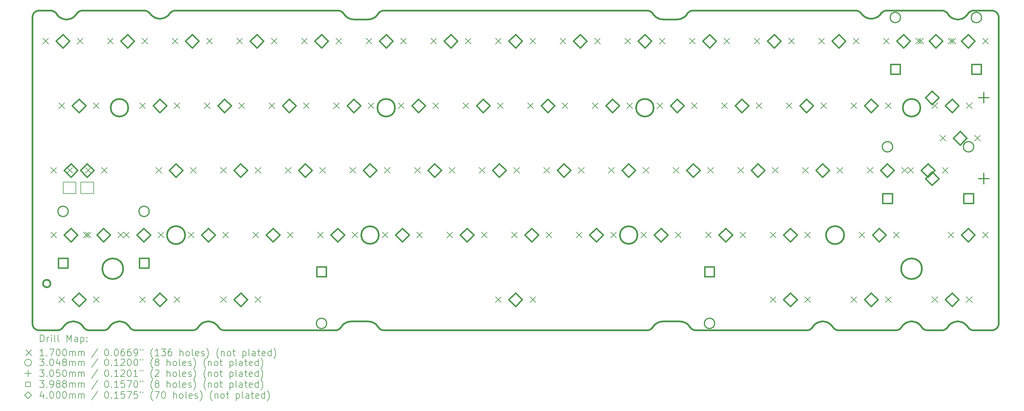
<source format=gbr>
%TF.GenerationSoftware,KiCad,Pcbnew,8.99.0-946-gf00a1ab517*%
%TF.CreationDate,2024-06-06T17:08:12+07:00*%
%TF.ProjectId,Sebas_nuxros,53656261-735f-46e7-9578-726f732e6b69,rev?*%
%TF.SameCoordinates,Original*%
%TF.FileFunction,Drillmap*%
%TF.FilePolarity,Positive*%
%FSLAX45Y45*%
G04 Gerber Fmt 4.5, Leading zero omitted, Abs format (unit mm)*
G04 Created by KiCad (PCBNEW 8.99.0-946-gf00a1ab517) date 2024-06-06 17:08:12*
%MOMM*%
%LPD*%
G01*
G04 APERTURE LIST*
%ADD10C,0.500000*%
%ADD11C,0.150000*%
%ADD12C,0.200000*%
%ADD13C,0.170000*%
%ADD14C,0.304800*%
%ADD15C,0.305000*%
%ADD16C,0.398780*%
%ADD17C,0.400000*%
G04 APERTURE END LIST*
D10*
X5804702Y-11775635D02*
X5829926Y-11789571D01*
X28615084Y-2406072D02*
X28588348Y-2396100D01*
X2515565Y-11737686D02*
X2532620Y-11714456D01*
X3566570Y-2388000D02*
X1735237Y-2388000D01*
X18526304Y-11737687D02*
X18543361Y-11714460D01*
X3694038Y-2433883D02*
X3671590Y-2417791D01*
X28662973Y-11759149D02*
X28683150Y-11738972D01*
X10193524Y-11552958D02*
X10232207Y-11559529D01*
X10487921Y-11758219D02*
X10510881Y-11775634D01*
X27837707Y-11737685D02*
X27857925Y-11758222D01*
X9617832Y-11552953D02*
X9657009Y-11550754D01*
X10619958Y-11808000D02*
X18374050Y-11808000D01*
X27651545Y-11574684D02*
X27685412Y-11590013D01*
X3731259Y-2474520D02*
X3714055Y-2452913D01*
X1177572Y-2633155D02*
X1142257Y-2621494D01*
X18505710Y-2437844D02*
X18482743Y-2420405D01*
X1019082Y-2539965D02*
X994550Y-2512013D01*
X26326146Y-11590013D02*
X26358196Y-11608849D01*
X5066410Y-11789571D02*
X5091634Y-11775634D01*
X4391788Y-2404944D02*
X4367337Y-2417790D01*
X27087519Y-2390079D02*
X27058764Y-2388000D01*
X25153695Y-2576582D02*
X25120405Y-2594072D01*
X25914750Y-11656149D02*
X25942106Y-11630977D01*
X23164079Y-11789573D02*
X23189304Y-11775637D01*
X18565990Y-5249385D02*
G75*
G02*
X18045990Y-5249385I-260000J0D01*
G01*
X18045990Y-5249385D02*
G75*
G02*
X18565990Y-5249385I260000J0D01*
G01*
X24649079Y-2433884D02*
X24626632Y-2417793D01*
X10536496Y-2406454D02*
X10511260Y-2420409D01*
X18761797Y-11559527D02*
X18800480Y-11552957D01*
X405653Y-2396101D02*
X378917Y-2406074D01*
X10372882Y-2569148D02*
X10340865Y-2591876D01*
X4344889Y-2433881D02*
X4324872Y-2452912D01*
X9421111Y-2458404D02*
X9400891Y-2437843D01*
X2989978Y-11590013D02*
X3022028Y-11608849D01*
X19411325Y-2610879D02*
X19375052Y-2625910D01*
X26498661Y-11758219D02*
X26521620Y-11775636D01*
X23137114Y-11799739D02*
X23164079Y-11789573D01*
X462000Y-11808000D02*
X1004047Y-11808000D01*
X3594124Y-2389906D02*
X3566570Y-2388000D01*
X5466756Y-11551248D02*
X5503721Y-11555191D01*
X27579905Y-11555191D02*
X27616243Y-11563032D01*
X1662761Y-11608854D02*
X1692632Y-11630982D01*
X10372513Y-11627075D02*
X10401776Y-11653214D01*
X23637727Y-11563032D02*
X23673029Y-11574683D01*
X27468925Y-2641003D02*
X27432572Y-2633155D01*
X26073196Y-11563032D02*
X26109534Y-11555191D01*
X1488241Y-11551256D02*
X1525206Y-11555198D01*
X18621490Y-11627073D02*
X18653494Y-11604373D01*
X2884471Y-11555191D02*
X2920809Y-11563032D01*
X2956111Y-11574683D02*
X2989978Y-11590013D01*
X5829926Y-11789571D02*
X5856892Y-11799737D01*
X9409577Y-11653209D02*
X9438840Y-11627069D01*
X23352727Y-11608849D02*
X23384777Y-11590013D01*
X5671149Y-11630977D02*
X5698505Y-11656149D01*
X1878373Y-11799741D02*
X1906519Y-11805926D01*
X280074Y-2504917D02*
X270102Y-2531654D01*
X1108379Y-2606152D02*
X1076319Y-2587302D01*
X4094132Y-2617873D02*
X4057015Y-2623910D01*
X25239742Y-2504295D02*
X25213710Y-2531433D01*
X264036Y-2559537D02*
X262000Y-2588000D01*
X27505765Y-11551248D02*
X27542940Y-11551248D01*
X25971977Y-11608849D02*
X26004027Y-11590013D01*
X264036Y-11636463D02*
X270102Y-11664346D01*
X19610541Y-11682461D02*
X19633257Y-11714456D01*
X28532001Y-2388000D02*
X27990238Y-2388000D01*
X10488293Y-2437847D02*
X10468072Y-2458407D01*
X23601389Y-11555191D02*
X23637727Y-11563032D01*
X3840276Y-2576582D02*
X3809054Y-2555622D01*
X5287109Y-11590013D02*
X5320976Y-11574684D01*
X1046441Y-2565156D02*
X1019082Y-2539965D01*
X27115676Y-2396270D02*
X27087519Y-2390079D01*
X1706482Y-2390078D02*
X1678325Y-2396269D01*
X27774919Y-2539965D02*
X27747560Y-2565156D01*
X23706896Y-11590013D02*
X23738946Y-11608849D01*
X27880884Y-11775640D02*
X27906109Y-11789577D01*
X10469750Y-9003000D02*
G75*
G02*
X9949750Y-9003000I-260000J0D01*
G01*
X9949750Y-9003000D02*
G75*
G02*
X10469750Y-9003000I260000J0D01*
G01*
X19375052Y-2625910D02*
X19337323Y-2636783D01*
X19506974Y-2542978D02*
X19477704Y-2569150D01*
X27685412Y-11590013D02*
X27717462Y-11608849D01*
X26630699Y-11808000D02*
X27058740Y-11808000D01*
X2667859Y-11590013D02*
X2701726Y-11574684D01*
X24626632Y-2417793D02*
X24602181Y-2404948D01*
X27087483Y-11805924D02*
X27115629Y-11799738D01*
X378917Y-11789925D02*
X405654Y-11799898D01*
X23982706Y-11805924D02*
X24011449Y-11808000D01*
X23189304Y-11775637D02*
X23212263Y-11758220D01*
X25831513Y-11758220D02*
X25851731Y-11737685D01*
X9323434Y-11758218D02*
X9343652Y-11737683D01*
X19555837Y-2481660D02*
X19533128Y-2513692D01*
X973122Y-2481616D02*
X956068Y-2458371D01*
X2578582Y-11656149D02*
X2605938Y-11630977D01*
X27747333Y-11630977D02*
X27774689Y-11656149D01*
X19523118Y-11604368D02*
X19555124Y-11627069D01*
X4130387Y-2607888D02*
X4094132Y-2617873D01*
X27906109Y-11789577D02*
X27933074Y-11799743D01*
X3162493Y-11758219D02*
X3185452Y-11775635D01*
X1414103Y-11555198D02*
X1451067Y-11551256D01*
X28662974Y-2436849D02*
X28640130Y-2419748D01*
X2472386Y-11775637D02*
X2495346Y-11758221D01*
X1744519Y-11684084D02*
X1765950Y-11714459D01*
X28723899Y-11664346D02*
X28729965Y-11636463D01*
X19445687Y-2591879D02*
X19411325Y-2610879D01*
X3237642Y-11799737D02*
X3265788Y-11805923D01*
X9470845Y-11604369D02*
X9505189Y-11585394D01*
X5356278Y-11563032D02*
X5392616Y-11555191D01*
X23879411Y-11758219D02*
X23902370Y-11775636D01*
X27543096Y-2644949D02*
X27505906Y-2644949D01*
X1462682Y-2587302D02*
X1430622Y-2606152D01*
X23249538Y-11714456D02*
X23270968Y-11684080D01*
X1935262Y-11808000D02*
X2363306Y-11808000D01*
X18687495Y-2610878D02*
X18653133Y-2591879D01*
X23270968Y-11684080D02*
X23295500Y-11656149D01*
X28729966Y-2559537D02*
X28723900Y-2531653D01*
X9300474Y-11775634D02*
X9323434Y-11758218D01*
X5781743Y-11758219D02*
X5804702Y-11775635D01*
X28560464Y-2390034D02*
X28532001Y-2388000D01*
X26388067Y-11630977D02*
X26415423Y-11656149D01*
X9734590Y-2645564D02*
X9695388Y-2643362D01*
X27837932Y-2458370D02*
X27820879Y-2481616D01*
X18723769Y-2625910D02*
X18687495Y-2610878D01*
X9579148Y-11559523D02*
X9617832Y-11552953D01*
X23080224Y-11808000D02*
X23108967Y-11805924D01*
X27274082Y-2539965D02*
X27249550Y-2512013D01*
X27397257Y-2621494D02*
X27363379Y-2606152D01*
X18591846Y-2542978D02*
X18565691Y-2513693D01*
X5255059Y-11608849D02*
X5287109Y-11590013D01*
X27717462Y-11608849D02*
X27747333Y-11630977D01*
X10591641Y-2390080D02*
X10563477Y-2396274D01*
X27432462Y-11563032D02*
X27468800Y-11555191D01*
X5011299Y-11805923D02*
X5039445Y-11799737D01*
X5225188Y-11630977D02*
X5255059Y-11608849D01*
X18839656Y-11550764D02*
X19336951Y-11550754D01*
X10428307Y-2513690D02*
X10402152Y-2542976D01*
X27933324Y-2396267D02*
X27906349Y-2406441D01*
X5744467Y-11714456D02*
X5761524Y-11737684D01*
X10591215Y-11805920D02*
X10619958Y-11808000D01*
X27616243Y-11563032D02*
X27651545Y-11574684D01*
X4165362Y-2594072D02*
X4130387Y-2607888D01*
X25890218Y-11684080D02*
X25914750Y-11656149D01*
X10402152Y-2542976D02*
X10372882Y-2569148D01*
X1308597Y-11590020D02*
X1342464Y-11574690D01*
X5609228Y-11590013D02*
X5641278Y-11608849D01*
X26573809Y-11799738D02*
X26601956Y-11805924D01*
X23927594Y-11789572D02*
X23954559Y-11799738D01*
X27397160Y-11574684D02*
X27432462Y-11563032D01*
X23954559Y-11799738D02*
X23982706Y-11805924D01*
X1087901Y-11789574D02*
X1113125Y-11775638D01*
X3265788Y-11805923D02*
X3294531Y-11808000D01*
X27857925Y-11758222D02*
X27880884Y-11775640D01*
X19259410Y-2645565D02*
X18839410Y-2645565D01*
X19773827Y-11805923D02*
X19802570Y-11808000D01*
X9191396Y-11808000D02*
X9220139Y-11805923D01*
X3079255Y-11656149D02*
X3103787Y-11684080D01*
X27190847Y-2437822D02*
X27167883Y-2420392D01*
X10468072Y-2458407D02*
X10451017Y-2481660D01*
X1519919Y-2539965D02*
X1492559Y-2565156D01*
X10620403Y-2388000D02*
X10591641Y-2390080D01*
X3647139Y-2404946D02*
X3621152Y-2395591D01*
X803764Y-2388000D02*
X462000Y-2388000D01*
X27167883Y-2420392D02*
X27142651Y-2406445D01*
X5723037Y-11684080D02*
X5744467Y-11714456D01*
X19477704Y-2569150D02*
X19445687Y-2591879D01*
X10154348Y-11550759D02*
X10193524Y-11552958D01*
X26546844Y-11789572D02*
X26573809Y-11799738D01*
X27211067Y-2458372D02*
X27190847Y-2437822D01*
X2392049Y-11805924D02*
X2420196Y-11799739D01*
X27881116Y-2420389D02*
X27858152Y-2437819D01*
X28732001Y-2588000D02*
X28729966Y-2559537D01*
X4444804Y-2389906D02*
X4417775Y-2395590D01*
X19376128Y-11552953D02*
X19414813Y-11559523D01*
X9325705Y-2396269D02*
X9297541Y-2390076D01*
X25942106Y-11630977D02*
X25971977Y-11608849D01*
X3142274Y-11737684D02*
X3162493Y-11758219D01*
X1396744Y-2621495D02*
X1361429Y-2633155D01*
X3087867Y-5249382D02*
G75*
G02*
X2567867Y-5249382I-260000J0D01*
G01*
X2567867Y-5249382D02*
G75*
G02*
X3087867Y-5249382I260000J0D01*
G01*
X27580076Y-2641003D02*
X27543096Y-2644949D01*
X2737028Y-11563032D02*
X2773366Y-11555191D01*
X4417775Y-2395590D02*
X4391788Y-2404944D01*
X10451017Y-2481660D02*
X10428307Y-2513690D01*
X19533128Y-2513692D02*
X19506974Y-2542978D01*
X19555124Y-11627069D02*
X19584388Y-11653209D01*
X24899838Y-2617873D02*
X24863583Y-2607888D01*
X1032789Y-11805924D02*
X1060936Y-11799739D01*
X10427928Y-11682465D02*
X10450645Y-11714458D01*
X5134812Y-11737683D02*
X5151870Y-11714456D01*
X1565878Y-2481616D02*
X1544451Y-2512013D01*
X331028Y-2436850D02*
X310850Y-2457028D01*
X9618950Y-2625909D02*
X9582677Y-2610877D01*
X28640130Y-2419748D02*
X28615084Y-2406072D01*
X3908541Y-2607888D02*
X3873566Y-2594072D01*
X26521620Y-11775636D02*
X26546844Y-11789572D01*
X19693492Y-11775635D02*
X19718716Y-11789571D01*
X10563070Y-11799735D02*
X10591215Y-11805920D01*
X26292279Y-11574684D02*
X26326146Y-11590013D01*
X4307669Y-2474520D02*
X4284699Y-2504295D01*
X19633257Y-11714456D02*
X19650314Y-11737684D01*
X994550Y-2512013D02*
X973122Y-2481616D01*
X9343652Y-11737683D02*
X9360710Y-11714456D01*
X270102Y-11664346D02*
X280074Y-11691083D01*
X19452519Y-11570382D02*
X19488773Y-11585393D01*
X10306165Y-11585400D02*
X10340509Y-11604375D01*
X18506086Y-11758221D02*
X18526304Y-11737687D01*
X2363306Y-11808000D02*
X2392049Y-11805924D01*
X4258668Y-2531433D02*
X4229875Y-2555622D01*
X25262711Y-2474520D02*
X25239742Y-2504295D01*
X18761498Y-2636783D02*
X18723769Y-2625910D01*
X9220139Y-11805923D02*
X9248285Y-11799737D01*
X4472358Y-2388000D02*
X4444804Y-2389906D01*
X25120405Y-2594072D02*
X25085430Y-2607888D01*
X18687839Y-11585397D02*
X18724092Y-11570386D01*
X25299933Y-2433883D02*
X25279916Y-2452913D01*
X1525206Y-11555198D02*
X1561544Y-11563039D01*
X26109534Y-11555191D02*
X26146499Y-11551248D01*
X23738946Y-11608849D02*
X23768817Y-11630977D01*
X27685623Y-2606152D02*
X27651744Y-2621495D01*
X27747560Y-2565156D02*
X27717682Y-2587302D01*
X9383424Y-11682461D02*
X9409577Y-11653209D01*
X1430622Y-2606152D02*
X1396744Y-2621495D01*
X1276548Y-11608854D02*
X1308597Y-11590020D01*
X23820705Y-11684080D02*
X23842135Y-11714456D01*
X10232502Y-2636782D02*
X10193793Y-2643363D01*
X23842135Y-11714456D02*
X23859192Y-11737684D01*
X9438840Y-11627069D02*
X9470845Y-11604369D01*
X18089750Y-9003000D02*
G75*
G02*
X17569750Y-9003000I-260000J0D01*
G01*
X17569750Y-9003000D02*
G75*
G02*
X18089750Y-9003000I260000J0D01*
G01*
X433537Y-11805963D02*
X462000Y-11808000D01*
X26004027Y-11590013D02*
X26037894Y-11574684D01*
X10563477Y-2396274D02*
X10536496Y-2406454D01*
X24828608Y-2594072D02*
X24795318Y-2576582D01*
X5197832Y-11656149D02*
X5225188Y-11630977D01*
X26601956Y-11805924D02*
X26630699Y-11808000D01*
X23527249Y-11551248D02*
X23564424Y-11551248D01*
X1851408Y-11789575D02*
X1878373Y-11799741D01*
X2810331Y-11551248D02*
X2847506Y-11551248D01*
X23768817Y-11630977D02*
X23796173Y-11656149D01*
X27228123Y-2481616D02*
X27211067Y-2458372D01*
X19593113Y-2437847D02*
X19572892Y-2458407D01*
X9248285Y-11799737D02*
X9275250Y-11789571D01*
X3944796Y-2617873D02*
X3908541Y-2607888D01*
X1783007Y-11737687D02*
X1803224Y-11758222D01*
X310850Y-11738972D02*
X331028Y-11759149D01*
X10510881Y-11775634D02*
X10536105Y-11789569D01*
X24795318Y-2576582D02*
X24764096Y-2555622D01*
X25184917Y-2555622D02*
X25153695Y-2576582D01*
X19670532Y-11758219D02*
X19693492Y-11775635D01*
X1142257Y-2621494D02*
X1108379Y-2606152D01*
X27142651Y-2406445D02*
X27115676Y-2396270D01*
X23108967Y-11805924D02*
X23137114Y-11799739D01*
X5885038Y-11805923D02*
X5913781Y-11808000D01*
X1219321Y-11656153D02*
X1246677Y-11630982D01*
X27717682Y-2587302D02*
X27685623Y-2606152D01*
X24576194Y-2395594D02*
X24549166Y-2389909D01*
X18800480Y-11552957D02*
X18839656Y-11550764D01*
X28713928Y-2504917D02*
X28700252Y-2479871D01*
X23490284Y-11555191D02*
X23527249Y-11551248D01*
X1136085Y-11758222D02*
X1156304Y-11737688D01*
X26256977Y-11563032D02*
X26292279Y-11574684D01*
X10340509Y-11604375D02*
X10372513Y-11627075D01*
X280074Y-11691083D02*
X293750Y-11716128D01*
X28723900Y-2531653D02*
X28713928Y-2504917D01*
X1361429Y-2633155D02*
X1325076Y-2641003D01*
X25728217Y-11805924D02*
X25756364Y-11799739D01*
X27058764Y-2388000D02*
X25427400Y-2388000D01*
X27115629Y-11799738D02*
X27142595Y-11789572D01*
X832519Y-2390075D02*
X803764Y-2388000D01*
X1377765Y-11563039D02*
X1414103Y-11555198D01*
X5641278Y-11608849D02*
X5671149Y-11630977D01*
X19718716Y-11789571D02*
X19745681Y-11799738D01*
X5761524Y-11737684D02*
X5781743Y-11758219D01*
X27651744Y-2621495D02*
X27616429Y-2633155D01*
X5429581Y-11551248D02*
X5466756Y-11551248D01*
X26358196Y-11608849D02*
X26388067Y-11630977D01*
X1651350Y-2406444D02*
X1626119Y-2420392D01*
X2773366Y-11555191D02*
X2810331Y-11551248D01*
X1060936Y-11799739D02*
X1087901Y-11789574D01*
X9516298Y-2569148D02*
X9487029Y-2542976D01*
X10193793Y-2643363D02*
X10154590Y-2645564D01*
X23232481Y-11737685D02*
X23249538Y-11714456D01*
X1678325Y-2396269D02*
X1651350Y-2406444D01*
X2420196Y-11799739D02*
X2447162Y-11789573D01*
X19641316Y-2406454D02*
X19616080Y-2420408D01*
X9505189Y-11585394D02*
X9541442Y-11570382D01*
X19650314Y-11737684D02*
X19670532Y-11758219D01*
X27228054Y-11714456D02*
X27249484Y-11684080D01*
X1342464Y-11574690D02*
X1377765Y-11563039D01*
X27505906Y-2644949D02*
X27468925Y-2641003D01*
X27363379Y-2606152D02*
X27331320Y-2587302D01*
X27799221Y-11684080D02*
X27820651Y-11714456D01*
X28588347Y-11799898D02*
X28615084Y-11789926D01*
X2847506Y-11551248D02*
X2884471Y-11555191D01*
X5173300Y-11684080D02*
X5197832Y-11656149D01*
X27799451Y-2512013D02*
X27774919Y-2539965D01*
X27961482Y-2390077D02*
X27933324Y-2396267D01*
X1735237Y-2388000D02*
X1706482Y-2390078D01*
X25085430Y-2607888D02*
X25049174Y-2617873D01*
X462000Y-2388000D02*
X433537Y-2390036D01*
X27210997Y-11737684D02*
X27228054Y-11714456D01*
X9695388Y-2643362D02*
X9656679Y-2636783D01*
X3671590Y-2417791D02*
X3647139Y-2404946D01*
X9352687Y-2406450D02*
X9325705Y-2396269D01*
X1826184Y-11775639D02*
X1851408Y-11789575D01*
X5503721Y-11555191D02*
X5540059Y-11563032D01*
X24602181Y-2404948D02*
X24576194Y-2395594D01*
X26146499Y-11551248D02*
X26183674Y-11551248D01*
X1250905Y-2644949D02*
X1213925Y-2641003D01*
X2554050Y-11684080D02*
X2578582Y-11656149D01*
X9400891Y-2437843D02*
X9377923Y-2420404D01*
X25049174Y-2617873D02*
X25012057Y-2623910D01*
X28532001Y-11808000D02*
X28560464Y-11805964D01*
X5392616Y-11555191D02*
X5429581Y-11551248D01*
X24709271Y-2504295D02*
X24686301Y-2474520D01*
X25783329Y-11789573D02*
X25808554Y-11775637D01*
X23212263Y-11758220D02*
X23232481Y-11737685D01*
X3873566Y-2594072D02*
X3840276Y-2576582D01*
X18525931Y-2458405D02*
X18505710Y-2437844D01*
X10232207Y-11559529D02*
X10269912Y-11570388D01*
X860677Y-2396266D02*
X832519Y-2390075D01*
X10154590Y-2645564D02*
X9734590Y-2645564D01*
X9377923Y-2420404D02*
X9352687Y-2406450D01*
X18592228Y-11653213D02*
X18621490Y-11627073D01*
X25399847Y-2389907D02*
X25372818Y-2395592D01*
X10269912Y-11570388D02*
X10306165Y-11585400D01*
X2701726Y-11574684D02*
X2737028Y-11563032D01*
X956068Y-2458371D02*
X935848Y-2437820D01*
X3210676Y-11789571D02*
X3237642Y-11799737D01*
X9297541Y-2390076D02*
X9268778Y-2388000D01*
X24521613Y-2388000D02*
X19725223Y-2388000D01*
X4324872Y-2452912D02*
X4307669Y-2474520D01*
X19616080Y-2420408D02*
X19593113Y-2437847D01*
X19745681Y-11799738D02*
X19773827Y-11805923D01*
X1076319Y-2587302D02*
X1046441Y-2565156D01*
X935848Y-2437820D02*
X912883Y-2420389D01*
X18483127Y-11775637D02*
X18506086Y-11758221D01*
X1561544Y-11563039D02*
X1596845Y-11574690D01*
X27933074Y-11799743D02*
X27961221Y-11805929D01*
X3051899Y-11630977D02*
X3079255Y-11656149D01*
X27820879Y-2481616D02*
X27799451Y-2512013D01*
X18430938Y-11799739D02*
X18457903Y-11789573D01*
X19572892Y-2458407D02*
X19555837Y-2481660D01*
X18543361Y-11714460D02*
X18566075Y-11682465D01*
X3981913Y-2623910D02*
X3944796Y-2617873D01*
X795513Y-10431750D02*
G75*
G02*
X575513Y-10431750I-110000J0D01*
G01*
X575513Y-10431750D02*
G75*
G02*
X795513Y-10431750I110000J0D01*
G01*
X262000Y-2588000D02*
X262000Y-11608000D01*
X18724092Y-11570386D02*
X18761797Y-11559527D01*
X27906349Y-2406441D02*
X27881116Y-2420389D01*
X1492559Y-2565156D02*
X1462682Y-2587302D01*
X27858152Y-2437819D02*
X27837932Y-2458370D01*
X2635809Y-11608849D02*
X2667859Y-11590013D01*
X4057015Y-2623910D02*
X4019464Y-2625931D01*
X1596845Y-11574690D02*
X1630711Y-11590020D01*
X4019464Y-2625931D02*
X3981913Y-2623910D01*
X5039445Y-11799737D02*
X5066410Y-11789571D01*
X28732001Y-11608000D02*
X28732001Y-2588000D01*
X5114594Y-11758218D02*
X5134812Y-11737683D01*
X433537Y-2390036D02*
X405653Y-2396101D01*
X26467255Y-9995567D02*
G75*
G02*
X25857255Y-9995567I-305000J0D01*
G01*
X25857255Y-9995567D02*
G75*
G02*
X26467255Y-9995567I305000J0D01*
G01*
X5575361Y-11574683D02*
X5609228Y-11590013D01*
X1719987Y-11656153D02*
X1744519Y-11684084D01*
X1173359Y-11714459D02*
X1194789Y-11684084D01*
X1213925Y-2641003D02*
X1177572Y-2633155D01*
X18800207Y-2643363D02*
X18761498Y-2636783D01*
X26037894Y-11574684D02*
X26073196Y-11563032D01*
X1582935Y-2458373D02*
X1565878Y-2481616D01*
X5320976Y-11574684D02*
X5356278Y-11563032D01*
X1544451Y-2512013D02*
X1519919Y-2539965D01*
X1004047Y-11808000D02*
X1032789Y-11805924D01*
X23418644Y-11574684D02*
X23453946Y-11563032D01*
X23859192Y-11737684D02*
X23879411Y-11758219D01*
X25851731Y-11737685D02*
X25868788Y-11714456D01*
X25808554Y-11775637D02*
X25831513Y-11758220D01*
X3294531Y-11808000D02*
X4982556Y-11808000D01*
X27190778Y-11758219D02*
X27210997Y-11737684D01*
X25346831Y-2404946D02*
X25322380Y-2417792D01*
X1325076Y-2641003D02*
X1288096Y-2644949D01*
X27363293Y-11590013D02*
X27397160Y-11574684D01*
X19337323Y-2636783D02*
X19298613Y-2643362D01*
X2447162Y-11789573D02*
X2472386Y-11775637D01*
X28700251Y-11716128D02*
X28713927Y-11691083D01*
X26439954Y-11684080D02*
X26461385Y-11714456D01*
X3780261Y-2531433D02*
X3754229Y-2504295D01*
X2605938Y-11630977D02*
X2635809Y-11608849D01*
X24974506Y-2625931D02*
X24936956Y-2623910D01*
X24011449Y-11808000D02*
X25699474Y-11808000D01*
X18457903Y-11789573D02*
X18483127Y-11775637D01*
X1246677Y-11630982D02*
X1276548Y-11608854D01*
X9268778Y-2388000D02*
X4472358Y-2388000D01*
X1288096Y-2644949D02*
X1250905Y-2644949D01*
X5698505Y-11656149D02*
X5723037Y-11684080D01*
X9657009Y-11550754D02*
X10154348Y-11550759D01*
X293750Y-11716128D02*
X310850Y-11738972D01*
X5856892Y-11799737D02*
X5885038Y-11805923D01*
X2495346Y-11758221D02*
X2515565Y-11737686D01*
X9656679Y-2636783D02*
X9618950Y-2625909D01*
X1156304Y-11737688D02*
X1173359Y-11714459D01*
X19488773Y-11585393D02*
X19523118Y-11604368D01*
X10270231Y-2625908D02*
X10232502Y-2636782D01*
X18482743Y-2420405D02*
X18457506Y-2406450D01*
X25322380Y-2417792D02*
X25299933Y-2433883D01*
X18542984Y-2481660D02*
X18525931Y-2458405D01*
X10511260Y-2420409D02*
X10488293Y-2437847D01*
X19696461Y-2390080D02*
X19668297Y-2396274D01*
X9360710Y-11714456D02*
X9383424Y-11682461D01*
X9438164Y-2481660D02*
X9421111Y-2458404D01*
X26183674Y-11551248D02*
X26220639Y-11555191D01*
X18457506Y-2406450D02*
X18430525Y-2396270D01*
X25372818Y-2395592D02*
X25346831Y-2404946D01*
X10450645Y-11714458D02*
X10467703Y-11737684D01*
X24549166Y-2389909D02*
X24521613Y-2388000D01*
X28729965Y-11636463D02*
X28732001Y-11608000D01*
X331028Y-11759149D02*
X353872Y-11776250D01*
X1906519Y-11805926D02*
X1935262Y-11808000D01*
X1630711Y-11590020D02*
X1662761Y-11608854D01*
X9460875Y-2513690D02*
X9438164Y-2481660D01*
X27167819Y-11775636D02*
X27190778Y-11758219D01*
X27432572Y-2633155D02*
X27397257Y-2621494D01*
X24669097Y-2452914D02*
X24649079Y-2433884D01*
X405654Y-11799898D02*
X433537Y-11805963D01*
X3103787Y-11684080D02*
X3125217Y-11714456D01*
X27301442Y-2565156D02*
X27274082Y-2539965D01*
X27331320Y-2587302D02*
X27301442Y-2565156D01*
X24174427Y-9004126D02*
G75*
G02*
X23644427Y-9004126I-265000J0D01*
G01*
X23644427Y-9004126D02*
G75*
G02*
X24174427Y-9004126I265000J0D01*
G01*
X26461385Y-11714456D02*
X26478442Y-11737684D01*
X27274016Y-11656149D02*
X27301372Y-11630977D01*
X3754229Y-2504295D02*
X3731259Y-2474520D01*
X28560464Y-11805964D02*
X28588347Y-11799898D01*
X5151870Y-11714456D02*
X5173300Y-11684080D01*
X24863583Y-2607888D02*
X24828608Y-2594072D01*
X24764096Y-2555622D02*
X24735303Y-2531433D01*
X4982556Y-11808000D02*
X5011299Y-11805923D01*
X27774689Y-11656149D02*
X27799221Y-11684080D01*
X293750Y-2479872D02*
X280074Y-2504917D01*
X19584388Y-11653209D02*
X19610541Y-11682461D01*
X28588348Y-2396100D02*
X28560464Y-2390034D01*
X1603155Y-2437822D02*
X1582935Y-2458373D01*
X23453946Y-11563032D02*
X23490284Y-11555191D01*
X18621116Y-2569150D02*
X18591846Y-2542978D01*
X1803224Y-11758222D02*
X1826184Y-11775639D01*
X26220639Y-11555191D02*
X26256977Y-11563032D01*
X25756364Y-11799739D02*
X25783329Y-11789573D01*
X10340865Y-2591876D02*
X10306504Y-2610876D01*
X1765950Y-11714459D02*
X1783007Y-11737687D01*
X26415423Y-11656149D02*
X26439954Y-11684080D01*
X18565691Y-2513693D02*
X18542984Y-2481660D01*
X28683150Y-11738972D02*
X28700251Y-11716128D01*
X3621152Y-2395591D02*
X3594124Y-2389906D01*
X378917Y-2406074D02*
X353872Y-2419749D01*
X10945990Y-5249385D02*
G75*
G02*
X10425990Y-5249385I-260000J0D01*
G01*
X10425990Y-5249385D02*
G75*
G02*
X10945990Y-5249385I260000J0D01*
G01*
X27820651Y-11714456D02*
X27837707Y-11737685D01*
X1692632Y-11630982D02*
X1719987Y-11656153D01*
X4367337Y-2417790D02*
X4344889Y-2433881D01*
X2920809Y-11563032D02*
X2956111Y-11574683D01*
X26478442Y-11737684D02*
X26498661Y-11758219D01*
X3714055Y-2452913D02*
X3694038Y-2433883D01*
X27542940Y-11551248D02*
X27579905Y-11555191D01*
X19336951Y-11550754D02*
X19376128Y-11552953D01*
X19298613Y-2643362D02*
X19259410Y-2645565D01*
X24686301Y-2474520D02*
X24669097Y-2452914D01*
X2532620Y-11714456D02*
X2554050Y-11684080D01*
X25012057Y-2623910D02*
X24974506Y-2625931D01*
X23564424Y-11551248D02*
X23601389Y-11555191D01*
X27468800Y-11555191D02*
X27505765Y-11551248D01*
X3022028Y-11608849D02*
X3051899Y-11630977D01*
X4284699Y-2504295D02*
X4258668Y-2531433D01*
X2934751Y-9995567D02*
G75*
G02*
X2324751Y-9995567I-305000J0D01*
G01*
X2324751Y-9995567D02*
G75*
G02*
X2934751Y-9995567I305000J0D01*
G01*
X19725223Y-2388000D02*
X19696461Y-2390080D01*
X3185452Y-11775635D02*
X3210676Y-11789571D01*
X27058740Y-11808000D02*
X27087483Y-11805924D01*
X25213710Y-2531433D02*
X25184917Y-2555622D01*
X10306504Y-2610876D02*
X10270231Y-2625908D01*
X25427400Y-2388000D02*
X25399847Y-2389907D01*
X28700252Y-2479871D02*
X28683151Y-2457027D01*
X18653133Y-2591879D02*
X18621116Y-2569150D01*
X28683151Y-2457027D02*
X28662974Y-2436849D01*
X310850Y-2457028D02*
X293750Y-2479872D01*
X9275250Y-11789571D02*
X9300474Y-11775634D01*
X18839410Y-2645565D02*
X18800207Y-2643363D01*
X18402360Y-2390076D02*
X18373597Y-2388000D01*
X23384777Y-11590013D02*
X23418644Y-11574684D01*
X18566075Y-11682465D02*
X18592228Y-11653213D01*
X262000Y-11608000D02*
X264036Y-11636463D01*
X26424125Y-5249382D02*
G75*
G02*
X25904125Y-5249382I-260000J0D01*
G01*
X25904125Y-5249382D02*
G75*
G02*
X26424125Y-5249382I260000J0D01*
G01*
X270102Y-2531654D02*
X264036Y-2559537D01*
X19802570Y-11808000D02*
X23080224Y-11808000D01*
X18374050Y-11808000D02*
X18402792Y-11805924D01*
X27961221Y-11805929D02*
X27989965Y-11808000D01*
X353872Y-2419749D02*
X331028Y-2436850D01*
X9487029Y-2542976D02*
X9460875Y-2513690D01*
X27616429Y-2633155D02*
X27580076Y-2641003D01*
X18653494Y-11604373D02*
X18687839Y-11585397D01*
X27301372Y-11630977D02*
X27331243Y-11608849D01*
X887652Y-2406441D02*
X860677Y-2396266D01*
X25279916Y-2452913D02*
X25262711Y-2474520D01*
X4759750Y-9004114D02*
G75*
G02*
X4229750Y-9004114I-265000J0D01*
G01*
X4229750Y-9004114D02*
G75*
G02*
X4759750Y-9004114I265000J0D01*
G01*
X1113125Y-11775638D02*
X1136085Y-11758222D01*
X9541442Y-11570382D02*
X9579148Y-11559523D01*
X3125217Y-11714456D02*
X3142274Y-11737684D01*
X25699474Y-11808000D02*
X25728217Y-11805924D01*
X10536105Y-11789569D02*
X10563070Y-11799735D01*
X18402792Y-11805924D02*
X18430938Y-11799739D01*
X10467703Y-11737684D02*
X10487921Y-11758219D01*
X4198653Y-2576582D02*
X4165362Y-2594072D01*
X353872Y-11776250D02*
X378917Y-11789925D01*
X27990238Y-2388000D02*
X27961482Y-2390077D01*
X25868788Y-11714456D02*
X25890218Y-11684080D01*
X5091634Y-11775634D02*
X5114594Y-11758218D01*
X23902370Y-11775636D02*
X23927594Y-11789572D01*
X28713927Y-11691083D02*
X28723899Y-11664346D01*
X23295500Y-11656149D02*
X23322856Y-11630977D01*
X27249550Y-2512013D02*
X27228123Y-2481616D01*
X9582677Y-2610877D02*
X9548315Y-2591877D01*
X23796173Y-11656149D02*
X23820705Y-11684080D01*
X1194789Y-11684084D02*
X1219321Y-11656153D01*
X27142595Y-11789572D02*
X27167819Y-11775636D01*
X19414813Y-11559523D02*
X19452519Y-11570382D01*
X3809054Y-2555622D02*
X3780261Y-2531433D01*
X24936956Y-2623910D02*
X24899838Y-2617873D01*
X4229875Y-2555622D02*
X4198653Y-2576582D01*
X27989965Y-11808000D02*
X28532001Y-11808000D01*
X9548315Y-2591877D02*
X9516298Y-2569148D01*
X18430525Y-2396270D02*
X18402360Y-2390076D01*
X27331243Y-11608849D02*
X27363293Y-11590013D01*
X28640129Y-11776250D02*
X28662973Y-11759149D01*
X19668297Y-2396274D02*
X19641316Y-2406454D01*
X5913781Y-11808000D02*
X9191396Y-11808000D01*
X912883Y-2420389D02*
X887652Y-2406441D01*
X5540059Y-11563032D02*
X5575361Y-11574683D01*
X28615084Y-11789926D02*
X28640129Y-11776250D01*
X10401776Y-11653214D02*
X10427928Y-11682465D01*
X24735303Y-2531433D02*
X24709271Y-2504295D01*
X1451067Y-11551256D02*
X1488241Y-11551256D01*
X1626119Y-2420392D02*
X1603155Y-2437822D01*
X23673029Y-11574683D02*
X23706896Y-11590013D01*
X18373597Y-2388000D02*
X10620403Y-2388000D01*
X23322856Y-11630977D02*
X23352727Y-11608849D01*
X27249484Y-11684080D02*
X27274016Y-11656149D01*
D11*
X1167750Y-7779750D02*
X1167750Y-7439750D01*
X1547750Y-7439750D02*
X1167750Y-7439750D01*
X1547750Y-7779750D02*
X1167750Y-7779750D01*
X1547750Y-7779750D02*
X1547750Y-7439750D01*
X1687000Y-7781000D02*
X1687000Y-7441000D01*
X2067000Y-7441000D02*
X1687000Y-7441000D01*
X2067000Y-7781000D02*
X1687000Y-7781000D01*
X2067000Y-7781000D02*
X2067000Y-7441000D01*
D12*
D13*
X567750Y-3203000D02*
X737750Y-3373000D01*
X737750Y-3203000D02*
X567750Y-3373000D01*
X805850Y-7013000D02*
X975850Y-7183000D01*
X975850Y-7013000D02*
X805850Y-7183000D01*
X805850Y-8918000D02*
X975850Y-9088000D01*
X975850Y-8918000D02*
X805850Y-9088000D01*
X1044050Y-5108000D02*
X1214050Y-5278000D01*
X1214050Y-5108000D02*
X1044050Y-5278000D01*
X1044050Y-10823000D02*
X1214050Y-10993000D01*
X1214050Y-10823000D02*
X1044050Y-10993000D01*
X1282150Y-7013000D02*
X1452150Y-7183000D01*
X1452150Y-7013000D02*
X1282150Y-7183000D01*
X1583750Y-3203000D02*
X1753750Y-3373000D01*
X1753750Y-3203000D02*
X1583750Y-3373000D01*
X1765810Y-8918000D02*
X1935810Y-9088000D01*
X1935810Y-8918000D02*
X1765810Y-9088000D01*
X1821850Y-7013000D02*
X1991850Y-7183000D01*
X1991850Y-7013000D02*
X1821850Y-7183000D01*
X1821850Y-8918000D02*
X1991850Y-9088000D01*
X1991850Y-8918000D02*
X1821850Y-9088000D01*
X2060050Y-5108000D02*
X2230050Y-5278000D01*
X2230050Y-5108000D02*
X2060050Y-5278000D01*
X2060050Y-10823000D02*
X2230050Y-10993000D01*
X2230050Y-10823000D02*
X2060050Y-10993000D01*
X2298150Y-7013000D02*
X2468150Y-7183000D01*
X2468150Y-7013000D02*
X2298150Y-7183000D01*
X2472750Y-3203000D02*
X2642750Y-3373000D01*
X2642750Y-3203000D02*
X2472750Y-3373000D01*
X2781810Y-8918000D02*
X2951810Y-9088000D01*
X2951810Y-8918000D02*
X2781810Y-9088000D01*
X2949000Y-8918000D02*
X3119000Y-9088000D01*
X3119000Y-8918000D02*
X2949000Y-9088000D01*
X3425250Y-5108000D02*
X3595250Y-5278000D01*
X3595250Y-5108000D02*
X3425250Y-5278000D01*
X3425250Y-10823000D02*
X3595250Y-10993000D01*
X3595250Y-10823000D02*
X3425250Y-10993000D01*
X3488750Y-3203000D02*
X3658750Y-3373000D01*
X3658750Y-3203000D02*
X3488750Y-3373000D01*
X3901500Y-7013000D02*
X4071500Y-7183000D01*
X4071500Y-7013000D02*
X3901500Y-7183000D01*
X3965000Y-8918000D02*
X4135000Y-9088000D01*
X4135000Y-8918000D02*
X3965000Y-9088000D01*
X4377750Y-3203000D02*
X4547750Y-3373000D01*
X4547750Y-3203000D02*
X4377750Y-3373000D01*
X4441250Y-5108000D02*
X4611250Y-5278000D01*
X4611250Y-5108000D02*
X4441250Y-5278000D01*
X4441250Y-10823000D02*
X4611250Y-10993000D01*
X4611250Y-10823000D02*
X4441250Y-10993000D01*
X4854000Y-8918000D02*
X5024000Y-9088000D01*
X5024000Y-8918000D02*
X4854000Y-9088000D01*
X4917500Y-7013000D02*
X5087500Y-7183000D01*
X5087500Y-7013000D02*
X4917500Y-7183000D01*
X5330250Y-5108000D02*
X5500250Y-5278000D01*
X5500250Y-5108000D02*
X5330250Y-5278000D01*
X5393750Y-3203000D02*
X5563750Y-3373000D01*
X5563750Y-3203000D02*
X5393750Y-3373000D01*
X5806500Y-7013000D02*
X5976500Y-7183000D01*
X5976500Y-7013000D02*
X5806500Y-7183000D01*
X5806550Y-10823000D02*
X5976550Y-10993000D01*
X5976550Y-10823000D02*
X5806550Y-10993000D01*
X5870000Y-8918000D02*
X6040000Y-9088000D01*
X6040000Y-8918000D02*
X5870000Y-9088000D01*
X6282750Y-3203000D02*
X6452750Y-3373000D01*
X6452750Y-3203000D02*
X6282750Y-3373000D01*
X6346250Y-5108000D02*
X6516250Y-5278000D01*
X6516250Y-5108000D02*
X6346250Y-5278000D01*
X6759000Y-8918000D02*
X6929000Y-9088000D01*
X6929000Y-8918000D02*
X6759000Y-9088000D01*
X6822500Y-7013000D02*
X6992500Y-7183000D01*
X6992500Y-7013000D02*
X6822500Y-7183000D01*
X6822550Y-10823000D02*
X6992550Y-10993000D01*
X6992550Y-10823000D02*
X6822550Y-10993000D01*
X7235250Y-5108000D02*
X7405250Y-5278000D01*
X7405250Y-5108000D02*
X7235250Y-5278000D01*
X7298750Y-3203000D02*
X7468750Y-3373000D01*
X7468750Y-3203000D02*
X7298750Y-3373000D01*
X7711500Y-7013000D02*
X7881500Y-7183000D01*
X7881500Y-7013000D02*
X7711500Y-7183000D01*
X7775000Y-8918000D02*
X7945000Y-9088000D01*
X7945000Y-8918000D02*
X7775000Y-9088000D01*
X8187750Y-3203000D02*
X8357750Y-3373000D01*
X8357750Y-3203000D02*
X8187750Y-3373000D01*
X8251250Y-5108000D02*
X8421250Y-5278000D01*
X8421250Y-5108000D02*
X8251250Y-5278000D01*
X8664000Y-8918000D02*
X8834000Y-9088000D01*
X8834000Y-8918000D02*
X8664000Y-9088000D01*
X8727500Y-7013000D02*
X8897500Y-7183000D01*
X8897500Y-7013000D02*
X8727500Y-7183000D01*
X9140250Y-5108000D02*
X9310250Y-5278000D01*
X9310250Y-5108000D02*
X9140250Y-5278000D01*
X9203750Y-3203000D02*
X9373750Y-3373000D01*
X9373750Y-3203000D02*
X9203750Y-3373000D01*
X9616500Y-7013000D02*
X9786500Y-7183000D01*
X9786500Y-7013000D02*
X9616500Y-7183000D01*
X9680000Y-8918000D02*
X9850000Y-9088000D01*
X9850000Y-8918000D02*
X9680000Y-9088000D01*
X10092750Y-3203000D02*
X10262750Y-3373000D01*
X10262750Y-3203000D02*
X10092750Y-3373000D01*
X10156250Y-5108000D02*
X10326250Y-5278000D01*
X10326250Y-5108000D02*
X10156250Y-5278000D01*
X10569000Y-8918000D02*
X10739000Y-9088000D01*
X10739000Y-8918000D02*
X10569000Y-9088000D01*
X10632500Y-7013000D02*
X10802500Y-7183000D01*
X10802500Y-7013000D02*
X10632500Y-7183000D01*
X11045250Y-5108000D02*
X11215250Y-5278000D01*
X11215250Y-5108000D02*
X11045250Y-5278000D01*
X11108750Y-3203000D02*
X11278750Y-3373000D01*
X11278750Y-3203000D02*
X11108750Y-3373000D01*
X11521500Y-7013000D02*
X11691500Y-7183000D01*
X11691500Y-7013000D02*
X11521500Y-7183000D01*
X11585000Y-8918000D02*
X11755000Y-9088000D01*
X11755000Y-8918000D02*
X11585000Y-9088000D01*
X11997750Y-3203000D02*
X12167750Y-3373000D01*
X12167750Y-3203000D02*
X11997750Y-3373000D01*
X12061250Y-5108000D02*
X12231250Y-5278000D01*
X12231250Y-5108000D02*
X12061250Y-5278000D01*
X12474000Y-8918000D02*
X12644000Y-9088000D01*
X12644000Y-8918000D02*
X12474000Y-9088000D01*
X12537500Y-7013000D02*
X12707500Y-7183000D01*
X12707500Y-7013000D02*
X12537500Y-7183000D01*
X12950250Y-5108000D02*
X13120250Y-5278000D01*
X13120250Y-5108000D02*
X12950250Y-5278000D01*
X13013750Y-3203000D02*
X13183750Y-3373000D01*
X13183750Y-3203000D02*
X13013750Y-3373000D01*
X13426500Y-7013000D02*
X13596500Y-7183000D01*
X13596500Y-7013000D02*
X13426500Y-7183000D01*
X13490000Y-8918000D02*
X13660000Y-9088000D01*
X13660000Y-8918000D02*
X13490000Y-9088000D01*
X13902750Y-3203000D02*
X14072750Y-3373000D01*
X14072750Y-3203000D02*
X13902750Y-3373000D01*
X13902750Y-10823000D02*
X14072750Y-10993000D01*
X14072750Y-10823000D02*
X13902750Y-10993000D01*
X13966250Y-5108000D02*
X14136250Y-5278000D01*
X14136250Y-5108000D02*
X13966250Y-5278000D01*
X14379000Y-8918000D02*
X14549000Y-9088000D01*
X14549000Y-8918000D02*
X14379000Y-9088000D01*
X14442500Y-7013000D02*
X14612500Y-7183000D01*
X14612500Y-7013000D02*
X14442500Y-7183000D01*
X14855250Y-5108000D02*
X15025250Y-5278000D01*
X15025250Y-5108000D02*
X14855250Y-5278000D01*
X14918750Y-3203000D02*
X15088750Y-3373000D01*
X15088750Y-3203000D02*
X14918750Y-3373000D01*
X14918750Y-10823000D02*
X15088750Y-10993000D01*
X15088750Y-10823000D02*
X14918750Y-10993000D01*
X15331500Y-7013000D02*
X15501500Y-7183000D01*
X15501500Y-7013000D02*
X15331500Y-7183000D01*
X15395000Y-8918000D02*
X15565000Y-9088000D01*
X15565000Y-8918000D02*
X15395000Y-9088000D01*
X15807750Y-3203000D02*
X15977750Y-3373000D01*
X15977750Y-3203000D02*
X15807750Y-3373000D01*
X15871250Y-5108000D02*
X16041250Y-5278000D01*
X16041250Y-5108000D02*
X15871250Y-5278000D01*
X16284000Y-8918000D02*
X16454000Y-9088000D01*
X16454000Y-8918000D02*
X16284000Y-9088000D01*
X16347500Y-7013000D02*
X16517500Y-7183000D01*
X16517500Y-7013000D02*
X16347500Y-7183000D01*
X16760250Y-5108000D02*
X16930250Y-5278000D01*
X16930250Y-5108000D02*
X16760250Y-5278000D01*
X16823750Y-3203000D02*
X16993750Y-3373000D01*
X16993750Y-3203000D02*
X16823750Y-3373000D01*
X17236500Y-7013000D02*
X17406500Y-7183000D01*
X17406500Y-7013000D02*
X17236500Y-7183000D01*
X17300000Y-8918000D02*
X17470000Y-9088000D01*
X17470000Y-8918000D02*
X17300000Y-9088000D01*
X17712750Y-3203000D02*
X17882750Y-3373000D01*
X17882750Y-3203000D02*
X17712750Y-3373000D01*
X17776250Y-5108000D02*
X17946250Y-5278000D01*
X17946250Y-5108000D02*
X17776250Y-5278000D01*
X18189000Y-8918000D02*
X18359000Y-9088000D01*
X18359000Y-8918000D02*
X18189000Y-9088000D01*
X18252500Y-7013000D02*
X18422500Y-7183000D01*
X18422500Y-7013000D02*
X18252500Y-7183000D01*
X18665250Y-5108000D02*
X18835250Y-5278000D01*
X18835250Y-5108000D02*
X18665250Y-5278000D01*
X18728750Y-3203000D02*
X18898750Y-3373000D01*
X18898750Y-3203000D02*
X18728750Y-3373000D01*
X19141500Y-7013000D02*
X19311500Y-7183000D01*
X19311500Y-7013000D02*
X19141500Y-7183000D01*
X19205000Y-8918000D02*
X19375000Y-9088000D01*
X19375000Y-8918000D02*
X19205000Y-9088000D01*
X19617750Y-3203000D02*
X19787750Y-3373000D01*
X19787750Y-3203000D02*
X19617750Y-3373000D01*
X19681250Y-5108000D02*
X19851250Y-5278000D01*
X19851250Y-5108000D02*
X19681250Y-5278000D01*
X20094000Y-8918000D02*
X20264000Y-9088000D01*
X20264000Y-8918000D02*
X20094000Y-9088000D01*
X20157500Y-7013000D02*
X20327500Y-7183000D01*
X20327500Y-7013000D02*
X20157500Y-7183000D01*
X20570250Y-5108000D02*
X20740250Y-5278000D01*
X20740250Y-5108000D02*
X20570250Y-5278000D01*
X20633750Y-3203000D02*
X20803750Y-3373000D01*
X20803750Y-3203000D02*
X20633750Y-3373000D01*
X21046500Y-7013000D02*
X21216500Y-7183000D01*
X21216500Y-7013000D02*
X21046500Y-7183000D01*
X21110000Y-8918000D02*
X21280000Y-9088000D01*
X21280000Y-8918000D02*
X21110000Y-9088000D01*
X21522750Y-3203000D02*
X21692750Y-3373000D01*
X21692750Y-3203000D02*
X21522750Y-3373000D01*
X21586250Y-5108000D02*
X21756250Y-5278000D01*
X21756250Y-5108000D02*
X21586250Y-5278000D01*
X21999000Y-8918000D02*
X22169000Y-9088000D01*
X22169000Y-8918000D02*
X21999000Y-9088000D01*
X21999050Y-10823000D02*
X22169050Y-10993000D01*
X22169050Y-10823000D02*
X21999050Y-10993000D01*
X22062500Y-7013000D02*
X22232500Y-7183000D01*
X22232500Y-7013000D02*
X22062500Y-7183000D01*
X22475250Y-5108000D02*
X22645250Y-5278000D01*
X22645250Y-5108000D02*
X22475250Y-5278000D01*
X22538750Y-3203000D02*
X22708750Y-3373000D01*
X22708750Y-3203000D02*
X22538750Y-3373000D01*
X22951500Y-7013000D02*
X23121500Y-7183000D01*
X23121500Y-7013000D02*
X22951500Y-7183000D01*
X23015000Y-8918000D02*
X23185000Y-9088000D01*
X23185000Y-8918000D02*
X23015000Y-9088000D01*
X23015050Y-10823000D02*
X23185050Y-10993000D01*
X23185050Y-10823000D02*
X23015050Y-10993000D01*
X23427750Y-3203000D02*
X23597750Y-3373000D01*
X23597750Y-3203000D02*
X23427750Y-3373000D01*
X23491250Y-5108000D02*
X23661250Y-5278000D01*
X23661250Y-5108000D02*
X23491250Y-5278000D01*
X23967500Y-7013000D02*
X24137500Y-7183000D01*
X24137500Y-7013000D02*
X23967500Y-7183000D01*
X24380250Y-5108000D02*
X24550250Y-5278000D01*
X24550250Y-5108000D02*
X24380250Y-5278000D01*
X24380250Y-10823000D02*
X24550250Y-10993000D01*
X24550250Y-10823000D02*
X24380250Y-10993000D01*
X24443750Y-3203000D02*
X24613750Y-3373000D01*
X24613750Y-3203000D02*
X24443750Y-3373000D01*
X24618400Y-8918000D02*
X24788400Y-9088000D01*
X24788400Y-8918000D02*
X24618400Y-9088000D01*
X24856500Y-7013000D02*
X25026500Y-7183000D01*
X25026500Y-7013000D02*
X24856500Y-7183000D01*
X25332750Y-3203000D02*
X25502750Y-3373000D01*
X25502750Y-3203000D02*
X25332750Y-3373000D01*
X25396250Y-5108000D02*
X25566250Y-5278000D01*
X25566250Y-5108000D02*
X25396250Y-5278000D01*
X25396250Y-10823000D02*
X25566250Y-10993000D01*
X25566250Y-10823000D02*
X25396250Y-10993000D01*
X25634400Y-8918000D02*
X25804400Y-9088000D01*
X25804400Y-8918000D02*
X25634400Y-9088000D01*
X25872500Y-7013000D02*
X26042500Y-7183000D01*
X26042500Y-7013000D02*
X25872500Y-7183000D01*
X26054560Y-7013000D02*
X26224560Y-7183000D01*
X26224560Y-7013000D02*
X26054560Y-7183000D01*
X26285250Y-3203000D02*
X26455250Y-3373000D01*
X26455250Y-3203000D02*
X26285250Y-3373000D01*
X26348750Y-3203000D02*
X26518750Y-3373000D01*
X26518750Y-3203000D02*
X26348750Y-3373000D01*
X26761550Y-5108000D02*
X26931550Y-5278000D01*
X26931550Y-5108000D02*
X26761550Y-5278000D01*
X26761550Y-10823000D02*
X26931550Y-10993000D01*
X26931550Y-10823000D02*
X26761550Y-10993000D01*
X26999600Y-6060500D02*
X27169600Y-6230500D01*
X27169600Y-6060500D02*
X26999600Y-6230500D01*
X27070560Y-7013000D02*
X27240560Y-7183000D01*
X27240560Y-7013000D02*
X27070560Y-7183000D01*
X27237750Y-3203000D02*
X27407750Y-3373000D01*
X27407750Y-3203000D02*
X27237750Y-3373000D01*
X27237750Y-8918000D02*
X27407750Y-9088000D01*
X27407750Y-8918000D02*
X27237750Y-9088000D01*
X27301250Y-3203000D02*
X27471250Y-3373000D01*
X27471250Y-3203000D02*
X27301250Y-3373000D01*
X27777550Y-5108000D02*
X27947550Y-5278000D01*
X27947550Y-5108000D02*
X27777550Y-5278000D01*
X27777550Y-10823000D02*
X27947550Y-10993000D01*
X27947550Y-10823000D02*
X27777550Y-10993000D01*
X28015600Y-6060500D02*
X28185600Y-6230500D01*
X28185600Y-6060500D02*
X28015600Y-6230500D01*
X28253750Y-3203000D02*
X28423750Y-3373000D01*
X28423750Y-3203000D02*
X28253750Y-3373000D01*
X28253750Y-8918000D02*
X28423750Y-9088000D01*
X28423750Y-8918000D02*
X28253750Y-9088000D01*
D14*
X1317410Y-8304500D02*
G75*
G02*
X1012610Y-8304500I-152400J0D01*
G01*
X1012610Y-8304500D02*
G75*
G02*
X1317410Y-8304500I152400J0D01*
G01*
X3705010Y-8304500D02*
G75*
G02*
X3400210Y-8304500I-152400J0D01*
G01*
X3400210Y-8304500D02*
G75*
G02*
X3705010Y-8304500I152400J0D01*
G01*
X8933150Y-11606500D02*
G75*
G02*
X8628350Y-11606500I-152400J0D01*
G01*
X8628350Y-11606500D02*
G75*
G02*
X8933150Y-11606500I152400J0D01*
G01*
X20363150Y-11606500D02*
G75*
G02*
X20058350Y-11606500I-152400J0D01*
G01*
X20058350Y-11606500D02*
G75*
G02*
X20363150Y-11606500I152400J0D01*
G01*
X25606160Y-6399500D02*
G75*
G02*
X25301360Y-6399500I-152400J0D01*
G01*
X25301360Y-6399500D02*
G75*
G02*
X25606160Y-6399500I152400J0D01*
G01*
X25836850Y-2589500D02*
G75*
G02*
X25532050Y-2589500I-152400J0D01*
G01*
X25532050Y-2589500D02*
G75*
G02*
X25836850Y-2589500I152400J0D01*
G01*
X27993760Y-6399500D02*
G75*
G02*
X27688960Y-6399500I-152400J0D01*
G01*
X27688960Y-6399500D02*
G75*
G02*
X27993760Y-6399500I152400J0D01*
G01*
X28224450Y-2589500D02*
G75*
G02*
X27919650Y-2589500I-152400J0D01*
G01*
X27919650Y-2589500D02*
G75*
G02*
X28224450Y-2589500I152400J0D01*
G01*
D15*
X28292600Y-4803000D02*
X28292600Y-5108000D01*
X28140100Y-4955500D02*
X28445100Y-4955500D01*
X28292600Y-7183000D02*
X28292600Y-7488000D01*
X28140100Y-7335500D02*
X28445100Y-7335500D01*
D16*
X1306001Y-9969491D02*
X1306001Y-9687509D01*
X1024019Y-9687509D01*
X1024019Y-9969491D01*
X1306001Y-9969491D01*
X3693601Y-9969491D02*
X3693601Y-9687509D01*
X3411619Y-9687509D01*
X3411619Y-9969491D01*
X3693601Y-9969491D01*
X8921741Y-10223491D02*
X8921741Y-9941509D01*
X8639759Y-9941509D01*
X8639759Y-10223491D01*
X8921741Y-10223491D01*
X20351741Y-10223491D02*
X20351741Y-9941509D01*
X20069759Y-9941509D01*
X20069759Y-10223491D01*
X20351741Y-10223491D01*
X25594751Y-8064491D02*
X25594751Y-7782509D01*
X25312769Y-7782509D01*
X25312769Y-8064491D01*
X25594751Y-8064491D01*
X25825441Y-4254491D02*
X25825441Y-3972509D01*
X25543459Y-3972509D01*
X25543459Y-4254491D01*
X25825441Y-4254491D01*
X27982351Y-8064491D02*
X27982351Y-7782509D01*
X27700369Y-7782509D01*
X27700369Y-8064491D01*
X27982351Y-8064491D01*
X28213041Y-4254491D02*
X28213041Y-3972509D01*
X27931059Y-3972509D01*
X27931059Y-4254491D01*
X28213041Y-4254491D01*
D17*
X1160750Y-3488000D02*
X1360750Y-3288000D01*
X1160750Y-3088000D01*
X960750Y-3288000D01*
X1160750Y-3488000D01*
X1398850Y-7298000D02*
X1598850Y-7098000D01*
X1398850Y-6898000D01*
X1198850Y-7098000D01*
X1398850Y-7298000D01*
X1398850Y-9203000D02*
X1598850Y-9003000D01*
X1398850Y-8803000D01*
X1198850Y-9003000D01*
X1398850Y-9203000D01*
X1637050Y-5393000D02*
X1837050Y-5193000D01*
X1637050Y-4993000D01*
X1437050Y-5193000D01*
X1637050Y-5393000D01*
X1637050Y-11108000D02*
X1837050Y-10908000D01*
X1637050Y-10708000D01*
X1437050Y-10908000D01*
X1637050Y-11108000D01*
X1875150Y-7298000D02*
X2075150Y-7098000D01*
X1875150Y-6898000D01*
X1675150Y-7098000D01*
X1875150Y-7298000D01*
X2358810Y-9203000D02*
X2558810Y-9003000D01*
X2358810Y-8803000D01*
X2158810Y-9003000D01*
X2358810Y-9203000D01*
X3065750Y-3488000D02*
X3265750Y-3288000D01*
X3065750Y-3088000D01*
X2865750Y-3288000D01*
X3065750Y-3488000D01*
X3542000Y-9203000D02*
X3742000Y-9003000D01*
X3542000Y-8803000D01*
X3342000Y-9003000D01*
X3542000Y-9203000D01*
X4018250Y-5393000D02*
X4218250Y-5193000D01*
X4018250Y-4993000D01*
X3818250Y-5193000D01*
X4018250Y-5393000D01*
X4018250Y-11108000D02*
X4218250Y-10908000D01*
X4018250Y-10708000D01*
X3818250Y-10908000D01*
X4018250Y-11108000D01*
X4494500Y-7298000D02*
X4694500Y-7098000D01*
X4494500Y-6898000D01*
X4294500Y-7098000D01*
X4494500Y-7298000D01*
X4970750Y-3488000D02*
X5170750Y-3288000D01*
X4970750Y-3088000D01*
X4770750Y-3288000D01*
X4970750Y-3488000D01*
X5447000Y-9203000D02*
X5647000Y-9003000D01*
X5447000Y-8803000D01*
X5247000Y-9003000D01*
X5447000Y-9203000D01*
X5923250Y-5393000D02*
X6123250Y-5193000D01*
X5923250Y-4993000D01*
X5723250Y-5193000D01*
X5923250Y-5393000D01*
X6399500Y-7298000D02*
X6599500Y-7098000D01*
X6399500Y-6898000D01*
X6199500Y-7098000D01*
X6399500Y-7298000D01*
X6399550Y-11108000D02*
X6599550Y-10908000D01*
X6399550Y-10708000D01*
X6199550Y-10908000D01*
X6399550Y-11108000D01*
X6875750Y-3488000D02*
X7075750Y-3288000D01*
X6875750Y-3088000D01*
X6675750Y-3288000D01*
X6875750Y-3488000D01*
X7352000Y-9203000D02*
X7552000Y-9003000D01*
X7352000Y-8803000D01*
X7152000Y-9003000D01*
X7352000Y-9203000D01*
X7828250Y-5393000D02*
X8028250Y-5193000D01*
X7828250Y-4993000D01*
X7628250Y-5193000D01*
X7828250Y-5393000D01*
X8304500Y-7298000D02*
X8504500Y-7098000D01*
X8304500Y-6898000D01*
X8104500Y-7098000D01*
X8304500Y-7298000D01*
X8780750Y-3488000D02*
X8980750Y-3288000D01*
X8780750Y-3088000D01*
X8580750Y-3288000D01*
X8780750Y-3488000D01*
X9257000Y-9203000D02*
X9457000Y-9003000D01*
X9257000Y-8803000D01*
X9057000Y-9003000D01*
X9257000Y-9203000D01*
X9733250Y-5393000D02*
X9933250Y-5193000D01*
X9733250Y-4993000D01*
X9533250Y-5193000D01*
X9733250Y-5393000D01*
X10209500Y-7298000D02*
X10409500Y-7098000D01*
X10209500Y-6898000D01*
X10009500Y-7098000D01*
X10209500Y-7298000D01*
X10685750Y-3488000D02*
X10885750Y-3288000D01*
X10685750Y-3088000D01*
X10485750Y-3288000D01*
X10685750Y-3488000D01*
X11162000Y-9203000D02*
X11362000Y-9003000D01*
X11162000Y-8803000D01*
X10962000Y-9003000D01*
X11162000Y-9203000D01*
X11638250Y-5393000D02*
X11838250Y-5193000D01*
X11638250Y-4993000D01*
X11438250Y-5193000D01*
X11638250Y-5393000D01*
X12114500Y-7298000D02*
X12314500Y-7098000D01*
X12114500Y-6898000D01*
X11914500Y-7098000D01*
X12114500Y-7298000D01*
X12590750Y-3488000D02*
X12790750Y-3288000D01*
X12590750Y-3088000D01*
X12390750Y-3288000D01*
X12590750Y-3488000D01*
X13067000Y-9203000D02*
X13267000Y-9003000D01*
X13067000Y-8803000D01*
X12867000Y-9003000D01*
X13067000Y-9203000D01*
X13543250Y-5393000D02*
X13743250Y-5193000D01*
X13543250Y-4993000D01*
X13343250Y-5193000D01*
X13543250Y-5393000D01*
X14019500Y-7298000D02*
X14219500Y-7098000D01*
X14019500Y-6898000D01*
X13819500Y-7098000D01*
X14019500Y-7298000D01*
X14495750Y-3488000D02*
X14695750Y-3288000D01*
X14495750Y-3088000D01*
X14295750Y-3288000D01*
X14495750Y-3488000D01*
X14495750Y-11108000D02*
X14695750Y-10908000D01*
X14495750Y-10708000D01*
X14295750Y-10908000D01*
X14495750Y-11108000D01*
X14972000Y-9203000D02*
X15172000Y-9003000D01*
X14972000Y-8803000D01*
X14772000Y-9003000D01*
X14972000Y-9203000D01*
X15448250Y-5393000D02*
X15648250Y-5193000D01*
X15448250Y-4993000D01*
X15248250Y-5193000D01*
X15448250Y-5393000D01*
X15924500Y-7298000D02*
X16124500Y-7098000D01*
X15924500Y-6898000D01*
X15724500Y-7098000D01*
X15924500Y-7298000D01*
X16400750Y-3488000D02*
X16600750Y-3288000D01*
X16400750Y-3088000D01*
X16200750Y-3288000D01*
X16400750Y-3488000D01*
X16877000Y-9203000D02*
X17077000Y-9003000D01*
X16877000Y-8803000D01*
X16677000Y-9003000D01*
X16877000Y-9203000D01*
X17353250Y-5393000D02*
X17553250Y-5193000D01*
X17353250Y-4993000D01*
X17153250Y-5193000D01*
X17353250Y-5393000D01*
X17829500Y-7298000D02*
X18029500Y-7098000D01*
X17829500Y-6898000D01*
X17629500Y-7098000D01*
X17829500Y-7298000D01*
X18305750Y-3488000D02*
X18505750Y-3288000D01*
X18305750Y-3088000D01*
X18105750Y-3288000D01*
X18305750Y-3488000D01*
X18782000Y-9203000D02*
X18982000Y-9003000D01*
X18782000Y-8803000D01*
X18582000Y-9003000D01*
X18782000Y-9203000D01*
X19258250Y-5393000D02*
X19458250Y-5193000D01*
X19258250Y-4993000D01*
X19058250Y-5193000D01*
X19258250Y-5393000D01*
X19734500Y-7298000D02*
X19934500Y-7098000D01*
X19734500Y-6898000D01*
X19534500Y-7098000D01*
X19734500Y-7298000D01*
X20210750Y-3488000D02*
X20410750Y-3288000D01*
X20210750Y-3088000D01*
X20010750Y-3288000D01*
X20210750Y-3488000D01*
X20687000Y-9203000D02*
X20887000Y-9003000D01*
X20687000Y-8803000D01*
X20487000Y-9003000D01*
X20687000Y-9203000D01*
X21163250Y-5393000D02*
X21363250Y-5193000D01*
X21163250Y-4993000D01*
X20963250Y-5193000D01*
X21163250Y-5393000D01*
X21639500Y-7298000D02*
X21839500Y-7098000D01*
X21639500Y-6898000D01*
X21439500Y-7098000D01*
X21639500Y-7298000D01*
X22115750Y-3488000D02*
X22315750Y-3288000D01*
X22115750Y-3088000D01*
X21915750Y-3288000D01*
X22115750Y-3488000D01*
X22592000Y-9203000D02*
X22792000Y-9003000D01*
X22592000Y-8803000D01*
X22392000Y-9003000D01*
X22592000Y-9203000D01*
X22592050Y-11108000D02*
X22792050Y-10908000D01*
X22592050Y-10708000D01*
X22392050Y-10908000D01*
X22592050Y-11108000D01*
X23068250Y-5393000D02*
X23268250Y-5193000D01*
X23068250Y-4993000D01*
X22868250Y-5193000D01*
X23068250Y-5393000D01*
X23544500Y-7298000D02*
X23744500Y-7098000D01*
X23544500Y-6898000D01*
X23344500Y-7098000D01*
X23544500Y-7298000D01*
X24020750Y-3488000D02*
X24220750Y-3288000D01*
X24020750Y-3088000D01*
X23820750Y-3288000D01*
X24020750Y-3488000D01*
X24973250Y-5393000D02*
X25173250Y-5193000D01*
X24973250Y-4993000D01*
X24773250Y-5193000D01*
X24973250Y-5393000D01*
X24973250Y-11108000D02*
X25173250Y-10908000D01*
X24973250Y-10708000D01*
X24773250Y-10908000D01*
X24973250Y-11108000D01*
X25211400Y-9203000D02*
X25411400Y-9003000D01*
X25211400Y-8803000D01*
X25011400Y-9003000D01*
X25211400Y-9203000D01*
X25449500Y-7298000D02*
X25649500Y-7098000D01*
X25449500Y-6898000D01*
X25249500Y-7098000D01*
X25449500Y-7298000D01*
X25925750Y-3488000D02*
X26125750Y-3288000D01*
X25925750Y-3088000D01*
X25725750Y-3288000D01*
X25925750Y-3488000D01*
X26647560Y-7298000D02*
X26847560Y-7098000D01*
X26647560Y-6898000D01*
X26447560Y-7098000D01*
X26647560Y-7298000D01*
X26768600Y-5155500D02*
X26968600Y-4955500D01*
X26768600Y-4755500D01*
X26568600Y-4955500D01*
X26768600Y-5155500D01*
X26768600Y-7535500D02*
X26968600Y-7335500D01*
X26768600Y-7135500D01*
X26568600Y-7335500D01*
X26768600Y-7535500D01*
X26878250Y-3488000D02*
X27078250Y-3288000D01*
X26878250Y-3088000D01*
X26678250Y-3288000D01*
X26878250Y-3488000D01*
X27354550Y-5393000D02*
X27554550Y-5193000D01*
X27354550Y-4993000D01*
X27154550Y-5193000D01*
X27354550Y-5393000D01*
X27354550Y-11108000D02*
X27554550Y-10908000D01*
X27354550Y-10708000D01*
X27154550Y-10908000D01*
X27354550Y-11108000D01*
X27592600Y-6345500D02*
X27792600Y-6145500D01*
X27592600Y-5945500D01*
X27392600Y-6145500D01*
X27592600Y-6345500D01*
X27830750Y-3488000D02*
X28030750Y-3288000D01*
X27830750Y-3088000D01*
X27630750Y-3288000D01*
X27830750Y-3488000D01*
X27830750Y-9203000D02*
X28030750Y-9003000D01*
X27830750Y-8803000D01*
X27630750Y-9003000D01*
X27830750Y-9203000D01*
D12*
X497777Y-12144484D02*
X497777Y-11944484D01*
X497777Y-11944484D02*
X545396Y-11944484D01*
X545396Y-11944484D02*
X573967Y-11954008D01*
X573967Y-11954008D02*
X593015Y-11973055D01*
X593015Y-11973055D02*
X602539Y-11992103D01*
X602539Y-11992103D02*
X612063Y-12030198D01*
X612063Y-12030198D02*
X612063Y-12058769D01*
X612063Y-12058769D02*
X602539Y-12096865D01*
X602539Y-12096865D02*
X593015Y-12115912D01*
X593015Y-12115912D02*
X573967Y-12134960D01*
X573967Y-12134960D02*
X545396Y-12144484D01*
X545396Y-12144484D02*
X497777Y-12144484D01*
X697777Y-12144484D02*
X697777Y-12011150D01*
X697777Y-12049246D02*
X707301Y-12030198D01*
X707301Y-12030198D02*
X716824Y-12020674D01*
X716824Y-12020674D02*
X735872Y-12011150D01*
X735872Y-12011150D02*
X754920Y-12011150D01*
X821586Y-12144484D02*
X821586Y-12011150D01*
X821586Y-11944484D02*
X812062Y-11954008D01*
X812062Y-11954008D02*
X821586Y-11963531D01*
X821586Y-11963531D02*
X831110Y-11954008D01*
X831110Y-11954008D02*
X821586Y-11944484D01*
X821586Y-11944484D02*
X821586Y-11963531D01*
X945396Y-12144484D02*
X926348Y-12134960D01*
X926348Y-12134960D02*
X916824Y-12115912D01*
X916824Y-12115912D02*
X916824Y-11944484D01*
X1050158Y-12144484D02*
X1031110Y-12134960D01*
X1031110Y-12134960D02*
X1021586Y-12115912D01*
X1021586Y-12115912D02*
X1021586Y-11944484D01*
X1278729Y-12144484D02*
X1278729Y-11944484D01*
X1278729Y-11944484D02*
X1345396Y-12087341D01*
X1345396Y-12087341D02*
X1412062Y-11944484D01*
X1412062Y-11944484D02*
X1412062Y-12144484D01*
X1593015Y-12144484D02*
X1593015Y-12039722D01*
X1593015Y-12039722D02*
X1583491Y-12020674D01*
X1583491Y-12020674D02*
X1564443Y-12011150D01*
X1564443Y-12011150D02*
X1526348Y-12011150D01*
X1526348Y-12011150D02*
X1507301Y-12020674D01*
X1593015Y-12134960D02*
X1573967Y-12144484D01*
X1573967Y-12144484D02*
X1526348Y-12144484D01*
X1526348Y-12144484D02*
X1507301Y-12134960D01*
X1507301Y-12134960D02*
X1497777Y-12115912D01*
X1497777Y-12115912D02*
X1497777Y-12096865D01*
X1497777Y-12096865D02*
X1507301Y-12077817D01*
X1507301Y-12077817D02*
X1526348Y-12068293D01*
X1526348Y-12068293D02*
X1573967Y-12068293D01*
X1573967Y-12068293D02*
X1593015Y-12058769D01*
X1688253Y-12011150D02*
X1688253Y-12211150D01*
X1688253Y-12020674D02*
X1707301Y-12011150D01*
X1707301Y-12011150D02*
X1745396Y-12011150D01*
X1745396Y-12011150D02*
X1764443Y-12020674D01*
X1764443Y-12020674D02*
X1773967Y-12030198D01*
X1773967Y-12030198D02*
X1783491Y-12049246D01*
X1783491Y-12049246D02*
X1783491Y-12106388D01*
X1783491Y-12106388D02*
X1773967Y-12125436D01*
X1773967Y-12125436D02*
X1764443Y-12134960D01*
X1764443Y-12134960D02*
X1745396Y-12144484D01*
X1745396Y-12144484D02*
X1707301Y-12144484D01*
X1707301Y-12144484D02*
X1688253Y-12134960D01*
X1869205Y-12125436D02*
X1878729Y-12134960D01*
X1878729Y-12134960D02*
X1869205Y-12144484D01*
X1869205Y-12144484D02*
X1859682Y-12134960D01*
X1859682Y-12134960D02*
X1869205Y-12125436D01*
X1869205Y-12125436D02*
X1869205Y-12144484D01*
X1869205Y-12020674D02*
X1878729Y-12030198D01*
X1878729Y-12030198D02*
X1869205Y-12039722D01*
X1869205Y-12039722D02*
X1859682Y-12030198D01*
X1859682Y-12030198D02*
X1869205Y-12020674D01*
X1869205Y-12020674D02*
X1869205Y-12039722D01*
D13*
X67000Y-12388000D02*
X237000Y-12558000D01*
X237000Y-12388000D02*
X67000Y-12558000D01*
D12*
X602539Y-12564484D02*
X488253Y-12564484D01*
X545396Y-12564484D02*
X545396Y-12364484D01*
X545396Y-12364484D02*
X526348Y-12393055D01*
X526348Y-12393055D02*
X507301Y-12412103D01*
X507301Y-12412103D02*
X488253Y-12421627D01*
X688253Y-12545436D02*
X697777Y-12554960D01*
X697777Y-12554960D02*
X688253Y-12564484D01*
X688253Y-12564484D02*
X678729Y-12554960D01*
X678729Y-12554960D02*
X688253Y-12545436D01*
X688253Y-12545436D02*
X688253Y-12564484D01*
X764443Y-12364484D02*
X897777Y-12364484D01*
X897777Y-12364484D02*
X812062Y-12564484D01*
X1012062Y-12364484D02*
X1031110Y-12364484D01*
X1031110Y-12364484D02*
X1050158Y-12374008D01*
X1050158Y-12374008D02*
X1059682Y-12383531D01*
X1059682Y-12383531D02*
X1069205Y-12402579D01*
X1069205Y-12402579D02*
X1078729Y-12440674D01*
X1078729Y-12440674D02*
X1078729Y-12488293D01*
X1078729Y-12488293D02*
X1069205Y-12526388D01*
X1069205Y-12526388D02*
X1059682Y-12545436D01*
X1059682Y-12545436D02*
X1050158Y-12554960D01*
X1050158Y-12554960D02*
X1031110Y-12564484D01*
X1031110Y-12564484D02*
X1012062Y-12564484D01*
X1012062Y-12564484D02*
X993015Y-12554960D01*
X993015Y-12554960D02*
X983491Y-12545436D01*
X983491Y-12545436D02*
X973967Y-12526388D01*
X973967Y-12526388D02*
X964443Y-12488293D01*
X964443Y-12488293D02*
X964443Y-12440674D01*
X964443Y-12440674D02*
X973967Y-12402579D01*
X973967Y-12402579D02*
X983491Y-12383531D01*
X983491Y-12383531D02*
X993015Y-12374008D01*
X993015Y-12374008D02*
X1012062Y-12364484D01*
X1202539Y-12364484D02*
X1221586Y-12364484D01*
X1221586Y-12364484D02*
X1240634Y-12374008D01*
X1240634Y-12374008D02*
X1250158Y-12383531D01*
X1250158Y-12383531D02*
X1259682Y-12402579D01*
X1259682Y-12402579D02*
X1269205Y-12440674D01*
X1269205Y-12440674D02*
X1269205Y-12488293D01*
X1269205Y-12488293D02*
X1259682Y-12526388D01*
X1259682Y-12526388D02*
X1250158Y-12545436D01*
X1250158Y-12545436D02*
X1240634Y-12554960D01*
X1240634Y-12554960D02*
X1221586Y-12564484D01*
X1221586Y-12564484D02*
X1202539Y-12564484D01*
X1202539Y-12564484D02*
X1183491Y-12554960D01*
X1183491Y-12554960D02*
X1173967Y-12545436D01*
X1173967Y-12545436D02*
X1164444Y-12526388D01*
X1164444Y-12526388D02*
X1154920Y-12488293D01*
X1154920Y-12488293D02*
X1154920Y-12440674D01*
X1154920Y-12440674D02*
X1164444Y-12402579D01*
X1164444Y-12402579D02*
X1173967Y-12383531D01*
X1173967Y-12383531D02*
X1183491Y-12374008D01*
X1183491Y-12374008D02*
X1202539Y-12364484D01*
X1354920Y-12564484D02*
X1354920Y-12431150D01*
X1354920Y-12450198D02*
X1364444Y-12440674D01*
X1364444Y-12440674D02*
X1383491Y-12431150D01*
X1383491Y-12431150D02*
X1412063Y-12431150D01*
X1412063Y-12431150D02*
X1431110Y-12440674D01*
X1431110Y-12440674D02*
X1440634Y-12459722D01*
X1440634Y-12459722D02*
X1440634Y-12564484D01*
X1440634Y-12459722D02*
X1450158Y-12440674D01*
X1450158Y-12440674D02*
X1469205Y-12431150D01*
X1469205Y-12431150D02*
X1497777Y-12431150D01*
X1497777Y-12431150D02*
X1516824Y-12440674D01*
X1516824Y-12440674D02*
X1526348Y-12459722D01*
X1526348Y-12459722D02*
X1526348Y-12564484D01*
X1621586Y-12564484D02*
X1621586Y-12431150D01*
X1621586Y-12450198D02*
X1631110Y-12440674D01*
X1631110Y-12440674D02*
X1650158Y-12431150D01*
X1650158Y-12431150D02*
X1678729Y-12431150D01*
X1678729Y-12431150D02*
X1697777Y-12440674D01*
X1697777Y-12440674D02*
X1707301Y-12459722D01*
X1707301Y-12459722D02*
X1707301Y-12564484D01*
X1707301Y-12459722D02*
X1716824Y-12440674D01*
X1716824Y-12440674D02*
X1735872Y-12431150D01*
X1735872Y-12431150D02*
X1764443Y-12431150D01*
X1764443Y-12431150D02*
X1783491Y-12440674D01*
X1783491Y-12440674D02*
X1793015Y-12459722D01*
X1793015Y-12459722D02*
X1793015Y-12564484D01*
X2183491Y-12354960D02*
X2012063Y-12612103D01*
X2440634Y-12364484D02*
X2459682Y-12364484D01*
X2459682Y-12364484D02*
X2478729Y-12374008D01*
X2478729Y-12374008D02*
X2488253Y-12383531D01*
X2488253Y-12383531D02*
X2497777Y-12402579D01*
X2497777Y-12402579D02*
X2507301Y-12440674D01*
X2507301Y-12440674D02*
X2507301Y-12488293D01*
X2507301Y-12488293D02*
X2497777Y-12526388D01*
X2497777Y-12526388D02*
X2488253Y-12545436D01*
X2488253Y-12545436D02*
X2478729Y-12554960D01*
X2478729Y-12554960D02*
X2459682Y-12564484D01*
X2459682Y-12564484D02*
X2440634Y-12564484D01*
X2440634Y-12564484D02*
X2421587Y-12554960D01*
X2421587Y-12554960D02*
X2412063Y-12545436D01*
X2412063Y-12545436D02*
X2402539Y-12526388D01*
X2402539Y-12526388D02*
X2393015Y-12488293D01*
X2393015Y-12488293D02*
X2393015Y-12440674D01*
X2393015Y-12440674D02*
X2402539Y-12402579D01*
X2402539Y-12402579D02*
X2412063Y-12383531D01*
X2412063Y-12383531D02*
X2421587Y-12374008D01*
X2421587Y-12374008D02*
X2440634Y-12364484D01*
X2593015Y-12545436D02*
X2602539Y-12554960D01*
X2602539Y-12554960D02*
X2593015Y-12564484D01*
X2593015Y-12564484D02*
X2583491Y-12554960D01*
X2583491Y-12554960D02*
X2593015Y-12545436D01*
X2593015Y-12545436D02*
X2593015Y-12564484D01*
X2726348Y-12364484D02*
X2745396Y-12364484D01*
X2745396Y-12364484D02*
X2764444Y-12374008D01*
X2764444Y-12374008D02*
X2773968Y-12383531D01*
X2773968Y-12383531D02*
X2783491Y-12402579D01*
X2783491Y-12402579D02*
X2793015Y-12440674D01*
X2793015Y-12440674D02*
X2793015Y-12488293D01*
X2793015Y-12488293D02*
X2783491Y-12526388D01*
X2783491Y-12526388D02*
X2773968Y-12545436D01*
X2773968Y-12545436D02*
X2764444Y-12554960D01*
X2764444Y-12554960D02*
X2745396Y-12564484D01*
X2745396Y-12564484D02*
X2726348Y-12564484D01*
X2726348Y-12564484D02*
X2707301Y-12554960D01*
X2707301Y-12554960D02*
X2697777Y-12545436D01*
X2697777Y-12545436D02*
X2688253Y-12526388D01*
X2688253Y-12526388D02*
X2678729Y-12488293D01*
X2678729Y-12488293D02*
X2678729Y-12440674D01*
X2678729Y-12440674D02*
X2688253Y-12402579D01*
X2688253Y-12402579D02*
X2697777Y-12383531D01*
X2697777Y-12383531D02*
X2707301Y-12374008D01*
X2707301Y-12374008D02*
X2726348Y-12364484D01*
X2964444Y-12364484D02*
X2926348Y-12364484D01*
X2926348Y-12364484D02*
X2907301Y-12374008D01*
X2907301Y-12374008D02*
X2897777Y-12383531D01*
X2897777Y-12383531D02*
X2878729Y-12412103D01*
X2878729Y-12412103D02*
X2869206Y-12450198D01*
X2869206Y-12450198D02*
X2869206Y-12526388D01*
X2869206Y-12526388D02*
X2878729Y-12545436D01*
X2878729Y-12545436D02*
X2888253Y-12554960D01*
X2888253Y-12554960D02*
X2907301Y-12564484D01*
X2907301Y-12564484D02*
X2945396Y-12564484D01*
X2945396Y-12564484D02*
X2964444Y-12554960D01*
X2964444Y-12554960D02*
X2973967Y-12545436D01*
X2973967Y-12545436D02*
X2983491Y-12526388D01*
X2983491Y-12526388D02*
X2983491Y-12478769D01*
X2983491Y-12478769D02*
X2973967Y-12459722D01*
X2973967Y-12459722D02*
X2964444Y-12450198D01*
X2964444Y-12450198D02*
X2945396Y-12440674D01*
X2945396Y-12440674D02*
X2907301Y-12440674D01*
X2907301Y-12440674D02*
X2888253Y-12450198D01*
X2888253Y-12450198D02*
X2878729Y-12459722D01*
X2878729Y-12459722D02*
X2869206Y-12478769D01*
X3154920Y-12364484D02*
X3116825Y-12364484D01*
X3116825Y-12364484D02*
X3097777Y-12374008D01*
X3097777Y-12374008D02*
X3088253Y-12383531D01*
X3088253Y-12383531D02*
X3069206Y-12412103D01*
X3069206Y-12412103D02*
X3059682Y-12450198D01*
X3059682Y-12450198D02*
X3059682Y-12526388D01*
X3059682Y-12526388D02*
X3069206Y-12545436D01*
X3069206Y-12545436D02*
X3078729Y-12554960D01*
X3078729Y-12554960D02*
X3097777Y-12564484D01*
X3097777Y-12564484D02*
X3135872Y-12564484D01*
X3135872Y-12564484D02*
X3154920Y-12554960D01*
X3154920Y-12554960D02*
X3164444Y-12545436D01*
X3164444Y-12545436D02*
X3173967Y-12526388D01*
X3173967Y-12526388D02*
X3173967Y-12478769D01*
X3173967Y-12478769D02*
X3164444Y-12459722D01*
X3164444Y-12459722D02*
X3154920Y-12450198D01*
X3154920Y-12450198D02*
X3135872Y-12440674D01*
X3135872Y-12440674D02*
X3097777Y-12440674D01*
X3097777Y-12440674D02*
X3078729Y-12450198D01*
X3078729Y-12450198D02*
X3069206Y-12459722D01*
X3069206Y-12459722D02*
X3059682Y-12478769D01*
X3269206Y-12564484D02*
X3307301Y-12564484D01*
X3307301Y-12564484D02*
X3326348Y-12554960D01*
X3326348Y-12554960D02*
X3335872Y-12545436D01*
X3335872Y-12545436D02*
X3354920Y-12516865D01*
X3354920Y-12516865D02*
X3364444Y-12478769D01*
X3364444Y-12478769D02*
X3364444Y-12402579D01*
X3364444Y-12402579D02*
X3354920Y-12383531D01*
X3354920Y-12383531D02*
X3345396Y-12374008D01*
X3345396Y-12374008D02*
X3326348Y-12364484D01*
X3326348Y-12364484D02*
X3288253Y-12364484D01*
X3288253Y-12364484D02*
X3269206Y-12374008D01*
X3269206Y-12374008D02*
X3259682Y-12383531D01*
X3259682Y-12383531D02*
X3250158Y-12402579D01*
X3250158Y-12402579D02*
X3250158Y-12450198D01*
X3250158Y-12450198D02*
X3259682Y-12469246D01*
X3259682Y-12469246D02*
X3269206Y-12478769D01*
X3269206Y-12478769D02*
X3288253Y-12488293D01*
X3288253Y-12488293D02*
X3326348Y-12488293D01*
X3326348Y-12488293D02*
X3345396Y-12478769D01*
X3345396Y-12478769D02*
X3354920Y-12469246D01*
X3354920Y-12469246D02*
X3364444Y-12450198D01*
X3440634Y-12364484D02*
X3440634Y-12402579D01*
X3516825Y-12364484D02*
X3516825Y-12402579D01*
X3812063Y-12640674D02*
X3802539Y-12631150D01*
X3802539Y-12631150D02*
X3783491Y-12602579D01*
X3783491Y-12602579D02*
X3773968Y-12583531D01*
X3773968Y-12583531D02*
X3764444Y-12554960D01*
X3764444Y-12554960D02*
X3754920Y-12507341D01*
X3754920Y-12507341D02*
X3754920Y-12469246D01*
X3754920Y-12469246D02*
X3764444Y-12421627D01*
X3764444Y-12421627D02*
X3773968Y-12393055D01*
X3773968Y-12393055D02*
X3783491Y-12374008D01*
X3783491Y-12374008D02*
X3802539Y-12345436D01*
X3802539Y-12345436D02*
X3812063Y-12335912D01*
X3993015Y-12564484D02*
X3878729Y-12564484D01*
X3935872Y-12564484D02*
X3935872Y-12364484D01*
X3935872Y-12364484D02*
X3916825Y-12393055D01*
X3916825Y-12393055D02*
X3897777Y-12412103D01*
X3897777Y-12412103D02*
X3878729Y-12421627D01*
X4059682Y-12364484D02*
X4183491Y-12364484D01*
X4183491Y-12364484D02*
X4116825Y-12440674D01*
X4116825Y-12440674D02*
X4145396Y-12440674D01*
X4145396Y-12440674D02*
X4164444Y-12450198D01*
X4164444Y-12450198D02*
X4173968Y-12459722D01*
X4173968Y-12459722D02*
X4183491Y-12478769D01*
X4183491Y-12478769D02*
X4183491Y-12526388D01*
X4183491Y-12526388D02*
X4173968Y-12545436D01*
X4173968Y-12545436D02*
X4164444Y-12554960D01*
X4164444Y-12554960D02*
X4145396Y-12564484D01*
X4145396Y-12564484D02*
X4088253Y-12564484D01*
X4088253Y-12564484D02*
X4069206Y-12554960D01*
X4069206Y-12554960D02*
X4059682Y-12545436D01*
X4354920Y-12364484D02*
X4316825Y-12364484D01*
X4316825Y-12364484D02*
X4297777Y-12374008D01*
X4297777Y-12374008D02*
X4288253Y-12383531D01*
X4288253Y-12383531D02*
X4269206Y-12412103D01*
X4269206Y-12412103D02*
X4259682Y-12450198D01*
X4259682Y-12450198D02*
X4259682Y-12526388D01*
X4259682Y-12526388D02*
X4269206Y-12545436D01*
X4269206Y-12545436D02*
X4278730Y-12554960D01*
X4278730Y-12554960D02*
X4297777Y-12564484D01*
X4297777Y-12564484D02*
X4335872Y-12564484D01*
X4335872Y-12564484D02*
X4354920Y-12554960D01*
X4354920Y-12554960D02*
X4364444Y-12545436D01*
X4364444Y-12545436D02*
X4373968Y-12526388D01*
X4373968Y-12526388D02*
X4373968Y-12478769D01*
X4373968Y-12478769D02*
X4364444Y-12459722D01*
X4364444Y-12459722D02*
X4354920Y-12450198D01*
X4354920Y-12450198D02*
X4335872Y-12440674D01*
X4335872Y-12440674D02*
X4297777Y-12440674D01*
X4297777Y-12440674D02*
X4278730Y-12450198D01*
X4278730Y-12450198D02*
X4269206Y-12459722D01*
X4269206Y-12459722D02*
X4259682Y-12478769D01*
X4612063Y-12564484D02*
X4612063Y-12364484D01*
X4697777Y-12564484D02*
X4697777Y-12459722D01*
X4697777Y-12459722D02*
X4688253Y-12440674D01*
X4688253Y-12440674D02*
X4669206Y-12431150D01*
X4669206Y-12431150D02*
X4640634Y-12431150D01*
X4640634Y-12431150D02*
X4621587Y-12440674D01*
X4621587Y-12440674D02*
X4612063Y-12450198D01*
X4821587Y-12564484D02*
X4802539Y-12554960D01*
X4802539Y-12554960D02*
X4793015Y-12545436D01*
X4793015Y-12545436D02*
X4783492Y-12526388D01*
X4783492Y-12526388D02*
X4783492Y-12469246D01*
X4783492Y-12469246D02*
X4793015Y-12450198D01*
X4793015Y-12450198D02*
X4802539Y-12440674D01*
X4802539Y-12440674D02*
X4821587Y-12431150D01*
X4821587Y-12431150D02*
X4850158Y-12431150D01*
X4850158Y-12431150D02*
X4869206Y-12440674D01*
X4869206Y-12440674D02*
X4878730Y-12450198D01*
X4878730Y-12450198D02*
X4888253Y-12469246D01*
X4888253Y-12469246D02*
X4888253Y-12526388D01*
X4888253Y-12526388D02*
X4878730Y-12545436D01*
X4878730Y-12545436D02*
X4869206Y-12554960D01*
X4869206Y-12554960D02*
X4850158Y-12564484D01*
X4850158Y-12564484D02*
X4821587Y-12564484D01*
X5002539Y-12564484D02*
X4983492Y-12554960D01*
X4983492Y-12554960D02*
X4973968Y-12535912D01*
X4973968Y-12535912D02*
X4973968Y-12364484D01*
X5154920Y-12554960D02*
X5135873Y-12564484D01*
X5135873Y-12564484D02*
X5097777Y-12564484D01*
X5097777Y-12564484D02*
X5078730Y-12554960D01*
X5078730Y-12554960D02*
X5069206Y-12535912D01*
X5069206Y-12535912D02*
X5069206Y-12459722D01*
X5069206Y-12459722D02*
X5078730Y-12440674D01*
X5078730Y-12440674D02*
X5097777Y-12431150D01*
X5097777Y-12431150D02*
X5135873Y-12431150D01*
X5135873Y-12431150D02*
X5154920Y-12440674D01*
X5154920Y-12440674D02*
X5164444Y-12459722D01*
X5164444Y-12459722D02*
X5164444Y-12478769D01*
X5164444Y-12478769D02*
X5069206Y-12497817D01*
X5240634Y-12554960D02*
X5259682Y-12564484D01*
X5259682Y-12564484D02*
X5297777Y-12564484D01*
X5297777Y-12564484D02*
X5316825Y-12554960D01*
X5316825Y-12554960D02*
X5326349Y-12535912D01*
X5326349Y-12535912D02*
X5326349Y-12526388D01*
X5326349Y-12526388D02*
X5316825Y-12507341D01*
X5316825Y-12507341D02*
X5297777Y-12497817D01*
X5297777Y-12497817D02*
X5269206Y-12497817D01*
X5269206Y-12497817D02*
X5250158Y-12488293D01*
X5250158Y-12488293D02*
X5240634Y-12469246D01*
X5240634Y-12469246D02*
X5240634Y-12459722D01*
X5240634Y-12459722D02*
X5250158Y-12440674D01*
X5250158Y-12440674D02*
X5269206Y-12431150D01*
X5269206Y-12431150D02*
X5297777Y-12431150D01*
X5297777Y-12431150D02*
X5316825Y-12440674D01*
X5393015Y-12640674D02*
X5402539Y-12631150D01*
X5402539Y-12631150D02*
X5421587Y-12602579D01*
X5421587Y-12602579D02*
X5431111Y-12583531D01*
X5431111Y-12583531D02*
X5440634Y-12554960D01*
X5440634Y-12554960D02*
X5450158Y-12507341D01*
X5450158Y-12507341D02*
X5450158Y-12469246D01*
X5450158Y-12469246D02*
X5440634Y-12421627D01*
X5440634Y-12421627D02*
X5431111Y-12393055D01*
X5431111Y-12393055D02*
X5421587Y-12374008D01*
X5421587Y-12374008D02*
X5402539Y-12345436D01*
X5402539Y-12345436D02*
X5393015Y-12335912D01*
X5754920Y-12640674D02*
X5745396Y-12631150D01*
X5745396Y-12631150D02*
X5726349Y-12602579D01*
X5726349Y-12602579D02*
X5716825Y-12583531D01*
X5716825Y-12583531D02*
X5707301Y-12554960D01*
X5707301Y-12554960D02*
X5697777Y-12507341D01*
X5697777Y-12507341D02*
X5697777Y-12469246D01*
X5697777Y-12469246D02*
X5707301Y-12421627D01*
X5707301Y-12421627D02*
X5716825Y-12393055D01*
X5716825Y-12393055D02*
X5726349Y-12374008D01*
X5726349Y-12374008D02*
X5745396Y-12345436D01*
X5745396Y-12345436D02*
X5754920Y-12335912D01*
X5831111Y-12431150D02*
X5831111Y-12564484D01*
X5831111Y-12450198D02*
X5840634Y-12440674D01*
X5840634Y-12440674D02*
X5859682Y-12431150D01*
X5859682Y-12431150D02*
X5888253Y-12431150D01*
X5888253Y-12431150D02*
X5907301Y-12440674D01*
X5907301Y-12440674D02*
X5916825Y-12459722D01*
X5916825Y-12459722D02*
X5916825Y-12564484D01*
X6040634Y-12564484D02*
X6021587Y-12554960D01*
X6021587Y-12554960D02*
X6012063Y-12545436D01*
X6012063Y-12545436D02*
X6002539Y-12526388D01*
X6002539Y-12526388D02*
X6002539Y-12469246D01*
X6002539Y-12469246D02*
X6012063Y-12450198D01*
X6012063Y-12450198D02*
X6021587Y-12440674D01*
X6021587Y-12440674D02*
X6040634Y-12431150D01*
X6040634Y-12431150D02*
X6069206Y-12431150D01*
X6069206Y-12431150D02*
X6088253Y-12440674D01*
X6088253Y-12440674D02*
X6097777Y-12450198D01*
X6097777Y-12450198D02*
X6107301Y-12469246D01*
X6107301Y-12469246D02*
X6107301Y-12526388D01*
X6107301Y-12526388D02*
X6097777Y-12545436D01*
X6097777Y-12545436D02*
X6088253Y-12554960D01*
X6088253Y-12554960D02*
X6069206Y-12564484D01*
X6069206Y-12564484D02*
X6040634Y-12564484D01*
X6164444Y-12431150D02*
X6240634Y-12431150D01*
X6193015Y-12364484D02*
X6193015Y-12535912D01*
X6193015Y-12535912D02*
X6202539Y-12554960D01*
X6202539Y-12554960D02*
X6221587Y-12564484D01*
X6221587Y-12564484D02*
X6240634Y-12564484D01*
X6459682Y-12431150D02*
X6459682Y-12631150D01*
X6459682Y-12440674D02*
X6478730Y-12431150D01*
X6478730Y-12431150D02*
X6516825Y-12431150D01*
X6516825Y-12431150D02*
X6535873Y-12440674D01*
X6535873Y-12440674D02*
X6545396Y-12450198D01*
X6545396Y-12450198D02*
X6554920Y-12469246D01*
X6554920Y-12469246D02*
X6554920Y-12526388D01*
X6554920Y-12526388D02*
X6545396Y-12545436D01*
X6545396Y-12545436D02*
X6535873Y-12554960D01*
X6535873Y-12554960D02*
X6516825Y-12564484D01*
X6516825Y-12564484D02*
X6478730Y-12564484D01*
X6478730Y-12564484D02*
X6459682Y-12554960D01*
X6669206Y-12564484D02*
X6650158Y-12554960D01*
X6650158Y-12554960D02*
X6640634Y-12535912D01*
X6640634Y-12535912D02*
X6640634Y-12364484D01*
X6831111Y-12564484D02*
X6831111Y-12459722D01*
X6831111Y-12459722D02*
X6821587Y-12440674D01*
X6821587Y-12440674D02*
X6802539Y-12431150D01*
X6802539Y-12431150D02*
X6764444Y-12431150D01*
X6764444Y-12431150D02*
X6745396Y-12440674D01*
X6831111Y-12554960D02*
X6812063Y-12564484D01*
X6812063Y-12564484D02*
X6764444Y-12564484D01*
X6764444Y-12564484D02*
X6745396Y-12554960D01*
X6745396Y-12554960D02*
X6735873Y-12535912D01*
X6735873Y-12535912D02*
X6735873Y-12516865D01*
X6735873Y-12516865D02*
X6745396Y-12497817D01*
X6745396Y-12497817D02*
X6764444Y-12488293D01*
X6764444Y-12488293D02*
X6812063Y-12488293D01*
X6812063Y-12488293D02*
X6831111Y-12478769D01*
X6897777Y-12431150D02*
X6973968Y-12431150D01*
X6926349Y-12364484D02*
X6926349Y-12535912D01*
X6926349Y-12535912D02*
X6935873Y-12554960D01*
X6935873Y-12554960D02*
X6954920Y-12564484D01*
X6954920Y-12564484D02*
X6973968Y-12564484D01*
X7116825Y-12554960D02*
X7097777Y-12564484D01*
X7097777Y-12564484D02*
X7059682Y-12564484D01*
X7059682Y-12564484D02*
X7040634Y-12554960D01*
X7040634Y-12554960D02*
X7031111Y-12535912D01*
X7031111Y-12535912D02*
X7031111Y-12459722D01*
X7031111Y-12459722D02*
X7040634Y-12440674D01*
X7040634Y-12440674D02*
X7059682Y-12431150D01*
X7059682Y-12431150D02*
X7097777Y-12431150D01*
X7097777Y-12431150D02*
X7116825Y-12440674D01*
X7116825Y-12440674D02*
X7126349Y-12459722D01*
X7126349Y-12459722D02*
X7126349Y-12478769D01*
X7126349Y-12478769D02*
X7031111Y-12497817D01*
X7297777Y-12564484D02*
X7297777Y-12364484D01*
X7297777Y-12554960D02*
X7278730Y-12564484D01*
X7278730Y-12564484D02*
X7240634Y-12564484D01*
X7240634Y-12564484D02*
X7221587Y-12554960D01*
X7221587Y-12554960D02*
X7212063Y-12545436D01*
X7212063Y-12545436D02*
X7202539Y-12526388D01*
X7202539Y-12526388D02*
X7202539Y-12469246D01*
X7202539Y-12469246D02*
X7212063Y-12450198D01*
X7212063Y-12450198D02*
X7221587Y-12440674D01*
X7221587Y-12440674D02*
X7240634Y-12431150D01*
X7240634Y-12431150D02*
X7278730Y-12431150D01*
X7278730Y-12431150D02*
X7297777Y-12440674D01*
X7373968Y-12640674D02*
X7383492Y-12631150D01*
X7383492Y-12631150D02*
X7402539Y-12602579D01*
X7402539Y-12602579D02*
X7412063Y-12583531D01*
X7412063Y-12583531D02*
X7421587Y-12554960D01*
X7421587Y-12554960D02*
X7431111Y-12507341D01*
X7431111Y-12507341D02*
X7431111Y-12469246D01*
X7431111Y-12469246D02*
X7421587Y-12421627D01*
X7421587Y-12421627D02*
X7412063Y-12393055D01*
X7412063Y-12393055D02*
X7402539Y-12374008D01*
X7402539Y-12374008D02*
X7383492Y-12345436D01*
X7383492Y-12345436D02*
X7373968Y-12335912D01*
X237000Y-12763000D02*
G75*
G02*
X37000Y-12763000I-100000J0D01*
G01*
X37000Y-12763000D02*
G75*
G02*
X237000Y-12763000I100000J0D01*
G01*
X478729Y-12654484D02*
X602539Y-12654484D01*
X602539Y-12654484D02*
X535872Y-12730674D01*
X535872Y-12730674D02*
X564444Y-12730674D01*
X564444Y-12730674D02*
X583491Y-12740198D01*
X583491Y-12740198D02*
X593015Y-12749722D01*
X593015Y-12749722D02*
X602539Y-12768769D01*
X602539Y-12768769D02*
X602539Y-12816388D01*
X602539Y-12816388D02*
X593015Y-12835436D01*
X593015Y-12835436D02*
X583491Y-12844960D01*
X583491Y-12844960D02*
X564444Y-12854484D01*
X564444Y-12854484D02*
X507301Y-12854484D01*
X507301Y-12854484D02*
X488253Y-12844960D01*
X488253Y-12844960D02*
X478729Y-12835436D01*
X688253Y-12835436D02*
X697777Y-12844960D01*
X697777Y-12844960D02*
X688253Y-12854484D01*
X688253Y-12854484D02*
X678729Y-12844960D01*
X678729Y-12844960D02*
X688253Y-12835436D01*
X688253Y-12835436D02*
X688253Y-12854484D01*
X821586Y-12654484D02*
X840634Y-12654484D01*
X840634Y-12654484D02*
X859682Y-12664008D01*
X859682Y-12664008D02*
X869205Y-12673531D01*
X869205Y-12673531D02*
X878729Y-12692579D01*
X878729Y-12692579D02*
X888253Y-12730674D01*
X888253Y-12730674D02*
X888253Y-12778293D01*
X888253Y-12778293D02*
X878729Y-12816388D01*
X878729Y-12816388D02*
X869205Y-12835436D01*
X869205Y-12835436D02*
X859682Y-12844960D01*
X859682Y-12844960D02*
X840634Y-12854484D01*
X840634Y-12854484D02*
X821586Y-12854484D01*
X821586Y-12854484D02*
X802539Y-12844960D01*
X802539Y-12844960D02*
X793015Y-12835436D01*
X793015Y-12835436D02*
X783491Y-12816388D01*
X783491Y-12816388D02*
X773967Y-12778293D01*
X773967Y-12778293D02*
X773967Y-12730674D01*
X773967Y-12730674D02*
X783491Y-12692579D01*
X783491Y-12692579D02*
X793015Y-12673531D01*
X793015Y-12673531D02*
X802539Y-12664008D01*
X802539Y-12664008D02*
X821586Y-12654484D01*
X1059682Y-12721150D02*
X1059682Y-12854484D01*
X1012062Y-12644960D02*
X964443Y-12787817D01*
X964443Y-12787817D02*
X1088253Y-12787817D01*
X1193015Y-12740198D02*
X1173967Y-12730674D01*
X1173967Y-12730674D02*
X1164444Y-12721150D01*
X1164444Y-12721150D02*
X1154920Y-12702103D01*
X1154920Y-12702103D02*
X1154920Y-12692579D01*
X1154920Y-12692579D02*
X1164444Y-12673531D01*
X1164444Y-12673531D02*
X1173967Y-12664008D01*
X1173967Y-12664008D02*
X1193015Y-12654484D01*
X1193015Y-12654484D02*
X1231110Y-12654484D01*
X1231110Y-12654484D02*
X1250158Y-12664008D01*
X1250158Y-12664008D02*
X1259682Y-12673531D01*
X1259682Y-12673531D02*
X1269205Y-12692579D01*
X1269205Y-12692579D02*
X1269205Y-12702103D01*
X1269205Y-12702103D02*
X1259682Y-12721150D01*
X1259682Y-12721150D02*
X1250158Y-12730674D01*
X1250158Y-12730674D02*
X1231110Y-12740198D01*
X1231110Y-12740198D02*
X1193015Y-12740198D01*
X1193015Y-12740198D02*
X1173967Y-12749722D01*
X1173967Y-12749722D02*
X1164444Y-12759246D01*
X1164444Y-12759246D02*
X1154920Y-12778293D01*
X1154920Y-12778293D02*
X1154920Y-12816388D01*
X1154920Y-12816388D02*
X1164444Y-12835436D01*
X1164444Y-12835436D02*
X1173967Y-12844960D01*
X1173967Y-12844960D02*
X1193015Y-12854484D01*
X1193015Y-12854484D02*
X1231110Y-12854484D01*
X1231110Y-12854484D02*
X1250158Y-12844960D01*
X1250158Y-12844960D02*
X1259682Y-12835436D01*
X1259682Y-12835436D02*
X1269205Y-12816388D01*
X1269205Y-12816388D02*
X1269205Y-12778293D01*
X1269205Y-12778293D02*
X1259682Y-12759246D01*
X1259682Y-12759246D02*
X1250158Y-12749722D01*
X1250158Y-12749722D02*
X1231110Y-12740198D01*
X1354920Y-12854484D02*
X1354920Y-12721150D01*
X1354920Y-12740198D02*
X1364444Y-12730674D01*
X1364444Y-12730674D02*
X1383491Y-12721150D01*
X1383491Y-12721150D02*
X1412063Y-12721150D01*
X1412063Y-12721150D02*
X1431110Y-12730674D01*
X1431110Y-12730674D02*
X1440634Y-12749722D01*
X1440634Y-12749722D02*
X1440634Y-12854484D01*
X1440634Y-12749722D02*
X1450158Y-12730674D01*
X1450158Y-12730674D02*
X1469205Y-12721150D01*
X1469205Y-12721150D02*
X1497777Y-12721150D01*
X1497777Y-12721150D02*
X1516824Y-12730674D01*
X1516824Y-12730674D02*
X1526348Y-12749722D01*
X1526348Y-12749722D02*
X1526348Y-12854484D01*
X1621586Y-12854484D02*
X1621586Y-12721150D01*
X1621586Y-12740198D02*
X1631110Y-12730674D01*
X1631110Y-12730674D02*
X1650158Y-12721150D01*
X1650158Y-12721150D02*
X1678729Y-12721150D01*
X1678729Y-12721150D02*
X1697777Y-12730674D01*
X1697777Y-12730674D02*
X1707301Y-12749722D01*
X1707301Y-12749722D02*
X1707301Y-12854484D01*
X1707301Y-12749722D02*
X1716824Y-12730674D01*
X1716824Y-12730674D02*
X1735872Y-12721150D01*
X1735872Y-12721150D02*
X1764443Y-12721150D01*
X1764443Y-12721150D02*
X1783491Y-12730674D01*
X1783491Y-12730674D02*
X1793015Y-12749722D01*
X1793015Y-12749722D02*
X1793015Y-12854484D01*
X2183491Y-12644960D02*
X2012063Y-12902103D01*
X2440634Y-12654484D02*
X2459682Y-12654484D01*
X2459682Y-12654484D02*
X2478729Y-12664008D01*
X2478729Y-12664008D02*
X2488253Y-12673531D01*
X2488253Y-12673531D02*
X2497777Y-12692579D01*
X2497777Y-12692579D02*
X2507301Y-12730674D01*
X2507301Y-12730674D02*
X2507301Y-12778293D01*
X2507301Y-12778293D02*
X2497777Y-12816388D01*
X2497777Y-12816388D02*
X2488253Y-12835436D01*
X2488253Y-12835436D02*
X2478729Y-12844960D01*
X2478729Y-12844960D02*
X2459682Y-12854484D01*
X2459682Y-12854484D02*
X2440634Y-12854484D01*
X2440634Y-12854484D02*
X2421587Y-12844960D01*
X2421587Y-12844960D02*
X2412063Y-12835436D01*
X2412063Y-12835436D02*
X2402539Y-12816388D01*
X2402539Y-12816388D02*
X2393015Y-12778293D01*
X2393015Y-12778293D02*
X2393015Y-12730674D01*
X2393015Y-12730674D02*
X2402539Y-12692579D01*
X2402539Y-12692579D02*
X2412063Y-12673531D01*
X2412063Y-12673531D02*
X2421587Y-12664008D01*
X2421587Y-12664008D02*
X2440634Y-12654484D01*
X2593015Y-12835436D02*
X2602539Y-12844960D01*
X2602539Y-12844960D02*
X2593015Y-12854484D01*
X2593015Y-12854484D02*
X2583491Y-12844960D01*
X2583491Y-12844960D02*
X2593015Y-12835436D01*
X2593015Y-12835436D02*
X2593015Y-12854484D01*
X2793015Y-12854484D02*
X2678729Y-12854484D01*
X2735872Y-12854484D02*
X2735872Y-12654484D01*
X2735872Y-12654484D02*
X2716825Y-12683055D01*
X2716825Y-12683055D02*
X2697777Y-12702103D01*
X2697777Y-12702103D02*
X2678729Y-12711627D01*
X2869206Y-12673531D02*
X2878729Y-12664008D01*
X2878729Y-12664008D02*
X2897777Y-12654484D01*
X2897777Y-12654484D02*
X2945396Y-12654484D01*
X2945396Y-12654484D02*
X2964444Y-12664008D01*
X2964444Y-12664008D02*
X2973967Y-12673531D01*
X2973967Y-12673531D02*
X2983491Y-12692579D01*
X2983491Y-12692579D02*
X2983491Y-12711627D01*
X2983491Y-12711627D02*
X2973967Y-12740198D01*
X2973967Y-12740198D02*
X2859682Y-12854484D01*
X2859682Y-12854484D02*
X2983491Y-12854484D01*
X3107301Y-12654484D02*
X3126348Y-12654484D01*
X3126348Y-12654484D02*
X3145396Y-12664008D01*
X3145396Y-12664008D02*
X3154920Y-12673531D01*
X3154920Y-12673531D02*
X3164444Y-12692579D01*
X3164444Y-12692579D02*
X3173967Y-12730674D01*
X3173967Y-12730674D02*
X3173967Y-12778293D01*
X3173967Y-12778293D02*
X3164444Y-12816388D01*
X3164444Y-12816388D02*
X3154920Y-12835436D01*
X3154920Y-12835436D02*
X3145396Y-12844960D01*
X3145396Y-12844960D02*
X3126348Y-12854484D01*
X3126348Y-12854484D02*
X3107301Y-12854484D01*
X3107301Y-12854484D02*
X3088253Y-12844960D01*
X3088253Y-12844960D02*
X3078729Y-12835436D01*
X3078729Y-12835436D02*
X3069206Y-12816388D01*
X3069206Y-12816388D02*
X3059682Y-12778293D01*
X3059682Y-12778293D02*
X3059682Y-12730674D01*
X3059682Y-12730674D02*
X3069206Y-12692579D01*
X3069206Y-12692579D02*
X3078729Y-12673531D01*
X3078729Y-12673531D02*
X3088253Y-12664008D01*
X3088253Y-12664008D02*
X3107301Y-12654484D01*
X3297777Y-12654484D02*
X3316825Y-12654484D01*
X3316825Y-12654484D02*
X3335872Y-12664008D01*
X3335872Y-12664008D02*
X3345396Y-12673531D01*
X3345396Y-12673531D02*
X3354920Y-12692579D01*
X3354920Y-12692579D02*
X3364444Y-12730674D01*
X3364444Y-12730674D02*
X3364444Y-12778293D01*
X3364444Y-12778293D02*
X3354920Y-12816388D01*
X3354920Y-12816388D02*
X3345396Y-12835436D01*
X3345396Y-12835436D02*
X3335872Y-12844960D01*
X3335872Y-12844960D02*
X3316825Y-12854484D01*
X3316825Y-12854484D02*
X3297777Y-12854484D01*
X3297777Y-12854484D02*
X3278729Y-12844960D01*
X3278729Y-12844960D02*
X3269206Y-12835436D01*
X3269206Y-12835436D02*
X3259682Y-12816388D01*
X3259682Y-12816388D02*
X3250158Y-12778293D01*
X3250158Y-12778293D02*
X3250158Y-12730674D01*
X3250158Y-12730674D02*
X3259682Y-12692579D01*
X3259682Y-12692579D02*
X3269206Y-12673531D01*
X3269206Y-12673531D02*
X3278729Y-12664008D01*
X3278729Y-12664008D02*
X3297777Y-12654484D01*
X3440634Y-12654484D02*
X3440634Y-12692579D01*
X3516825Y-12654484D02*
X3516825Y-12692579D01*
X3812063Y-12930674D02*
X3802539Y-12921150D01*
X3802539Y-12921150D02*
X3783491Y-12892579D01*
X3783491Y-12892579D02*
X3773968Y-12873531D01*
X3773968Y-12873531D02*
X3764444Y-12844960D01*
X3764444Y-12844960D02*
X3754920Y-12797341D01*
X3754920Y-12797341D02*
X3754920Y-12759246D01*
X3754920Y-12759246D02*
X3764444Y-12711627D01*
X3764444Y-12711627D02*
X3773968Y-12683055D01*
X3773968Y-12683055D02*
X3783491Y-12664008D01*
X3783491Y-12664008D02*
X3802539Y-12635436D01*
X3802539Y-12635436D02*
X3812063Y-12625912D01*
X3916825Y-12740198D02*
X3897777Y-12730674D01*
X3897777Y-12730674D02*
X3888253Y-12721150D01*
X3888253Y-12721150D02*
X3878729Y-12702103D01*
X3878729Y-12702103D02*
X3878729Y-12692579D01*
X3878729Y-12692579D02*
X3888253Y-12673531D01*
X3888253Y-12673531D02*
X3897777Y-12664008D01*
X3897777Y-12664008D02*
X3916825Y-12654484D01*
X3916825Y-12654484D02*
X3954920Y-12654484D01*
X3954920Y-12654484D02*
X3973968Y-12664008D01*
X3973968Y-12664008D02*
X3983491Y-12673531D01*
X3983491Y-12673531D02*
X3993015Y-12692579D01*
X3993015Y-12692579D02*
X3993015Y-12702103D01*
X3993015Y-12702103D02*
X3983491Y-12721150D01*
X3983491Y-12721150D02*
X3973968Y-12730674D01*
X3973968Y-12730674D02*
X3954920Y-12740198D01*
X3954920Y-12740198D02*
X3916825Y-12740198D01*
X3916825Y-12740198D02*
X3897777Y-12749722D01*
X3897777Y-12749722D02*
X3888253Y-12759246D01*
X3888253Y-12759246D02*
X3878729Y-12778293D01*
X3878729Y-12778293D02*
X3878729Y-12816388D01*
X3878729Y-12816388D02*
X3888253Y-12835436D01*
X3888253Y-12835436D02*
X3897777Y-12844960D01*
X3897777Y-12844960D02*
X3916825Y-12854484D01*
X3916825Y-12854484D02*
X3954920Y-12854484D01*
X3954920Y-12854484D02*
X3973968Y-12844960D01*
X3973968Y-12844960D02*
X3983491Y-12835436D01*
X3983491Y-12835436D02*
X3993015Y-12816388D01*
X3993015Y-12816388D02*
X3993015Y-12778293D01*
X3993015Y-12778293D02*
X3983491Y-12759246D01*
X3983491Y-12759246D02*
X3973968Y-12749722D01*
X3973968Y-12749722D02*
X3954920Y-12740198D01*
X4231111Y-12854484D02*
X4231111Y-12654484D01*
X4316825Y-12854484D02*
X4316825Y-12749722D01*
X4316825Y-12749722D02*
X4307301Y-12730674D01*
X4307301Y-12730674D02*
X4288253Y-12721150D01*
X4288253Y-12721150D02*
X4259682Y-12721150D01*
X4259682Y-12721150D02*
X4240634Y-12730674D01*
X4240634Y-12730674D02*
X4231111Y-12740198D01*
X4440634Y-12854484D02*
X4421587Y-12844960D01*
X4421587Y-12844960D02*
X4412063Y-12835436D01*
X4412063Y-12835436D02*
X4402539Y-12816388D01*
X4402539Y-12816388D02*
X4402539Y-12759246D01*
X4402539Y-12759246D02*
X4412063Y-12740198D01*
X4412063Y-12740198D02*
X4421587Y-12730674D01*
X4421587Y-12730674D02*
X4440634Y-12721150D01*
X4440634Y-12721150D02*
X4469206Y-12721150D01*
X4469206Y-12721150D02*
X4488253Y-12730674D01*
X4488253Y-12730674D02*
X4497777Y-12740198D01*
X4497777Y-12740198D02*
X4507301Y-12759246D01*
X4507301Y-12759246D02*
X4507301Y-12816388D01*
X4507301Y-12816388D02*
X4497777Y-12835436D01*
X4497777Y-12835436D02*
X4488253Y-12844960D01*
X4488253Y-12844960D02*
X4469206Y-12854484D01*
X4469206Y-12854484D02*
X4440634Y-12854484D01*
X4621587Y-12854484D02*
X4602539Y-12844960D01*
X4602539Y-12844960D02*
X4593015Y-12825912D01*
X4593015Y-12825912D02*
X4593015Y-12654484D01*
X4773968Y-12844960D02*
X4754920Y-12854484D01*
X4754920Y-12854484D02*
X4716825Y-12854484D01*
X4716825Y-12854484D02*
X4697777Y-12844960D01*
X4697777Y-12844960D02*
X4688253Y-12825912D01*
X4688253Y-12825912D02*
X4688253Y-12749722D01*
X4688253Y-12749722D02*
X4697777Y-12730674D01*
X4697777Y-12730674D02*
X4716825Y-12721150D01*
X4716825Y-12721150D02*
X4754920Y-12721150D01*
X4754920Y-12721150D02*
X4773968Y-12730674D01*
X4773968Y-12730674D02*
X4783492Y-12749722D01*
X4783492Y-12749722D02*
X4783492Y-12768769D01*
X4783492Y-12768769D02*
X4688253Y-12787817D01*
X4859682Y-12844960D02*
X4878730Y-12854484D01*
X4878730Y-12854484D02*
X4916825Y-12854484D01*
X4916825Y-12854484D02*
X4935873Y-12844960D01*
X4935873Y-12844960D02*
X4945396Y-12825912D01*
X4945396Y-12825912D02*
X4945396Y-12816388D01*
X4945396Y-12816388D02*
X4935873Y-12797341D01*
X4935873Y-12797341D02*
X4916825Y-12787817D01*
X4916825Y-12787817D02*
X4888253Y-12787817D01*
X4888253Y-12787817D02*
X4869206Y-12778293D01*
X4869206Y-12778293D02*
X4859682Y-12759246D01*
X4859682Y-12759246D02*
X4859682Y-12749722D01*
X4859682Y-12749722D02*
X4869206Y-12730674D01*
X4869206Y-12730674D02*
X4888253Y-12721150D01*
X4888253Y-12721150D02*
X4916825Y-12721150D01*
X4916825Y-12721150D02*
X4935873Y-12730674D01*
X5012063Y-12930674D02*
X5021587Y-12921150D01*
X5021587Y-12921150D02*
X5040634Y-12892579D01*
X5040634Y-12892579D02*
X5050158Y-12873531D01*
X5050158Y-12873531D02*
X5059682Y-12844960D01*
X5059682Y-12844960D02*
X5069206Y-12797341D01*
X5069206Y-12797341D02*
X5069206Y-12759246D01*
X5069206Y-12759246D02*
X5059682Y-12711627D01*
X5059682Y-12711627D02*
X5050158Y-12683055D01*
X5050158Y-12683055D02*
X5040634Y-12664008D01*
X5040634Y-12664008D02*
X5021587Y-12635436D01*
X5021587Y-12635436D02*
X5012063Y-12625912D01*
X5373968Y-12930674D02*
X5364444Y-12921150D01*
X5364444Y-12921150D02*
X5345396Y-12892579D01*
X5345396Y-12892579D02*
X5335873Y-12873531D01*
X5335873Y-12873531D02*
X5326349Y-12844960D01*
X5326349Y-12844960D02*
X5316825Y-12797341D01*
X5316825Y-12797341D02*
X5316825Y-12759246D01*
X5316825Y-12759246D02*
X5326349Y-12711627D01*
X5326349Y-12711627D02*
X5335873Y-12683055D01*
X5335873Y-12683055D02*
X5345396Y-12664008D01*
X5345396Y-12664008D02*
X5364444Y-12635436D01*
X5364444Y-12635436D02*
X5373968Y-12625912D01*
X5450158Y-12721150D02*
X5450158Y-12854484D01*
X5450158Y-12740198D02*
X5459682Y-12730674D01*
X5459682Y-12730674D02*
X5478730Y-12721150D01*
X5478730Y-12721150D02*
X5507301Y-12721150D01*
X5507301Y-12721150D02*
X5526349Y-12730674D01*
X5526349Y-12730674D02*
X5535873Y-12749722D01*
X5535873Y-12749722D02*
X5535873Y-12854484D01*
X5659682Y-12854484D02*
X5640634Y-12844960D01*
X5640634Y-12844960D02*
X5631111Y-12835436D01*
X5631111Y-12835436D02*
X5621587Y-12816388D01*
X5621587Y-12816388D02*
X5621587Y-12759246D01*
X5621587Y-12759246D02*
X5631111Y-12740198D01*
X5631111Y-12740198D02*
X5640634Y-12730674D01*
X5640634Y-12730674D02*
X5659682Y-12721150D01*
X5659682Y-12721150D02*
X5688253Y-12721150D01*
X5688253Y-12721150D02*
X5707301Y-12730674D01*
X5707301Y-12730674D02*
X5716825Y-12740198D01*
X5716825Y-12740198D02*
X5726349Y-12759246D01*
X5726349Y-12759246D02*
X5726349Y-12816388D01*
X5726349Y-12816388D02*
X5716825Y-12835436D01*
X5716825Y-12835436D02*
X5707301Y-12844960D01*
X5707301Y-12844960D02*
X5688253Y-12854484D01*
X5688253Y-12854484D02*
X5659682Y-12854484D01*
X5783492Y-12721150D02*
X5859682Y-12721150D01*
X5812063Y-12654484D02*
X5812063Y-12825912D01*
X5812063Y-12825912D02*
X5821587Y-12844960D01*
X5821587Y-12844960D02*
X5840634Y-12854484D01*
X5840634Y-12854484D02*
X5859682Y-12854484D01*
X6078730Y-12721150D02*
X6078730Y-12921150D01*
X6078730Y-12730674D02*
X6097777Y-12721150D01*
X6097777Y-12721150D02*
X6135873Y-12721150D01*
X6135873Y-12721150D02*
X6154920Y-12730674D01*
X6154920Y-12730674D02*
X6164444Y-12740198D01*
X6164444Y-12740198D02*
X6173968Y-12759246D01*
X6173968Y-12759246D02*
X6173968Y-12816388D01*
X6173968Y-12816388D02*
X6164444Y-12835436D01*
X6164444Y-12835436D02*
X6154920Y-12844960D01*
X6154920Y-12844960D02*
X6135873Y-12854484D01*
X6135873Y-12854484D02*
X6097777Y-12854484D01*
X6097777Y-12854484D02*
X6078730Y-12844960D01*
X6288253Y-12854484D02*
X6269206Y-12844960D01*
X6269206Y-12844960D02*
X6259682Y-12825912D01*
X6259682Y-12825912D02*
X6259682Y-12654484D01*
X6450158Y-12854484D02*
X6450158Y-12749722D01*
X6450158Y-12749722D02*
X6440634Y-12730674D01*
X6440634Y-12730674D02*
X6421587Y-12721150D01*
X6421587Y-12721150D02*
X6383492Y-12721150D01*
X6383492Y-12721150D02*
X6364444Y-12730674D01*
X6450158Y-12844960D02*
X6431111Y-12854484D01*
X6431111Y-12854484D02*
X6383492Y-12854484D01*
X6383492Y-12854484D02*
X6364444Y-12844960D01*
X6364444Y-12844960D02*
X6354920Y-12825912D01*
X6354920Y-12825912D02*
X6354920Y-12806865D01*
X6354920Y-12806865D02*
X6364444Y-12787817D01*
X6364444Y-12787817D02*
X6383492Y-12778293D01*
X6383492Y-12778293D02*
X6431111Y-12778293D01*
X6431111Y-12778293D02*
X6450158Y-12768769D01*
X6516825Y-12721150D02*
X6593015Y-12721150D01*
X6545396Y-12654484D02*
X6545396Y-12825912D01*
X6545396Y-12825912D02*
X6554920Y-12844960D01*
X6554920Y-12844960D02*
X6573968Y-12854484D01*
X6573968Y-12854484D02*
X6593015Y-12854484D01*
X6735873Y-12844960D02*
X6716825Y-12854484D01*
X6716825Y-12854484D02*
X6678730Y-12854484D01*
X6678730Y-12854484D02*
X6659682Y-12844960D01*
X6659682Y-12844960D02*
X6650158Y-12825912D01*
X6650158Y-12825912D02*
X6650158Y-12749722D01*
X6650158Y-12749722D02*
X6659682Y-12730674D01*
X6659682Y-12730674D02*
X6678730Y-12721150D01*
X6678730Y-12721150D02*
X6716825Y-12721150D01*
X6716825Y-12721150D02*
X6735873Y-12730674D01*
X6735873Y-12730674D02*
X6745396Y-12749722D01*
X6745396Y-12749722D02*
X6745396Y-12768769D01*
X6745396Y-12768769D02*
X6650158Y-12787817D01*
X6916825Y-12854484D02*
X6916825Y-12654484D01*
X6916825Y-12844960D02*
X6897777Y-12854484D01*
X6897777Y-12854484D02*
X6859682Y-12854484D01*
X6859682Y-12854484D02*
X6840634Y-12844960D01*
X6840634Y-12844960D02*
X6831111Y-12835436D01*
X6831111Y-12835436D02*
X6821587Y-12816388D01*
X6821587Y-12816388D02*
X6821587Y-12759246D01*
X6821587Y-12759246D02*
X6831111Y-12740198D01*
X6831111Y-12740198D02*
X6840634Y-12730674D01*
X6840634Y-12730674D02*
X6859682Y-12721150D01*
X6859682Y-12721150D02*
X6897777Y-12721150D01*
X6897777Y-12721150D02*
X6916825Y-12730674D01*
X6993015Y-12930674D02*
X7002539Y-12921150D01*
X7002539Y-12921150D02*
X7021587Y-12892579D01*
X7021587Y-12892579D02*
X7031111Y-12873531D01*
X7031111Y-12873531D02*
X7040634Y-12844960D01*
X7040634Y-12844960D02*
X7050158Y-12797341D01*
X7050158Y-12797341D02*
X7050158Y-12759246D01*
X7050158Y-12759246D02*
X7040634Y-12711627D01*
X7040634Y-12711627D02*
X7031111Y-12683055D01*
X7031111Y-12683055D02*
X7021587Y-12664008D01*
X7021587Y-12664008D02*
X7002539Y-12635436D01*
X7002539Y-12635436D02*
X6993015Y-12625912D01*
X137000Y-12983000D02*
X137000Y-13183000D01*
X37000Y-13083000D02*
X237000Y-13083000D01*
X478729Y-12974484D02*
X602539Y-12974484D01*
X602539Y-12974484D02*
X535872Y-13050674D01*
X535872Y-13050674D02*
X564444Y-13050674D01*
X564444Y-13050674D02*
X583491Y-13060198D01*
X583491Y-13060198D02*
X593015Y-13069722D01*
X593015Y-13069722D02*
X602539Y-13088769D01*
X602539Y-13088769D02*
X602539Y-13136388D01*
X602539Y-13136388D02*
X593015Y-13155436D01*
X593015Y-13155436D02*
X583491Y-13164960D01*
X583491Y-13164960D02*
X564444Y-13174484D01*
X564444Y-13174484D02*
X507301Y-13174484D01*
X507301Y-13174484D02*
X488253Y-13164960D01*
X488253Y-13164960D02*
X478729Y-13155436D01*
X688253Y-13155436D02*
X697777Y-13164960D01*
X697777Y-13164960D02*
X688253Y-13174484D01*
X688253Y-13174484D02*
X678729Y-13164960D01*
X678729Y-13164960D02*
X688253Y-13155436D01*
X688253Y-13155436D02*
X688253Y-13174484D01*
X821586Y-12974484D02*
X840634Y-12974484D01*
X840634Y-12974484D02*
X859682Y-12984008D01*
X859682Y-12984008D02*
X869205Y-12993531D01*
X869205Y-12993531D02*
X878729Y-13012579D01*
X878729Y-13012579D02*
X888253Y-13050674D01*
X888253Y-13050674D02*
X888253Y-13098293D01*
X888253Y-13098293D02*
X878729Y-13136388D01*
X878729Y-13136388D02*
X869205Y-13155436D01*
X869205Y-13155436D02*
X859682Y-13164960D01*
X859682Y-13164960D02*
X840634Y-13174484D01*
X840634Y-13174484D02*
X821586Y-13174484D01*
X821586Y-13174484D02*
X802539Y-13164960D01*
X802539Y-13164960D02*
X793015Y-13155436D01*
X793015Y-13155436D02*
X783491Y-13136388D01*
X783491Y-13136388D02*
X773967Y-13098293D01*
X773967Y-13098293D02*
X773967Y-13050674D01*
X773967Y-13050674D02*
X783491Y-13012579D01*
X783491Y-13012579D02*
X793015Y-12993531D01*
X793015Y-12993531D02*
X802539Y-12984008D01*
X802539Y-12984008D02*
X821586Y-12974484D01*
X1069205Y-12974484D02*
X973967Y-12974484D01*
X973967Y-12974484D02*
X964443Y-13069722D01*
X964443Y-13069722D02*
X973967Y-13060198D01*
X973967Y-13060198D02*
X993015Y-13050674D01*
X993015Y-13050674D02*
X1040634Y-13050674D01*
X1040634Y-13050674D02*
X1059682Y-13060198D01*
X1059682Y-13060198D02*
X1069205Y-13069722D01*
X1069205Y-13069722D02*
X1078729Y-13088769D01*
X1078729Y-13088769D02*
X1078729Y-13136388D01*
X1078729Y-13136388D02*
X1069205Y-13155436D01*
X1069205Y-13155436D02*
X1059682Y-13164960D01*
X1059682Y-13164960D02*
X1040634Y-13174484D01*
X1040634Y-13174484D02*
X993015Y-13174484D01*
X993015Y-13174484D02*
X973967Y-13164960D01*
X973967Y-13164960D02*
X964443Y-13155436D01*
X1202539Y-12974484D02*
X1221586Y-12974484D01*
X1221586Y-12974484D02*
X1240634Y-12984008D01*
X1240634Y-12984008D02*
X1250158Y-12993531D01*
X1250158Y-12993531D02*
X1259682Y-13012579D01*
X1259682Y-13012579D02*
X1269205Y-13050674D01*
X1269205Y-13050674D02*
X1269205Y-13098293D01*
X1269205Y-13098293D02*
X1259682Y-13136388D01*
X1259682Y-13136388D02*
X1250158Y-13155436D01*
X1250158Y-13155436D02*
X1240634Y-13164960D01*
X1240634Y-13164960D02*
X1221586Y-13174484D01*
X1221586Y-13174484D02*
X1202539Y-13174484D01*
X1202539Y-13174484D02*
X1183491Y-13164960D01*
X1183491Y-13164960D02*
X1173967Y-13155436D01*
X1173967Y-13155436D02*
X1164444Y-13136388D01*
X1164444Y-13136388D02*
X1154920Y-13098293D01*
X1154920Y-13098293D02*
X1154920Y-13050674D01*
X1154920Y-13050674D02*
X1164444Y-13012579D01*
X1164444Y-13012579D02*
X1173967Y-12993531D01*
X1173967Y-12993531D02*
X1183491Y-12984008D01*
X1183491Y-12984008D02*
X1202539Y-12974484D01*
X1354920Y-13174484D02*
X1354920Y-13041150D01*
X1354920Y-13060198D02*
X1364444Y-13050674D01*
X1364444Y-13050674D02*
X1383491Y-13041150D01*
X1383491Y-13041150D02*
X1412063Y-13041150D01*
X1412063Y-13041150D02*
X1431110Y-13050674D01*
X1431110Y-13050674D02*
X1440634Y-13069722D01*
X1440634Y-13069722D02*
X1440634Y-13174484D01*
X1440634Y-13069722D02*
X1450158Y-13050674D01*
X1450158Y-13050674D02*
X1469205Y-13041150D01*
X1469205Y-13041150D02*
X1497777Y-13041150D01*
X1497777Y-13041150D02*
X1516824Y-13050674D01*
X1516824Y-13050674D02*
X1526348Y-13069722D01*
X1526348Y-13069722D02*
X1526348Y-13174484D01*
X1621586Y-13174484D02*
X1621586Y-13041150D01*
X1621586Y-13060198D02*
X1631110Y-13050674D01*
X1631110Y-13050674D02*
X1650158Y-13041150D01*
X1650158Y-13041150D02*
X1678729Y-13041150D01*
X1678729Y-13041150D02*
X1697777Y-13050674D01*
X1697777Y-13050674D02*
X1707301Y-13069722D01*
X1707301Y-13069722D02*
X1707301Y-13174484D01*
X1707301Y-13069722D02*
X1716824Y-13050674D01*
X1716824Y-13050674D02*
X1735872Y-13041150D01*
X1735872Y-13041150D02*
X1764443Y-13041150D01*
X1764443Y-13041150D02*
X1783491Y-13050674D01*
X1783491Y-13050674D02*
X1793015Y-13069722D01*
X1793015Y-13069722D02*
X1793015Y-13174484D01*
X2183491Y-12964960D02*
X2012063Y-13222103D01*
X2440634Y-12974484D02*
X2459682Y-12974484D01*
X2459682Y-12974484D02*
X2478729Y-12984008D01*
X2478729Y-12984008D02*
X2488253Y-12993531D01*
X2488253Y-12993531D02*
X2497777Y-13012579D01*
X2497777Y-13012579D02*
X2507301Y-13050674D01*
X2507301Y-13050674D02*
X2507301Y-13098293D01*
X2507301Y-13098293D02*
X2497777Y-13136388D01*
X2497777Y-13136388D02*
X2488253Y-13155436D01*
X2488253Y-13155436D02*
X2478729Y-13164960D01*
X2478729Y-13164960D02*
X2459682Y-13174484D01*
X2459682Y-13174484D02*
X2440634Y-13174484D01*
X2440634Y-13174484D02*
X2421587Y-13164960D01*
X2421587Y-13164960D02*
X2412063Y-13155436D01*
X2412063Y-13155436D02*
X2402539Y-13136388D01*
X2402539Y-13136388D02*
X2393015Y-13098293D01*
X2393015Y-13098293D02*
X2393015Y-13050674D01*
X2393015Y-13050674D02*
X2402539Y-13012579D01*
X2402539Y-13012579D02*
X2412063Y-12993531D01*
X2412063Y-12993531D02*
X2421587Y-12984008D01*
X2421587Y-12984008D02*
X2440634Y-12974484D01*
X2593015Y-13155436D02*
X2602539Y-13164960D01*
X2602539Y-13164960D02*
X2593015Y-13174484D01*
X2593015Y-13174484D02*
X2583491Y-13164960D01*
X2583491Y-13164960D02*
X2593015Y-13155436D01*
X2593015Y-13155436D02*
X2593015Y-13174484D01*
X2793015Y-13174484D02*
X2678729Y-13174484D01*
X2735872Y-13174484D02*
X2735872Y-12974484D01*
X2735872Y-12974484D02*
X2716825Y-13003055D01*
X2716825Y-13003055D02*
X2697777Y-13022103D01*
X2697777Y-13022103D02*
X2678729Y-13031627D01*
X2869206Y-12993531D02*
X2878729Y-12984008D01*
X2878729Y-12984008D02*
X2897777Y-12974484D01*
X2897777Y-12974484D02*
X2945396Y-12974484D01*
X2945396Y-12974484D02*
X2964444Y-12984008D01*
X2964444Y-12984008D02*
X2973967Y-12993531D01*
X2973967Y-12993531D02*
X2983491Y-13012579D01*
X2983491Y-13012579D02*
X2983491Y-13031627D01*
X2983491Y-13031627D02*
X2973967Y-13060198D01*
X2973967Y-13060198D02*
X2859682Y-13174484D01*
X2859682Y-13174484D02*
X2983491Y-13174484D01*
X3107301Y-12974484D02*
X3126348Y-12974484D01*
X3126348Y-12974484D02*
X3145396Y-12984008D01*
X3145396Y-12984008D02*
X3154920Y-12993531D01*
X3154920Y-12993531D02*
X3164444Y-13012579D01*
X3164444Y-13012579D02*
X3173967Y-13050674D01*
X3173967Y-13050674D02*
X3173967Y-13098293D01*
X3173967Y-13098293D02*
X3164444Y-13136388D01*
X3164444Y-13136388D02*
X3154920Y-13155436D01*
X3154920Y-13155436D02*
X3145396Y-13164960D01*
X3145396Y-13164960D02*
X3126348Y-13174484D01*
X3126348Y-13174484D02*
X3107301Y-13174484D01*
X3107301Y-13174484D02*
X3088253Y-13164960D01*
X3088253Y-13164960D02*
X3078729Y-13155436D01*
X3078729Y-13155436D02*
X3069206Y-13136388D01*
X3069206Y-13136388D02*
X3059682Y-13098293D01*
X3059682Y-13098293D02*
X3059682Y-13050674D01*
X3059682Y-13050674D02*
X3069206Y-13012579D01*
X3069206Y-13012579D02*
X3078729Y-12993531D01*
X3078729Y-12993531D02*
X3088253Y-12984008D01*
X3088253Y-12984008D02*
X3107301Y-12974484D01*
X3364444Y-13174484D02*
X3250158Y-13174484D01*
X3307301Y-13174484D02*
X3307301Y-12974484D01*
X3307301Y-12974484D02*
X3288253Y-13003055D01*
X3288253Y-13003055D02*
X3269206Y-13022103D01*
X3269206Y-13022103D02*
X3250158Y-13031627D01*
X3440634Y-12974484D02*
X3440634Y-13012579D01*
X3516825Y-12974484D02*
X3516825Y-13012579D01*
X3812063Y-13250674D02*
X3802539Y-13241150D01*
X3802539Y-13241150D02*
X3783491Y-13212579D01*
X3783491Y-13212579D02*
X3773968Y-13193531D01*
X3773968Y-13193531D02*
X3764444Y-13164960D01*
X3764444Y-13164960D02*
X3754920Y-13117341D01*
X3754920Y-13117341D02*
X3754920Y-13079246D01*
X3754920Y-13079246D02*
X3764444Y-13031627D01*
X3764444Y-13031627D02*
X3773968Y-13003055D01*
X3773968Y-13003055D02*
X3783491Y-12984008D01*
X3783491Y-12984008D02*
X3802539Y-12955436D01*
X3802539Y-12955436D02*
X3812063Y-12945912D01*
X3878729Y-12993531D02*
X3888253Y-12984008D01*
X3888253Y-12984008D02*
X3907301Y-12974484D01*
X3907301Y-12974484D02*
X3954920Y-12974484D01*
X3954920Y-12974484D02*
X3973968Y-12984008D01*
X3973968Y-12984008D02*
X3983491Y-12993531D01*
X3983491Y-12993531D02*
X3993015Y-13012579D01*
X3993015Y-13012579D02*
X3993015Y-13031627D01*
X3993015Y-13031627D02*
X3983491Y-13060198D01*
X3983491Y-13060198D02*
X3869206Y-13174484D01*
X3869206Y-13174484D02*
X3993015Y-13174484D01*
X4231111Y-13174484D02*
X4231111Y-12974484D01*
X4316825Y-13174484D02*
X4316825Y-13069722D01*
X4316825Y-13069722D02*
X4307301Y-13050674D01*
X4307301Y-13050674D02*
X4288253Y-13041150D01*
X4288253Y-13041150D02*
X4259682Y-13041150D01*
X4259682Y-13041150D02*
X4240634Y-13050674D01*
X4240634Y-13050674D02*
X4231111Y-13060198D01*
X4440634Y-13174484D02*
X4421587Y-13164960D01*
X4421587Y-13164960D02*
X4412063Y-13155436D01*
X4412063Y-13155436D02*
X4402539Y-13136388D01*
X4402539Y-13136388D02*
X4402539Y-13079246D01*
X4402539Y-13079246D02*
X4412063Y-13060198D01*
X4412063Y-13060198D02*
X4421587Y-13050674D01*
X4421587Y-13050674D02*
X4440634Y-13041150D01*
X4440634Y-13041150D02*
X4469206Y-13041150D01*
X4469206Y-13041150D02*
X4488253Y-13050674D01*
X4488253Y-13050674D02*
X4497777Y-13060198D01*
X4497777Y-13060198D02*
X4507301Y-13079246D01*
X4507301Y-13079246D02*
X4507301Y-13136388D01*
X4507301Y-13136388D02*
X4497777Y-13155436D01*
X4497777Y-13155436D02*
X4488253Y-13164960D01*
X4488253Y-13164960D02*
X4469206Y-13174484D01*
X4469206Y-13174484D02*
X4440634Y-13174484D01*
X4621587Y-13174484D02*
X4602539Y-13164960D01*
X4602539Y-13164960D02*
X4593015Y-13145912D01*
X4593015Y-13145912D02*
X4593015Y-12974484D01*
X4773968Y-13164960D02*
X4754920Y-13174484D01*
X4754920Y-13174484D02*
X4716825Y-13174484D01*
X4716825Y-13174484D02*
X4697777Y-13164960D01*
X4697777Y-13164960D02*
X4688253Y-13145912D01*
X4688253Y-13145912D02*
X4688253Y-13069722D01*
X4688253Y-13069722D02*
X4697777Y-13050674D01*
X4697777Y-13050674D02*
X4716825Y-13041150D01*
X4716825Y-13041150D02*
X4754920Y-13041150D01*
X4754920Y-13041150D02*
X4773968Y-13050674D01*
X4773968Y-13050674D02*
X4783492Y-13069722D01*
X4783492Y-13069722D02*
X4783492Y-13088769D01*
X4783492Y-13088769D02*
X4688253Y-13107817D01*
X4859682Y-13164960D02*
X4878730Y-13174484D01*
X4878730Y-13174484D02*
X4916825Y-13174484D01*
X4916825Y-13174484D02*
X4935873Y-13164960D01*
X4935873Y-13164960D02*
X4945396Y-13145912D01*
X4945396Y-13145912D02*
X4945396Y-13136388D01*
X4945396Y-13136388D02*
X4935873Y-13117341D01*
X4935873Y-13117341D02*
X4916825Y-13107817D01*
X4916825Y-13107817D02*
X4888253Y-13107817D01*
X4888253Y-13107817D02*
X4869206Y-13098293D01*
X4869206Y-13098293D02*
X4859682Y-13079246D01*
X4859682Y-13079246D02*
X4859682Y-13069722D01*
X4859682Y-13069722D02*
X4869206Y-13050674D01*
X4869206Y-13050674D02*
X4888253Y-13041150D01*
X4888253Y-13041150D02*
X4916825Y-13041150D01*
X4916825Y-13041150D02*
X4935873Y-13050674D01*
X5012063Y-13250674D02*
X5021587Y-13241150D01*
X5021587Y-13241150D02*
X5040634Y-13212579D01*
X5040634Y-13212579D02*
X5050158Y-13193531D01*
X5050158Y-13193531D02*
X5059682Y-13164960D01*
X5059682Y-13164960D02*
X5069206Y-13117341D01*
X5069206Y-13117341D02*
X5069206Y-13079246D01*
X5069206Y-13079246D02*
X5059682Y-13031627D01*
X5059682Y-13031627D02*
X5050158Y-13003055D01*
X5050158Y-13003055D02*
X5040634Y-12984008D01*
X5040634Y-12984008D02*
X5021587Y-12955436D01*
X5021587Y-12955436D02*
X5012063Y-12945912D01*
X5373968Y-13250674D02*
X5364444Y-13241150D01*
X5364444Y-13241150D02*
X5345396Y-13212579D01*
X5345396Y-13212579D02*
X5335873Y-13193531D01*
X5335873Y-13193531D02*
X5326349Y-13164960D01*
X5326349Y-13164960D02*
X5316825Y-13117341D01*
X5316825Y-13117341D02*
X5316825Y-13079246D01*
X5316825Y-13079246D02*
X5326349Y-13031627D01*
X5326349Y-13031627D02*
X5335873Y-13003055D01*
X5335873Y-13003055D02*
X5345396Y-12984008D01*
X5345396Y-12984008D02*
X5364444Y-12955436D01*
X5364444Y-12955436D02*
X5373968Y-12945912D01*
X5450158Y-13041150D02*
X5450158Y-13174484D01*
X5450158Y-13060198D02*
X5459682Y-13050674D01*
X5459682Y-13050674D02*
X5478730Y-13041150D01*
X5478730Y-13041150D02*
X5507301Y-13041150D01*
X5507301Y-13041150D02*
X5526349Y-13050674D01*
X5526349Y-13050674D02*
X5535873Y-13069722D01*
X5535873Y-13069722D02*
X5535873Y-13174484D01*
X5659682Y-13174484D02*
X5640634Y-13164960D01*
X5640634Y-13164960D02*
X5631111Y-13155436D01*
X5631111Y-13155436D02*
X5621587Y-13136388D01*
X5621587Y-13136388D02*
X5621587Y-13079246D01*
X5621587Y-13079246D02*
X5631111Y-13060198D01*
X5631111Y-13060198D02*
X5640634Y-13050674D01*
X5640634Y-13050674D02*
X5659682Y-13041150D01*
X5659682Y-13041150D02*
X5688253Y-13041150D01*
X5688253Y-13041150D02*
X5707301Y-13050674D01*
X5707301Y-13050674D02*
X5716825Y-13060198D01*
X5716825Y-13060198D02*
X5726349Y-13079246D01*
X5726349Y-13079246D02*
X5726349Y-13136388D01*
X5726349Y-13136388D02*
X5716825Y-13155436D01*
X5716825Y-13155436D02*
X5707301Y-13164960D01*
X5707301Y-13164960D02*
X5688253Y-13174484D01*
X5688253Y-13174484D02*
X5659682Y-13174484D01*
X5783492Y-13041150D02*
X5859682Y-13041150D01*
X5812063Y-12974484D02*
X5812063Y-13145912D01*
X5812063Y-13145912D02*
X5821587Y-13164960D01*
X5821587Y-13164960D02*
X5840634Y-13174484D01*
X5840634Y-13174484D02*
X5859682Y-13174484D01*
X6078730Y-13041150D02*
X6078730Y-13241150D01*
X6078730Y-13050674D02*
X6097777Y-13041150D01*
X6097777Y-13041150D02*
X6135873Y-13041150D01*
X6135873Y-13041150D02*
X6154920Y-13050674D01*
X6154920Y-13050674D02*
X6164444Y-13060198D01*
X6164444Y-13060198D02*
X6173968Y-13079246D01*
X6173968Y-13079246D02*
X6173968Y-13136388D01*
X6173968Y-13136388D02*
X6164444Y-13155436D01*
X6164444Y-13155436D02*
X6154920Y-13164960D01*
X6154920Y-13164960D02*
X6135873Y-13174484D01*
X6135873Y-13174484D02*
X6097777Y-13174484D01*
X6097777Y-13174484D02*
X6078730Y-13164960D01*
X6288253Y-13174484D02*
X6269206Y-13164960D01*
X6269206Y-13164960D02*
X6259682Y-13145912D01*
X6259682Y-13145912D02*
X6259682Y-12974484D01*
X6450158Y-13174484D02*
X6450158Y-13069722D01*
X6450158Y-13069722D02*
X6440634Y-13050674D01*
X6440634Y-13050674D02*
X6421587Y-13041150D01*
X6421587Y-13041150D02*
X6383492Y-13041150D01*
X6383492Y-13041150D02*
X6364444Y-13050674D01*
X6450158Y-13164960D02*
X6431111Y-13174484D01*
X6431111Y-13174484D02*
X6383492Y-13174484D01*
X6383492Y-13174484D02*
X6364444Y-13164960D01*
X6364444Y-13164960D02*
X6354920Y-13145912D01*
X6354920Y-13145912D02*
X6354920Y-13126865D01*
X6354920Y-13126865D02*
X6364444Y-13107817D01*
X6364444Y-13107817D02*
X6383492Y-13098293D01*
X6383492Y-13098293D02*
X6431111Y-13098293D01*
X6431111Y-13098293D02*
X6450158Y-13088769D01*
X6516825Y-13041150D02*
X6593015Y-13041150D01*
X6545396Y-12974484D02*
X6545396Y-13145912D01*
X6545396Y-13145912D02*
X6554920Y-13164960D01*
X6554920Y-13164960D02*
X6573968Y-13174484D01*
X6573968Y-13174484D02*
X6593015Y-13174484D01*
X6735873Y-13164960D02*
X6716825Y-13174484D01*
X6716825Y-13174484D02*
X6678730Y-13174484D01*
X6678730Y-13174484D02*
X6659682Y-13164960D01*
X6659682Y-13164960D02*
X6650158Y-13145912D01*
X6650158Y-13145912D02*
X6650158Y-13069722D01*
X6650158Y-13069722D02*
X6659682Y-13050674D01*
X6659682Y-13050674D02*
X6678730Y-13041150D01*
X6678730Y-13041150D02*
X6716825Y-13041150D01*
X6716825Y-13041150D02*
X6735873Y-13050674D01*
X6735873Y-13050674D02*
X6745396Y-13069722D01*
X6745396Y-13069722D02*
X6745396Y-13088769D01*
X6745396Y-13088769D02*
X6650158Y-13107817D01*
X6916825Y-13174484D02*
X6916825Y-12974484D01*
X6916825Y-13164960D02*
X6897777Y-13174484D01*
X6897777Y-13174484D02*
X6859682Y-13174484D01*
X6859682Y-13174484D02*
X6840634Y-13164960D01*
X6840634Y-13164960D02*
X6831111Y-13155436D01*
X6831111Y-13155436D02*
X6821587Y-13136388D01*
X6821587Y-13136388D02*
X6821587Y-13079246D01*
X6821587Y-13079246D02*
X6831111Y-13060198D01*
X6831111Y-13060198D02*
X6840634Y-13050674D01*
X6840634Y-13050674D02*
X6859682Y-13041150D01*
X6859682Y-13041150D02*
X6897777Y-13041150D01*
X6897777Y-13041150D02*
X6916825Y-13050674D01*
X6993015Y-13250674D02*
X7002539Y-13241150D01*
X7002539Y-13241150D02*
X7021587Y-13212579D01*
X7021587Y-13212579D02*
X7031111Y-13193531D01*
X7031111Y-13193531D02*
X7040634Y-13164960D01*
X7040634Y-13164960D02*
X7050158Y-13117341D01*
X7050158Y-13117341D02*
X7050158Y-13079246D01*
X7050158Y-13079246D02*
X7040634Y-13031627D01*
X7040634Y-13031627D02*
X7031111Y-13003055D01*
X7031111Y-13003055D02*
X7021587Y-12984008D01*
X7021587Y-12984008D02*
X7002539Y-12955436D01*
X7002539Y-12955436D02*
X6993015Y-12945912D01*
X207711Y-13473711D02*
X207711Y-13332289D01*
X66289Y-13332289D01*
X66289Y-13473711D01*
X207711Y-13473711D01*
X478729Y-13294484D02*
X602539Y-13294484D01*
X602539Y-13294484D02*
X535872Y-13370674D01*
X535872Y-13370674D02*
X564444Y-13370674D01*
X564444Y-13370674D02*
X583491Y-13380198D01*
X583491Y-13380198D02*
X593015Y-13389722D01*
X593015Y-13389722D02*
X602539Y-13408769D01*
X602539Y-13408769D02*
X602539Y-13456388D01*
X602539Y-13456388D02*
X593015Y-13475436D01*
X593015Y-13475436D02*
X583491Y-13484960D01*
X583491Y-13484960D02*
X564444Y-13494484D01*
X564444Y-13494484D02*
X507301Y-13494484D01*
X507301Y-13494484D02*
X488253Y-13484960D01*
X488253Y-13484960D02*
X478729Y-13475436D01*
X688253Y-13475436D02*
X697777Y-13484960D01*
X697777Y-13484960D02*
X688253Y-13494484D01*
X688253Y-13494484D02*
X678729Y-13484960D01*
X678729Y-13484960D02*
X688253Y-13475436D01*
X688253Y-13475436D02*
X688253Y-13494484D01*
X793015Y-13494484D02*
X831110Y-13494484D01*
X831110Y-13494484D02*
X850158Y-13484960D01*
X850158Y-13484960D02*
X859682Y-13475436D01*
X859682Y-13475436D02*
X878729Y-13446865D01*
X878729Y-13446865D02*
X888253Y-13408769D01*
X888253Y-13408769D02*
X888253Y-13332579D01*
X888253Y-13332579D02*
X878729Y-13313531D01*
X878729Y-13313531D02*
X869205Y-13304008D01*
X869205Y-13304008D02*
X850158Y-13294484D01*
X850158Y-13294484D02*
X812062Y-13294484D01*
X812062Y-13294484D02*
X793015Y-13304008D01*
X793015Y-13304008D02*
X783491Y-13313531D01*
X783491Y-13313531D02*
X773967Y-13332579D01*
X773967Y-13332579D02*
X773967Y-13380198D01*
X773967Y-13380198D02*
X783491Y-13399246D01*
X783491Y-13399246D02*
X793015Y-13408769D01*
X793015Y-13408769D02*
X812062Y-13418293D01*
X812062Y-13418293D02*
X850158Y-13418293D01*
X850158Y-13418293D02*
X869205Y-13408769D01*
X869205Y-13408769D02*
X878729Y-13399246D01*
X878729Y-13399246D02*
X888253Y-13380198D01*
X1002539Y-13380198D02*
X983491Y-13370674D01*
X983491Y-13370674D02*
X973967Y-13361150D01*
X973967Y-13361150D02*
X964443Y-13342103D01*
X964443Y-13342103D02*
X964443Y-13332579D01*
X964443Y-13332579D02*
X973967Y-13313531D01*
X973967Y-13313531D02*
X983491Y-13304008D01*
X983491Y-13304008D02*
X1002539Y-13294484D01*
X1002539Y-13294484D02*
X1040634Y-13294484D01*
X1040634Y-13294484D02*
X1059682Y-13304008D01*
X1059682Y-13304008D02*
X1069205Y-13313531D01*
X1069205Y-13313531D02*
X1078729Y-13332579D01*
X1078729Y-13332579D02*
X1078729Y-13342103D01*
X1078729Y-13342103D02*
X1069205Y-13361150D01*
X1069205Y-13361150D02*
X1059682Y-13370674D01*
X1059682Y-13370674D02*
X1040634Y-13380198D01*
X1040634Y-13380198D02*
X1002539Y-13380198D01*
X1002539Y-13380198D02*
X983491Y-13389722D01*
X983491Y-13389722D02*
X973967Y-13399246D01*
X973967Y-13399246D02*
X964443Y-13418293D01*
X964443Y-13418293D02*
X964443Y-13456388D01*
X964443Y-13456388D02*
X973967Y-13475436D01*
X973967Y-13475436D02*
X983491Y-13484960D01*
X983491Y-13484960D02*
X1002539Y-13494484D01*
X1002539Y-13494484D02*
X1040634Y-13494484D01*
X1040634Y-13494484D02*
X1059682Y-13484960D01*
X1059682Y-13484960D02*
X1069205Y-13475436D01*
X1069205Y-13475436D02*
X1078729Y-13456388D01*
X1078729Y-13456388D02*
X1078729Y-13418293D01*
X1078729Y-13418293D02*
X1069205Y-13399246D01*
X1069205Y-13399246D02*
X1059682Y-13389722D01*
X1059682Y-13389722D02*
X1040634Y-13380198D01*
X1193015Y-13380198D02*
X1173967Y-13370674D01*
X1173967Y-13370674D02*
X1164444Y-13361150D01*
X1164444Y-13361150D02*
X1154920Y-13342103D01*
X1154920Y-13342103D02*
X1154920Y-13332579D01*
X1154920Y-13332579D02*
X1164444Y-13313531D01*
X1164444Y-13313531D02*
X1173967Y-13304008D01*
X1173967Y-13304008D02*
X1193015Y-13294484D01*
X1193015Y-13294484D02*
X1231110Y-13294484D01*
X1231110Y-13294484D02*
X1250158Y-13304008D01*
X1250158Y-13304008D02*
X1259682Y-13313531D01*
X1259682Y-13313531D02*
X1269205Y-13332579D01*
X1269205Y-13332579D02*
X1269205Y-13342103D01*
X1269205Y-13342103D02*
X1259682Y-13361150D01*
X1259682Y-13361150D02*
X1250158Y-13370674D01*
X1250158Y-13370674D02*
X1231110Y-13380198D01*
X1231110Y-13380198D02*
X1193015Y-13380198D01*
X1193015Y-13380198D02*
X1173967Y-13389722D01*
X1173967Y-13389722D02*
X1164444Y-13399246D01*
X1164444Y-13399246D02*
X1154920Y-13418293D01*
X1154920Y-13418293D02*
X1154920Y-13456388D01*
X1154920Y-13456388D02*
X1164444Y-13475436D01*
X1164444Y-13475436D02*
X1173967Y-13484960D01*
X1173967Y-13484960D02*
X1193015Y-13494484D01*
X1193015Y-13494484D02*
X1231110Y-13494484D01*
X1231110Y-13494484D02*
X1250158Y-13484960D01*
X1250158Y-13484960D02*
X1259682Y-13475436D01*
X1259682Y-13475436D02*
X1269205Y-13456388D01*
X1269205Y-13456388D02*
X1269205Y-13418293D01*
X1269205Y-13418293D02*
X1259682Y-13399246D01*
X1259682Y-13399246D02*
X1250158Y-13389722D01*
X1250158Y-13389722D02*
X1231110Y-13380198D01*
X1354920Y-13494484D02*
X1354920Y-13361150D01*
X1354920Y-13380198D02*
X1364444Y-13370674D01*
X1364444Y-13370674D02*
X1383491Y-13361150D01*
X1383491Y-13361150D02*
X1412063Y-13361150D01*
X1412063Y-13361150D02*
X1431110Y-13370674D01*
X1431110Y-13370674D02*
X1440634Y-13389722D01*
X1440634Y-13389722D02*
X1440634Y-13494484D01*
X1440634Y-13389722D02*
X1450158Y-13370674D01*
X1450158Y-13370674D02*
X1469205Y-13361150D01*
X1469205Y-13361150D02*
X1497777Y-13361150D01*
X1497777Y-13361150D02*
X1516824Y-13370674D01*
X1516824Y-13370674D02*
X1526348Y-13389722D01*
X1526348Y-13389722D02*
X1526348Y-13494484D01*
X1621586Y-13494484D02*
X1621586Y-13361150D01*
X1621586Y-13380198D02*
X1631110Y-13370674D01*
X1631110Y-13370674D02*
X1650158Y-13361150D01*
X1650158Y-13361150D02*
X1678729Y-13361150D01*
X1678729Y-13361150D02*
X1697777Y-13370674D01*
X1697777Y-13370674D02*
X1707301Y-13389722D01*
X1707301Y-13389722D02*
X1707301Y-13494484D01*
X1707301Y-13389722D02*
X1716824Y-13370674D01*
X1716824Y-13370674D02*
X1735872Y-13361150D01*
X1735872Y-13361150D02*
X1764443Y-13361150D01*
X1764443Y-13361150D02*
X1783491Y-13370674D01*
X1783491Y-13370674D02*
X1793015Y-13389722D01*
X1793015Y-13389722D02*
X1793015Y-13494484D01*
X2183491Y-13284960D02*
X2012063Y-13542103D01*
X2440634Y-13294484D02*
X2459682Y-13294484D01*
X2459682Y-13294484D02*
X2478729Y-13304008D01*
X2478729Y-13304008D02*
X2488253Y-13313531D01*
X2488253Y-13313531D02*
X2497777Y-13332579D01*
X2497777Y-13332579D02*
X2507301Y-13370674D01*
X2507301Y-13370674D02*
X2507301Y-13418293D01*
X2507301Y-13418293D02*
X2497777Y-13456388D01*
X2497777Y-13456388D02*
X2488253Y-13475436D01*
X2488253Y-13475436D02*
X2478729Y-13484960D01*
X2478729Y-13484960D02*
X2459682Y-13494484D01*
X2459682Y-13494484D02*
X2440634Y-13494484D01*
X2440634Y-13494484D02*
X2421587Y-13484960D01*
X2421587Y-13484960D02*
X2412063Y-13475436D01*
X2412063Y-13475436D02*
X2402539Y-13456388D01*
X2402539Y-13456388D02*
X2393015Y-13418293D01*
X2393015Y-13418293D02*
X2393015Y-13370674D01*
X2393015Y-13370674D02*
X2402539Y-13332579D01*
X2402539Y-13332579D02*
X2412063Y-13313531D01*
X2412063Y-13313531D02*
X2421587Y-13304008D01*
X2421587Y-13304008D02*
X2440634Y-13294484D01*
X2593015Y-13475436D02*
X2602539Y-13484960D01*
X2602539Y-13484960D02*
X2593015Y-13494484D01*
X2593015Y-13494484D02*
X2583491Y-13484960D01*
X2583491Y-13484960D02*
X2593015Y-13475436D01*
X2593015Y-13475436D02*
X2593015Y-13494484D01*
X2793015Y-13494484D02*
X2678729Y-13494484D01*
X2735872Y-13494484D02*
X2735872Y-13294484D01*
X2735872Y-13294484D02*
X2716825Y-13323055D01*
X2716825Y-13323055D02*
X2697777Y-13342103D01*
X2697777Y-13342103D02*
X2678729Y-13351627D01*
X2973967Y-13294484D02*
X2878729Y-13294484D01*
X2878729Y-13294484D02*
X2869206Y-13389722D01*
X2869206Y-13389722D02*
X2878729Y-13380198D01*
X2878729Y-13380198D02*
X2897777Y-13370674D01*
X2897777Y-13370674D02*
X2945396Y-13370674D01*
X2945396Y-13370674D02*
X2964444Y-13380198D01*
X2964444Y-13380198D02*
X2973967Y-13389722D01*
X2973967Y-13389722D02*
X2983491Y-13408769D01*
X2983491Y-13408769D02*
X2983491Y-13456388D01*
X2983491Y-13456388D02*
X2973967Y-13475436D01*
X2973967Y-13475436D02*
X2964444Y-13484960D01*
X2964444Y-13484960D02*
X2945396Y-13494484D01*
X2945396Y-13494484D02*
X2897777Y-13494484D01*
X2897777Y-13494484D02*
X2878729Y-13484960D01*
X2878729Y-13484960D02*
X2869206Y-13475436D01*
X3050158Y-13294484D02*
X3183491Y-13294484D01*
X3183491Y-13294484D02*
X3097777Y-13494484D01*
X3297777Y-13294484D02*
X3316825Y-13294484D01*
X3316825Y-13294484D02*
X3335872Y-13304008D01*
X3335872Y-13304008D02*
X3345396Y-13313531D01*
X3345396Y-13313531D02*
X3354920Y-13332579D01*
X3354920Y-13332579D02*
X3364444Y-13370674D01*
X3364444Y-13370674D02*
X3364444Y-13418293D01*
X3364444Y-13418293D02*
X3354920Y-13456388D01*
X3354920Y-13456388D02*
X3345396Y-13475436D01*
X3345396Y-13475436D02*
X3335872Y-13484960D01*
X3335872Y-13484960D02*
X3316825Y-13494484D01*
X3316825Y-13494484D02*
X3297777Y-13494484D01*
X3297777Y-13494484D02*
X3278729Y-13484960D01*
X3278729Y-13484960D02*
X3269206Y-13475436D01*
X3269206Y-13475436D02*
X3259682Y-13456388D01*
X3259682Y-13456388D02*
X3250158Y-13418293D01*
X3250158Y-13418293D02*
X3250158Y-13370674D01*
X3250158Y-13370674D02*
X3259682Y-13332579D01*
X3259682Y-13332579D02*
X3269206Y-13313531D01*
X3269206Y-13313531D02*
X3278729Y-13304008D01*
X3278729Y-13304008D02*
X3297777Y-13294484D01*
X3440634Y-13294484D02*
X3440634Y-13332579D01*
X3516825Y-13294484D02*
X3516825Y-13332579D01*
X3812063Y-13570674D02*
X3802539Y-13561150D01*
X3802539Y-13561150D02*
X3783491Y-13532579D01*
X3783491Y-13532579D02*
X3773968Y-13513531D01*
X3773968Y-13513531D02*
X3764444Y-13484960D01*
X3764444Y-13484960D02*
X3754920Y-13437341D01*
X3754920Y-13437341D02*
X3754920Y-13399246D01*
X3754920Y-13399246D02*
X3764444Y-13351627D01*
X3764444Y-13351627D02*
X3773968Y-13323055D01*
X3773968Y-13323055D02*
X3783491Y-13304008D01*
X3783491Y-13304008D02*
X3802539Y-13275436D01*
X3802539Y-13275436D02*
X3812063Y-13265912D01*
X3916825Y-13380198D02*
X3897777Y-13370674D01*
X3897777Y-13370674D02*
X3888253Y-13361150D01*
X3888253Y-13361150D02*
X3878729Y-13342103D01*
X3878729Y-13342103D02*
X3878729Y-13332579D01*
X3878729Y-13332579D02*
X3888253Y-13313531D01*
X3888253Y-13313531D02*
X3897777Y-13304008D01*
X3897777Y-13304008D02*
X3916825Y-13294484D01*
X3916825Y-13294484D02*
X3954920Y-13294484D01*
X3954920Y-13294484D02*
X3973968Y-13304008D01*
X3973968Y-13304008D02*
X3983491Y-13313531D01*
X3983491Y-13313531D02*
X3993015Y-13332579D01*
X3993015Y-13332579D02*
X3993015Y-13342103D01*
X3993015Y-13342103D02*
X3983491Y-13361150D01*
X3983491Y-13361150D02*
X3973968Y-13370674D01*
X3973968Y-13370674D02*
X3954920Y-13380198D01*
X3954920Y-13380198D02*
X3916825Y-13380198D01*
X3916825Y-13380198D02*
X3897777Y-13389722D01*
X3897777Y-13389722D02*
X3888253Y-13399246D01*
X3888253Y-13399246D02*
X3878729Y-13418293D01*
X3878729Y-13418293D02*
X3878729Y-13456388D01*
X3878729Y-13456388D02*
X3888253Y-13475436D01*
X3888253Y-13475436D02*
X3897777Y-13484960D01*
X3897777Y-13484960D02*
X3916825Y-13494484D01*
X3916825Y-13494484D02*
X3954920Y-13494484D01*
X3954920Y-13494484D02*
X3973968Y-13484960D01*
X3973968Y-13484960D02*
X3983491Y-13475436D01*
X3983491Y-13475436D02*
X3993015Y-13456388D01*
X3993015Y-13456388D02*
X3993015Y-13418293D01*
X3993015Y-13418293D02*
X3983491Y-13399246D01*
X3983491Y-13399246D02*
X3973968Y-13389722D01*
X3973968Y-13389722D02*
X3954920Y-13380198D01*
X4231111Y-13494484D02*
X4231111Y-13294484D01*
X4316825Y-13494484D02*
X4316825Y-13389722D01*
X4316825Y-13389722D02*
X4307301Y-13370674D01*
X4307301Y-13370674D02*
X4288253Y-13361150D01*
X4288253Y-13361150D02*
X4259682Y-13361150D01*
X4259682Y-13361150D02*
X4240634Y-13370674D01*
X4240634Y-13370674D02*
X4231111Y-13380198D01*
X4440634Y-13494484D02*
X4421587Y-13484960D01*
X4421587Y-13484960D02*
X4412063Y-13475436D01*
X4412063Y-13475436D02*
X4402539Y-13456388D01*
X4402539Y-13456388D02*
X4402539Y-13399246D01*
X4402539Y-13399246D02*
X4412063Y-13380198D01*
X4412063Y-13380198D02*
X4421587Y-13370674D01*
X4421587Y-13370674D02*
X4440634Y-13361150D01*
X4440634Y-13361150D02*
X4469206Y-13361150D01*
X4469206Y-13361150D02*
X4488253Y-13370674D01*
X4488253Y-13370674D02*
X4497777Y-13380198D01*
X4497777Y-13380198D02*
X4507301Y-13399246D01*
X4507301Y-13399246D02*
X4507301Y-13456388D01*
X4507301Y-13456388D02*
X4497777Y-13475436D01*
X4497777Y-13475436D02*
X4488253Y-13484960D01*
X4488253Y-13484960D02*
X4469206Y-13494484D01*
X4469206Y-13494484D02*
X4440634Y-13494484D01*
X4621587Y-13494484D02*
X4602539Y-13484960D01*
X4602539Y-13484960D02*
X4593015Y-13465912D01*
X4593015Y-13465912D02*
X4593015Y-13294484D01*
X4773968Y-13484960D02*
X4754920Y-13494484D01*
X4754920Y-13494484D02*
X4716825Y-13494484D01*
X4716825Y-13494484D02*
X4697777Y-13484960D01*
X4697777Y-13484960D02*
X4688253Y-13465912D01*
X4688253Y-13465912D02*
X4688253Y-13389722D01*
X4688253Y-13389722D02*
X4697777Y-13370674D01*
X4697777Y-13370674D02*
X4716825Y-13361150D01*
X4716825Y-13361150D02*
X4754920Y-13361150D01*
X4754920Y-13361150D02*
X4773968Y-13370674D01*
X4773968Y-13370674D02*
X4783492Y-13389722D01*
X4783492Y-13389722D02*
X4783492Y-13408769D01*
X4783492Y-13408769D02*
X4688253Y-13427817D01*
X4859682Y-13484960D02*
X4878730Y-13494484D01*
X4878730Y-13494484D02*
X4916825Y-13494484D01*
X4916825Y-13494484D02*
X4935873Y-13484960D01*
X4935873Y-13484960D02*
X4945396Y-13465912D01*
X4945396Y-13465912D02*
X4945396Y-13456388D01*
X4945396Y-13456388D02*
X4935873Y-13437341D01*
X4935873Y-13437341D02*
X4916825Y-13427817D01*
X4916825Y-13427817D02*
X4888253Y-13427817D01*
X4888253Y-13427817D02*
X4869206Y-13418293D01*
X4869206Y-13418293D02*
X4859682Y-13399246D01*
X4859682Y-13399246D02*
X4859682Y-13389722D01*
X4859682Y-13389722D02*
X4869206Y-13370674D01*
X4869206Y-13370674D02*
X4888253Y-13361150D01*
X4888253Y-13361150D02*
X4916825Y-13361150D01*
X4916825Y-13361150D02*
X4935873Y-13370674D01*
X5012063Y-13570674D02*
X5021587Y-13561150D01*
X5021587Y-13561150D02*
X5040634Y-13532579D01*
X5040634Y-13532579D02*
X5050158Y-13513531D01*
X5050158Y-13513531D02*
X5059682Y-13484960D01*
X5059682Y-13484960D02*
X5069206Y-13437341D01*
X5069206Y-13437341D02*
X5069206Y-13399246D01*
X5069206Y-13399246D02*
X5059682Y-13351627D01*
X5059682Y-13351627D02*
X5050158Y-13323055D01*
X5050158Y-13323055D02*
X5040634Y-13304008D01*
X5040634Y-13304008D02*
X5021587Y-13275436D01*
X5021587Y-13275436D02*
X5012063Y-13265912D01*
X5373968Y-13570674D02*
X5364444Y-13561150D01*
X5364444Y-13561150D02*
X5345396Y-13532579D01*
X5345396Y-13532579D02*
X5335873Y-13513531D01*
X5335873Y-13513531D02*
X5326349Y-13484960D01*
X5326349Y-13484960D02*
X5316825Y-13437341D01*
X5316825Y-13437341D02*
X5316825Y-13399246D01*
X5316825Y-13399246D02*
X5326349Y-13351627D01*
X5326349Y-13351627D02*
X5335873Y-13323055D01*
X5335873Y-13323055D02*
X5345396Y-13304008D01*
X5345396Y-13304008D02*
X5364444Y-13275436D01*
X5364444Y-13275436D02*
X5373968Y-13265912D01*
X5450158Y-13361150D02*
X5450158Y-13494484D01*
X5450158Y-13380198D02*
X5459682Y-13370674D01*
X5459682Y-13370674D02*
X5478730Y-13361150D01*
X5478730Y-13361150D02*
X5507301Y-13361150D01*
X5507301Y-13361150D02*
X5526349Y-13370674D01*
X5526349Y-13370674D02*
X5535873Y-13389722D01*
X5535873Y-13389722D02*
X5535873Y-13494484D01*
X5659682Y-13494484D02*
X5640634Y-13484960D01*
X5640634Y-13484960D02*
X5631111Y-13475436D01*
X5631111Y-13475436D02*
X5621587Y-13456388D01*
X5621587Y-13456388D02*
X5621587Y-13399246D01*
X5621587Y-13399246D02*
X5631111Y-13380198D01*
X5631111Y-13380198D02*
X5640634Y-13370674D01*
X5640634Y-13370674D02*
X5659682Y-13361150D01*
X5659682Y-13361150D02*
X5688253Y-13361150D01*
X5688253Y-13361150D02*
X5707301Y-13370674D01*
X5707301Y-13370674D02*
X5716825Y-13380198D01*
X5716825Y-13380198D02*
X5726349Y-13399246D01*
X5726349Y-13399246D02*
X5726349Y-13456388D01*
X5726349Y-13456388D02*
X5716825Y-13475436D01*
X5716825Y-13475436D02*
X5707301Y-13484960D01*
X5707301Y-13484960D02*
X5688253Y-13494484D01*
X5688253Y-13494484D02*
X5659682Y-13494484D01*
X5783492Y-13361150D02*
X5859682Y-13361150D01*
X5812063Y-13294484D02*
X5812063Y-13465912D01*
X5812063Y-13465912D02*
X5821587Y-13484960D01*
X5821587Y-13484960D02*
X5840634Y-13494484D01*
X5840634Y-13494484D02*
X5859682Y-13494484D01*
X6078730Y-13361150D02*
X6078730Y-13561150D01*
X6078730Y-13370674D02*
X6097777Y-13361150D01*
X6097777Y-13361150D02*
X6135873Y-13361150D01*
X6135873Y-13361150D02*
X6154920Y-13370674D01*
X6154920Y-13370674D02*
X6164444Y-13380198D01*
X6164444Y-13380198D02*
X6173968Y-13399246D01*
X6173968Y-13399246D02*
X6173968Y-13456388D01*
X6173968Y-13456388D02*
X6164444Y-13475436D01*
X6164444Y-13475436D02*
X6154920Y-13484960D01*
X6154920Y-13484960D02*
X6135873Y-13494484D01*
X6135873Y-13494484D02*
X6097777Y-13494484D01*
X6097777Y-13494484D02*
X6078730Y-13484960D01*
X6288253Y-13494484D02*
X6269206Y-13484960D01*
X6269206Y-13484960D02*
X6259682Y-13465912D01*
X6259682Y-13465912D02*
X6259682Y-13294484D01*
X6450158Y-13494484D02*
X6450158Y-13389722D01*
X6450158Y-13389722D02*
X6440634Y-13370674D01*
X6440634Y-13370674D02*
X6421587Y-13361150D01*
X6421587Y-13361150D02*
X6383492Y-13361150D01*
X6383492Y-13361150D02*
X6364444Y-13370674D01*
X6450158Y-13484960D02*
X6431111Y-13494484D01*
X6431111Y-13494484D02*
X6383492Y-13494484D01*
X6383492Y-13494484D02*
X6364444Y-13484960D01*
X6364444Y-13484960D02*
X6354920Y-13465912D01*
X6354920Y-13465912D02*
X6354920Y-13446865D01*
X6354920Y-13446865D02*
X6364444Y-13427817D01*
X6364444Y-13427817D02*
X6383492Y-13418293D01*
X6383492Y-13418293D02*
X6431111Y-13418293D01*
X6431111Y-13418293D02*
X6450158Y-13408769D01*
X6516825Y-13361150D02*
X6593015Y-13361150D01*
X6545396Y-13294484D02*
X6545396Y-13465912D01*
X6545396Y-13465912D02*
X6554920Y-13484960D01*
X6554920Y-13484960D02*
X6573968Y-13494484D01*
X6573968Y-13494484D02*
X6593015Y-13494484D01*
X6735873Y-13484960D02*
X6716825Y-13494484D01*
X6716825Y-13494484D02*
X6678730Y-13494484D01*
X6678730Y-13494484D02*
X6659682Y-13484960D01*
X6659682Y-13484960D02*
X6650158Y-13465912D01*
X6650158Y-13465912D02*
X6650158Y-13389722D01*
X6650158Y-13389722D02*
X6659682Y-13370674D01*
X6659682Y-13370674D02*
X6678730Y-13361150D01*
X6678730Y-13361150D02*
X6716825Y-13361150D01*
X6716825Y-13361150D02*
X6735873Y-13370674D01*
X6735873Y-13370674D02*
X6745396Y-13389722D01*
X6745396Y-13389722D02*
X6745396Y-13408769D01*
X6745396Y-13408769D02*
X6650158Y-13427817D01*
X6916825Y-13494484D02*
X6916825Y-13294484D01*
X6916825Y-13484960D02*
X6897777Y-13494484D01*
X6897777Y-13494484D02*
X6859682Y-13494484D01*
X6859682Y-13494484D02*
X6840634Y-13484960D01*
X6840634Y-13484960D02*
X6831111Y-13475436D01*
X6831111Y-13475436D02*
X6821587Y-13456388D01*
X6821587Y-13456388D02*
X6821587Y-13399246D01*
X6821587Y-13399246D02*
X6831111Y-13380198D01*
X6831111Y-13380198D02*
X6840634Y-13370674D01*
X6840634Y-13370674D02*
X6859682Y-13361150D01*
X6859682Y-13361150D02*
X6897777Y-13361150D01*
X6897777Y-13361150D02*
X6916825Y-13370674D01*
X6993015Y-13570674D02*
X7002539Y-13561150D01*
X7002539Y-13561150D02*
X7021587Y-13532579D01*
X7021587Y-13532579D02*
X7031111Y-13513531D01*
X7031111Y-13513531D02*
X7040634Y-13484960D01*
X7040634Y-13484960D02*
X7050158Y-13437341D01*
X7050158Y-13437341D02*
X7050158Y-13399246D01*
X7050158Y-13399246D02*
X7040634Y-13351627D01*
X7040634Y-13351627D02*
X7031111Y-13323055D01*
X7031111Y-13323055D02*
X7021587Y-13304008D01*
X7021587Y-13304008D02*
X7002539Y-13275436D01*
X7002539Y-13275436D02*
X6993015Y-13265912D01*
X137000Y-13823000D02*
X237000Y-13723000D01*
X137000Y-13623000D01*
X37000Y-13723000D01*
X137000Y-13823000D01*
X583491Y-13681150D02*
X583491Y-13814484D01*
X535872Y-13604960D02*
X488253Y-13747817D01*
X488253Y-13747817D02*
X612063Y-13747817D01*
X688253Y-13795436D02*
X697777Y-13804960D01*
X697777Y-13804960D02*
X688253Y-13814484D01*
X688253Y-13814484D02*
X678729Y-13804960D01*
X678729Y-13804960D02*
X688253Y-13795436D01*
X688253Y-13795436D02*
X688253Y-13814484D01*
X821586Y-13614484D02*
X840634Y-13614484D01*
X840634Y-13614484D02*
X859682Y-13624008D01*
X859682Y-13624008D02*
X869205Y-13633531D01*
X869205Y-13633531D02*
X878729Y-13652579D01*
X878729Y-13652579D02*
X888253Y-13690674D01*
X888253Y-13690674D02*
X888253Y-13738293D01*
X888253Y-13738293D02*
X878729Y-13776388D01*
X878729Y-13776388D02*
X869205Y-13795436D01*
X869205Y-13795436D02*
X859682Y-13804960D01*
X859682Y-13804960D02*
X840634Y-13814484D01*
X840634Y-13814484D02*
X821586Y-13814484D01*
X821586Y-13814484D02*
X802539Y-13804960D01*
X802539Y-13804960D02*
X793015Y-13795436D01*
X793015Y-13795436D02*
X783491Y-13776388D01*
X783491Y-13776388D02*
X773967Y-13738293D01*
X773967Y-13738293D02*
X773967Y-13690674D01*
X773967Y-13690674D02*
X783491Y-13652579D01*
X783491Y-13652579D02*
X793015Y-13633531D01*
X793015Y-13633531D02*
X802539Y-13624008D01*
X802539Y-13624008D02*
X821586Y-13614484D01*
X1012062Y-13614484D02*
X1031110Y-13614484D01*
X1031110Y-13614484D02*
X1050158Y-13624008D01*
X1050158Y-13624008D02*
X1059682Y-13633531D01*
X1059682Y-13633531D02*
X1069205Y-13652579D01*
X1069205Y-13652579D02*
X1078729Y-13690674D01*
X1078729Y-13690674D02*
X1078729Y-13738293D01*
X1078729Y-13738293D02*
X1069205Y-13776388D01*
X1069205Y-13776388D02*
X1059682Y-13795436D01*
X1059682Y-13795436D02*
X1050158Y-13804960D01*
X1050158Y-13804960D02*
X1031110Y-13814484D01*
X1031110Y-13814484D02*
X1012062Y-13814484D01*
X1012062Y-13814484D02*
X993015Y-13804960D01*
X993015Y-13804960D02*
X983491Y-13795436D01*
X983491Y-13795436D02*
X973967Y-13776388D01*
X973967Y-13776388D02*
X964443Y-13738293D01*
X964443Y-13738293D02*
X964443Y-13690674D01*
X964443Y-13690674D02*
X973967Y-13652579D01*
X973967Y-13652579D02*
X983491Y-13633531D01*
X983491Y-13633531D02*
X993015Y-13624008D01*
X993015Y-13624008D02*
X1012062Y-13614484D01*
X1202539Y-13614484D02*
X1221586Y-13614484D01*
X1221586Y-13614484D02*
X1240634Y-13624008D01*
X1240634Y-13624008D02*
X1250158Y-13633531D01*
X1250158Y-13633531D02*
X1259682Y-13652579D01*
X1259682Y-13652579D02*
X1269205Y-13690674D01*
X1269205Y-13690674D02*
X1269205Y-13738293D01*
X1269205Y-13738293D02*
X1259682Y-13776388D01*
X1259682Y-13776388D02*
X1250158Y-13795436D01*
X1250158Y-13795436D02*
X1240634Y-13804960D01*
X1240634Y-13804960D02*
X1221586Y-13814484D01*
X1221586Y-13814484D02*
X1202539Y-13814484D01*
X1202539Y-13814484D02*
X1183491Y-13804960D01*
X1183491Y-13804960D02*
X1173967Y-13795436D01*
X1173967Y-13795436D02*
X1164444Y-13776388D01*
X1164444Y-13776388D02*
X1154920Y-13738293D01*
X1154920Y-13738293D02*
X1154920Y-13690674D01*
X1154920Y-13690674D02*
X1164444Y-13652579D01*
X1164444Y-13652579D02*
X1173967Y-13633531D01*
X1173967Y-13633531D02*
X1183491Y-13624008D01*
X1183491Y-13624008D02*
X1202539Y-13614484D01*
X1354920Y-13814484D02*
X1354920Y-13681150D01*
X1354920Y-13700198D02*
X1364444Y-13690674D01*
X1364444Y-13690674D02*
X1383491Y-13681150D01*
X1383491Y-13681150D02*
X1412063Y-13681150D01*
X1412063Y-13681150D02*
X1431110Y-13690674D01*
X1431110Y-13690674D02*
X1440634Y-13709722D01*
X1440634Y-13709722D02*
X1440634Y-13814484D01*
X1440634Y-13709722D02*
X1450158Y-13690674D01*
X1450158Y-13690674D02*
X1469205Y-13681150D01*
X1469205Y-13681150D02*
X1497777Y-13681150D01*
X1497777Y-13681150D02*
X1516824Y-13690674D01*
X1516824Y-13690674D02*
X1526348Y-13709722D01*
X1526348Y-13709722D02*
X1526348Y-13814484D01*
X1621586Y-13814484D02*
X1621586Y-13681150D01*
X1621586Y-13700198D02*
X1631110Y-13690674D01*
X1631110Y-13690674D02*
X1650158Y-13681150D01*
X1650158Y-13681150D02*
X1678729Y-13681150D01*
X1678729Y-13681150D02*
X1697777Y-13690674D01*
X1697777Y-13690674D02*
X1707301Y-13709722D01*
X1707301Y-13709722D02*
X1707301Y-13814484D01*
X1707301Y-13709722D02*
X1716824Y-13690674D01*
X1716824Y-13690674D02*
X1735872Y-13681150D01*
X1735872Y-13681150D02*
X1764443Y-13681150D01*
X1764443Y-13681150D02*
X1783491Y-13690674D01*
X1783491Y-13690674D02*
X1793015Y-13709722D01*
X1793015Y-13709722D02*
X1793015Y-13814484D01*
X2183491Y-13604960D02*
X2012063Y-13862103D01*
X2440634Y-13614484D02*
X2459682Y-13614484D01*
X2459682Y-13614484D02*
X2478729Y-13624008D01*
X2478729Y-13624008D02*
X2488253Y-13633531D01*
X2488253Y-13633531D02*
X2497777Y-13652579D01*
X2497777Y-13652579D02*
X2507301Y-13690674D01*
X2507301Y-13690674D02*
X2507301Y-13738293D01*
X2507301Y-13738293D02*
X2497777Y-13776388D01*
X2497777Y-13776388D02*
X2488253Y-13795436D01*
X2488253Y-13795436D02*
X2478729Y-13804960D01*
X2478729Y-13804960D02*
X2459682Y-13814484D01*
X2459682Y-13814484D02*
X2440634Y-13814484D01*
X2440634Y-13814484D02*
X2421587Y-13804960D01*
X2421587Y-13804960D02*
X2412063Y-13795436D01*
X2412063Y-13795436D02*
X2402539Y-13776388D01*
X2402539Y-13776388D02*
X2393015Y-13738293D01*
X2393015Y-13738293D02*
X2393015Y-13690674D01*
X2393015Y-13690674D02*
X2402539Y-13652579D01*
X2402539Y-13652579D02*
X2412063Y-13633531D01*
X2412063Y-13633531D02*
X2421587Y-13624008D01*
X2421587Y-13624008D02*
X2440634Y-13614484D01*
X2593015Y-13795436D02*
X2602539Y-13804960D01*
X2602539Y-13804960D02*
X2593015Y-13814484D01*
X2593015Y-13814484D02*
X2583491Y-13804960D01*
X2583491Y-13804960D02*
X2593015Y-13795436D01*
X2593015Y-13795436D02*
X2593015Y-13814484D01*
X2793015Y-13814484D02*
X2678729Y-13814484D01*
X2735872Y-13814484D02*
X2735872Y-13614484D01*
X2735872Y-13614484D02*
X2716825Y-13643055D01*
X2716825Y-13643055D02*
X2697777Y-13662103D01*
X2697777Y-13662103D02*
X2678729Y-13671627D01*
X2973967Y-13614484D02*
X2878729Y-13614484D01*
X2878729Y-13614484D02*
X2869206Y-13709722D01*
X2869206Y-13709722D02*
X2878729Y-13700198D01*
X2878729Y-13700198D02*
X2897777Y-13690674D01*
X2897777Y-13690674D02*
X2945396Y-13690674D01*
X2945396Y-13690674D02*
X2964444Y-13700198D01*
X2964444Y-13700198D02*
X2973967Y-13709722D01*
X2973967Y-13709722D02*
X2983491Y-13728769D01*
X2983491Y-13728769D02*
X2983491Y-13776388D01*
X2983491Y-13776388D02*
X2973967Y-13795436D01*
X2973967Y-13795436D02*
X2964444Y-13804960D01*
X2964444Y-13804960D02*
X2945396Y-13814484D01*
X2945396Y-13814484D02*
X2897777Y-13814484D01*
X2897777Y-13814484D02*
X2878729Y-13804960D01*
X2878729Y-13804960D02*
X2869206Y-13795436D01*
X3050158Y-13614484D02*
X3183491Y-13614484D01*
X3183491Y-13614484D02*
X3097777Y-13814484D01*
X3354920Y-13614484D02*
X3259682Y-13614484D01*
X3259682Y-13614484D02*
X3250158Y-13709722D01*
X3250158Y-13709722D02*
X3259682Y-13700198D01*
X3259682Y-13700198D02*
X3278729Y-13690674D01*
X3278729Y-13690674D02*
X3326348Y-13690674D01*
X3326348Y-13690674D02*
X3345396Y-13700198D01*
X3345396Y-13700198D02*
X3354920Y-13709722D01*
X3354920Y-13709722D02*
X3364444Y-13728769D01*
X3364444Y-13728769D02*
X3364444Y-13776388D01*
X3364444Y-13776388D02*
X3354920Y-13795436D01*
X3354920Y-13795436D02*
X3345396Y-13804960D01*
X3345396Y-13804960D02*
X3326348Y-13814484D01*
X3326348Y-13814484D02*
X3278729Y-13814484D01*
X3278729Y-13814484D02*
X3259682Y-13804960D01*
X3259682Y-13804960D02*
X3250158Y-13795436D01*
X3440634Y-13614484D02*
X3440634Y-13652579D01*
X3516825Y-13614484D02*
X3516825Y-13652579D01*
X3812063Y-13890674D02*
X3802539Y-13881150D01*
X3802539Y-13881150D02*
X3783491Y-13852579D01*
X3783491Y-13852579D02*
X3773968Y-13833531D01*
X3773968Y-13833531D02*
X3764444Y-13804960D01*
X3764444Y-13804960D02*
X3754920Y-13757341D01*
X3754920Y-13757341D02*
X3754920Y-13719246D01*
X3754920Y-13719246D02*
X3764444Y-13671627D01*
X3764444Y-13671627D02*
X3773968Y-13643055D01*
X3773968Y-13643055D02*
X3783491Y-13624008D01*
X3783491Y-13624008D02*
X3802539Y-13595436D01*
X3802539Y-13595436D02*
X3812063Y-13585912D01*
X3869206Y-13614484D02*
X4002539Y-13614484D01*
X4002539Y-13614484D02*
X3916825Y-13814484D01*
X4116825Y-13614484D02*
X4135872Y-13614484D01*
X4135872Y-13614484D02*
X4154920Y-13624008D01*
X4154920Y-13624008D02*
X4164444Y-13633531D01*
X4164444Y-13633531D02*
X4173968Y-13652579D01*
X4173968Y-13652579D02*
X4183491Y-13690674D01*
X4183491Y-13690674D02*
X4183491Y-13738293D01*
X4183491Y-13738293D02*
X4173968Y-13776388D01*
X4173968Y-13776388D02*
X4164444Y-13795436D01*
X4164444Y-13795436D02*
X4154920Y-13804960D01*
X4154920Y-13804960D02*
X4135872Y-13814484D01*
X4135872Y-13814484D02*
X4116825Y-13814484D01*
X4116825Y-13814484D02*
X4097777Y-13804960D01*
X4097777Y-13804960D02*
X4088253Y-13795436D01*
X4088253Y-13795436D02*
X4078729Y-13776388D01*
X4078729Y-13776388D02*
X4069206Y-13738293D01*
X4069206Y-13738293D02*
X4069206Y-13690674D01*
X4069206Y-13690674D02*
X4078729Y-13652579D01*
X4078729Y-13652579D02*
X4088253Y-13633531D01*
X4088253Y-13633531D02*
X4097777Y-13624008D01*
X4097777Y-13624008D02*
X4116825Y-13614484D01*
X4421587Y-13814484D02*
X4421587Y-13614484D01*
X4507301Y-13814484D02*
X4507301Y-13709722D01*
X4507301Y-13709722D02*
X4497777Y-13690674D01*
X4497777Y-13690674D02*
X4478730Y-13681150D01*
X4478730Y-13681150D02*
X4450158Y-13681150D01*
X4450158Y-13681150D02*
X4431111Y-13690674D01*
X4431111Y-13690674D02*
X4421587Y-13700198D01*
X4631111Y-13814484D02*
X4612063Y-13804960D01*
X4612063Y-13804960D02*
X4602539Y-13795436D01*
X4602539Y-13795436D02*
X4593015Y-13776388D01*
X4593015Y-13776388D02*
X4593015Y-13719246D01*
X4593015Y-13719246D02*
X4602539Y-13700198D01*
X4602539Y-13700198D02*
X4612063Y-13690674D01*
X4612063Y-13690674D02*
X4631111Y-13681150D01*
X4631111Y-13681150D02*
X4659682Y-13681150D01*
X4659682Y-13681150D02*
X4678730Y-13690674D01*
X4678730Y-13690674D02*
X4688253Y-13700198D01*
X4688253Y-13700198D02*
X4697777Y-13719246D01*
X4697777Y-13719246D02*
X4697777Y-13776388D01*
X4697777Y-13776388D02*
X4688253Y-13795436D01*
X4688253Y-13795436D02*
X4678730Y-13804960D01*
X4678730Y-13804960D02*
X4659682Y-13814484D01*
X4659682Y-13814484D02*
X4631111Y-13814484D01*
X4812063Y-13814484D02*
X4793015Y-13804960D01*
X4793015Y-13804960D02*
X4783492Y-13785912D01*
X4783492Y-13785912D02*
X4783492Y-13614484D01*
X4964444Y-13804960D02*
X4945396Y-13814484D01*
X4945396Y-13814484D02*
X4907301Y-13814484D01*
X4907301Y-13814484D02*
X4888253Y-13804960D01*
X4888253Y-13804960D02*
X4878730Y-13785912D01*
X4878730Y-13785912D02*
X4878730Y-13709722D01*
X4878730Y-13709722D02*
X4888253Y-13690674D01*
X4888253Y-13690674D02*
X4907301Y-13681150D01*
X4907301Y-13681150D02*
X4945396Y-13681150D01*
X4945396Y-13681150D02*
X4964444Y-13690674D01*
X4964444Y-13690674D02*
X4973968Y-13709722D01*
X4973968Y-13709722D02*
X4973968Y-13728769D01*
X4973968Y-13728769D02*
X4878730Y-13747817D01*
X5050158Y-13804960D02*
X5069206Y-13814484D01*
X5069206Y-13814484D02*
X5107301Y-13814484D01*
X5107301Y-13814484D02*
X5126349Y-13804960D01*
X5126349Y-13804960D02*
X5135873Y-13785912D01*
X5135873Y-13785912D02*
X5135873Y-13776388D01*
X5135873Y-13776388D02*
X5126349Y-13757341D01*
X5126349Y-13757341D02*
X5107301Y-13747817D01*
X5107301Y-13747817D02*
X5078730Y-13747817D01*
X5078730Y-13747817D02*
X5059682Y-13738293D01*
X5059682Y-13738293D02*
X5050158Y-13719246D01*
X5050158Y-13719246D02*
X5050158Y-13709722D01*
X5050158Y-13709722D02*
X5059682Y-13690674D01*
X5059682Y-13690674D02*
X5078730Y-13681150D01*
X5078730Y-13681150D02*
X5107301Y-13681150D01*
X5107301Y-13681150D02*
X5126349Y-13690674D01*
X5202539Y-13890674D02*
X5212063Y-13881150D01*
X5212063Y-13881150D02*
X5231111Y-13852579D01*
X5231111Y-13852579D02*
X5240634Y-13833531D01*
X5240634Y-13833531D02*
X5250158Y-13804960D01*
X5250158Y-13804960D02*
X5259682Y-13757341D01*
X5259682Y-13757341D02*
X5259682Y-13719246D01*
X5259682Y-13719246D02*
X5250158Y-13671627D01*
X5250158Y-13671627D02*
X5240634Y-13643055D01*
X5240634Y-13643055D02*
X5231111Y-13624008D01*
X5231111Y-13624008D02*
X5212063Y-13595436D01*
X5212063Y-13595436D02*
X5202539Y-13585912D01*
X5564444Y-13890674D02*
X5554920Y-13881150D01*
X5554920Y-13881150D02*
X5535873Y-13852579D01*
X5535873Y-13852579D02*
X5526349Y-13833531D01*
X5526349Y-13833531D02*
X5516825Y-13804960D01*
X5516825Y-13804960D02*
X5507301Y-13757341D01*
X5507301Y-13757341D02*
X5507301Y-13719246D01*
X5507301Y-13719246D02*
X5516825Y-13671627D01*
X5516825Y-13671627D02*
X5526349Y-13643055D01*
X5526349Y-13643055D02*
X5535873Y-13624008D01*
X5535873Y-13624008D02*
X5554920Y-13595436D01*
X5554920Y-13595436D02*
X5564444Y-13585912D01*
X5640634Y-13681150D02*
X5640634Y-13814484D01*
X5640634Y-13700198D02*
X5650158Y-13690674D01*
X5650158Y-13690674D02*
X5669206Y-13681150D01*
X5669206Y-13681150D02*
X5697777Y-13681150D01*
X5697777Y-13681150D02*
X5716825Y-13690674D01*
X5716825Y-13690674D02*
X5726349Y-13709722D01*
X5726349Y-13709722D02*
X5726349Y-13814484D01*
X5850158Y-13814484D02*
X5831111Y-13804960D01*
X5831111Y-13804960D02*
X5821587Y-13795436D01*
X5821587Y-13795436D02*
X5812063Y-13776388D01*
X5812063Y-13776388D02*
X5812063Y-13719246D01*
X5812063Y-13719246D02*
X5821587Y-13700198D01*
X5821587Y-13700198D02*
X5831111Y-13690674D01*
X5831111Y-13690674D02*
X5850158Y-13681150D01*
X5850158Y-13681150D02*
X5878730Y-13681150D01*
X5878730Y-13681150D02*
X5897777Y-13690674D01*
X5897777Y-13690674D02*
X5907301Y-13700198D01*
X5907301Y-13700198D02*
X5916825Y-13719246D01*
X5916825Y-13719246D02*
X5916825Y-13776388D01*
X5916825Y-13776388D02*
X5907301Y-13795436D01*
X5907301Y-13795436D02*
X5897777Y-13804960D01*
X5897777Y-13804960D02*
X5878730Y-13814484D01*
X5878730Y-13814484D02*
X5850158Y-13814484D01*
X5973968Y-13681150D02*
X6050158Y-13681150D01*
X6002539Y-13614484D02*
X6002539Y-13785912D01*
X6002539Y-13785912D02*
X6012063Y-13804960D01*
X6012063Y-13804960D02*
X6031111Y-13814484D01*
X6031111Y-13814484D02*
X6050158Y-13814484D01*
X6269206Y-13681150D02*
X6269206Y-13881150D01*
X6269206Y-13690674D02*
X6288253Y-13681150D01*
X6288253Y-13681150D02*
X6326349Y-13681150D01*
X6326349Y-13681150D02*
X6345396Y-13690674D01*
X6345396Y-13690674D02*
X6354920Y-13700198D01*
X6354920Y-13700198D02*
X6364444Y-13719246D01*
X6364444Y-13719246D02*
X6364444Y-13776388D01*
X6364444Y-13776388D02*
X6354920Y-13795436D01*
X6354920Y-13795436D02*
X6345396Y-13804960D01*
X6345396Y-13804960D02*
X6326349Y-13814484D01*
X6326349Y-13814484D02*
X6288253Y-13814484D01*
X6288253Y-13814484D02*
X6269206Y-13804960D01*
X6478730Y-13814484D02*
X6459682Y-13804960D01*
X6459682Y-13804960D02*
X6450158Y-13785912D01*
X6450158Y-13785912D02*
X6450158Y-13614484D01*
X6640634Y-13814484D02*
X6640634Y-13709722D01*
X6640634Y-13709722D02*
X6631111Y-13690674D01*
X6631111Y-13690674D02*
X6612063Y-13681150D01*
X6612063Y-13681150D02*
X6573968Y-13681150D01*
X6573968Y-13681150D02*
X6554920Y-13690674D01*
X6640634Y-13804960D02*
X6621587Y-13814484D01*
X6621587Y-13814484D02*
X6573968Y-13814484D01*
X6573968Y-13814484D02*
X6554920Y-13804960D01*
X6554920Y-13804960D02*
X6545396Y-13785912D01*
X6545396Y-13785912D02*
X6545396Y-13766865D01*
X6545396Y-13766865D02*
X6554920Y-13747817D01*
X6554920Y-13747817D02*
X6573968Y-13738293D01*
X6573968Y-13738293D02*
X6621587Y-13738293D01*
X6621587Y-13738293D02*
X6640634Y-13728769D01*
X6707301Y-13681150D02*
X6783492Y-13681150D01*
X6735873Y-13614484D02*
X6735873Y-13785912D01*
X6735873Y-13785912D02*
X6745396Y-13804960D01*
X6745396Y-13804960D02*
X6764444Y-13814484D01*
X6764444Y-13814484D02*
X6783492Y-13814484D01*
X6926349Y-13804960D02*
X6907301Y-13814484D01*
X6907301Y-13814484D02*
X6869206Y-13814484D01*
X6869206Y-13814484D02*
X6850158Y-13804960D01*
X6850158Y-13804960D02*
X6840634Y-13785912D01*
X6840634Y-13785912D02*
X6840634Y-13709722D01*
X6840634Y-13709722D02*
X6850158Y-13690674D01*
X6850158Y-13690674D02*
X6869206Y-13681150D01*
X6869206Y-13681150D02*
X6907301Y-13681150D01*
X6907301Y-13681150D02*
X6926349Y-13690674D01*
X6926349Y-13690674D02*
X6935873Y-13709722D01*
X6935873Y-13709722D02*
X6935873Y-13728769D01*
X6935873Y-13728769D02*
X6840634Y-13747817D01*
X7107301Y-13814484D02*
X7107301Y-13614484D01*
X7107301Y-13804960D02*
X7088254Y-13814484D01*
X7088254Y-13814484D02*
X7050158Y-13814484D01*
X7050158Y-13814484D02*
X7031111Y-13804960D01*
X7031111Y-13804960D02*
X7021587Y-13795436D01*
X7021587Y-13795436D02*
X7012063Y-13776388D01*
X7012063Y-13776388D02*
X7012063Y-13719246D01*
X7012063Y-13719246D02*
X7021587Y-13700198D01*
X7021587Y-13700198D02*
X7031111Y-13690674D01*
X7031111Y-13690674D02*
X7050158Y-13681150D01*
X7050158Y-13681150D02*
X7088254Y-13681150D01*
X7088254Y-13681150D02*
X7107301Y-13690674D01*
X7183492Y-13890674D02*
X7193015Y-13881150D01*
X7193015Y-13881150D02*
X7212063Y-13852579D01*
X7212063Y-13852579D02*
X7221587Y-13833531D01*
X7221587Y-13833531D02*
X7231111Y-13804960D01*
X7231111Y-13804960D02*
X7240634Y-13757341D01*
X7240634Y-13757341D02*
X7240634Y-13719246D01*
X7240634Y-13719246D02*
X7231111Y-13671627D01*
X7231111Y-13671627D02*
X7221587Y-13643055D01*
X7221587Y-13643055D02*
X7212063Y-13624008D01*
X7212063Y-13624008D02*
X7193015Y-13595436D01*
X7193015Y-13595436D02*
X7183492Y-13585912D01*
M02*

</source>
